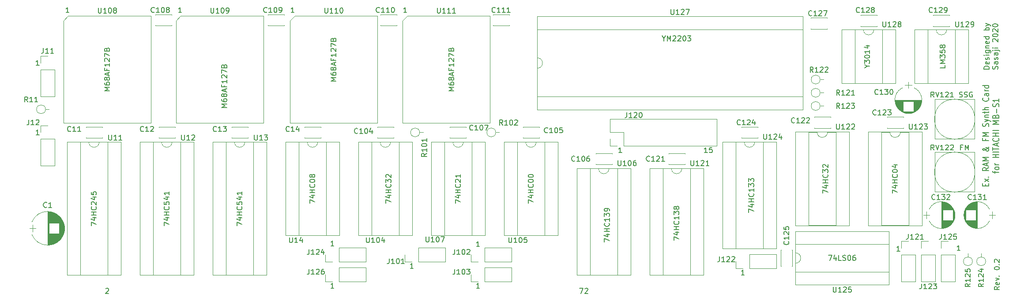
<source format=gbr>
G04 #@! TF.GenerationSoftware,KiCad,Pcbnew,(5.1.8)-1*
G04 #@! TF.CreationDate,2020-12-10T15:49:41+09:00*
G04 #@! TF.ProjectId,EX_MEM_AND_FM,45585f4d-454d-45f4-914e-445f464d2e6b,0.2*
G04 #@! TF.SameCoordinates,PX120bdf8PY82ed558*
G04 #@! TF.FileFunction,Legend,Top*
G04 #@! TF.FilePolarity,Positive*
%FSLAX46Y46*%
G04 Gerber Fmt 4.6, Leading zero omitted, Abs format (unit mm)*
G04 Created by KiCad (PCBNEW (5.1.8)-1) date 2020-12-10 15:49:41*
%MOMM*%
%LPD*%
G01*
G04 APERTURE LIST*
%ADD10C,0.120000*%
%ADD11C,0.150000*%
G04 APERTURE END LIST*
D10*
X184277000Y38862000D02*
X176657000Y38862000D01*
X184277000Y31242000D02*
X184277000Y38862000D01*
X176657000Y31242000D02*
X184277000Y31242000D01*
X176657000Y38862000D02*
X176657000Y31242000D01*
X184277000Y49022000D02*
X176657000Y49022000D01*
X184277000Y41402000D02*
X184277000Y49022000D01*
X176657000Y41402000D02*
X184277000Y41402000D01*
X176657000Y49022000D02*
X176657000Y41402000D01*
D11*
X189047380Y13057477D02*
X188571190Y12724143D01*
X189047380Y12486048D02*
X188047380Y12486048D01*
X188047380Y12867000D01*
X188095000Y12962239D01*
X188142619Y13009858D01*
X188237857Y13057477D01*
X188380714Y13057477D01*
X188475952Y13009858D01*
X188523571Y12962239D01*
X188571190Y12867000D01*
X188571190Y12486048D01*
X188999761Y13867000D02*
X189047380Y13771762D01*
X189047380Y13581286D01*
X188999761Y13486048D01*
X188904523Y13438429D01*
X188523571Y13438429D01*
X188428333Y13486048D01*
X188380714Y13581286D01*
X188380714Y13771762D01*
X188428333Y13867000D01*
X188523571Y13914620D01*
X188618809Y13914620D01*
X188714047Y13438429D01*
X188380714Y14247953D02*
X189047380Y14486048D01*
X188380714Y14724143D01*
X188952142Y15105096D02*
X188999761Y15152715D01*
X189047380Y15105096D01*
X188999761Y15057477D01*
X188952142Y15105096D01*
X189047380Y15105096D01*
X188047380Y16533667D02*
X188047380Y16628905D01*
X188095000Y16724143D01*
X188142619Y16771762D01*
X188237857Y16819381D01*
X188428333Y16867000D01*
X188666428Y16867000D01*
X188856904Y16819381D01*
X188952142Y16771762D01*
X188999761Y16724143D01*
X189047380Y16628905D01*
X189047380Y16533667D01*
X188999761Y16438429D01*
X188952142Y16390810D01*
X188856904Y16343191D01*
X188666428Y16295572D01*
X188428333Y16295572D01*
X188237857Y16343191D01*
X188142619Y16390810D01*
X188095000Y16438429D01*
X188047380Y16533667D01*
X188952142Y17295572D02*
X188999761Y17343191D01*
X189047380Y17295572D01*
X188999761Y17247953D01*
X188952142Y17295572D01*
X189047380Y17295572D01*
X188142619Y17724143D02*
X188095000Y17771762D01*
X188047380Y17867000D01*
X188047380Y18105096D01*
X188095000Y18200334D01*
X188142619Y18247953D01*
X188237857Y18295572D01*
X188333095Y18295572D01*
X188475952Y18247953D01*
X189047380Y17676524D01*
X189047380Y18295572D01*
X187079380Y54848667D02*
X186079380Y54848667D01*
X186079380Y55086762D01*
X186127000Y55229620D01*
X186222238Y55324858D01*
X186317476Y55372477D01*
X186507952Y55420096D01*
X186650809Y55420096D01*
X186841285Y55372477D01*
X186936523Y55324858D01*
X187031761Y55229620D01*
X187079380Y55086762D01*
X187079380Y54848667D01*
X187031761Y56229620D02*
X187079380Y56134381D01*
X187079380Y55943905D01*
X187031761Y55848667D01*
X186936523Y55801048D01*
X186555571Y55801048D01*
X186460333Y55848667D01*
X186412714Y55943905D01*
X186412714Y56134381D01*
X186460333Y56229620D01*
X186555571Y56277239D01*
X186650809Y56277239D01*
X186746047Y55801048D01*
X187031761Y56658191D02*
X187079380Y56753429D01*
X187079380Y56943905D01*
X187031761Y57039143D01*
X186936523Y57086762D01*
X186888904Y57086762D01*
X186793666Y57039143D01*
X186746047Y56943905D01*
X186746047Y56801048D01*
X186698428Y56705810D01*
X186603190Y56658191D01*
X186555571Y56658191D01*
X186460333Y56705810D01*
X186412714Y56801048D01*
X186412714Y56943905D01*
X186460333Y57039143D01*
X187079380Y57515334D02*
X186412714Y57515334D01*
X186079380Y57515334D02*
X186127000Y57467715D01*
X186174619Y57515334D01*
X186127000Y57562953D01*
X186079380Y57515334D01*
X186174619Y57515334D01*
X186412714Y58420096D02*
X187222238Y58420096D01*
X187317476Y58372477D01*
X187365095Y58324858D01*
X187412714Y58229620D01*
X187412714Y58086762D01*
X187365095Y57991524D01*
X187031761Y58420096D02*
X187079380Y58324858D01*
X187079380Y58134381D01*
X187031761Y58039143D01*
X186984142Y57991524D01*
X186888904Y57943905D01*
X186603190Y57943905D01*
X186507952Y57991524D01*
X186460333Y58039143D01*
X186412714Y58134381D01*
X186412714Y58324858D01*
X186460333Y58420096D01*
X186412714Y58896286D02*
X187079380Y58896286D01*
X186507952Y58896286D02*
X186460333Y58943905D01*
X186412714Y59039143D01*
X186412714Y59182000D01*
X186460333Y59277239D01*
X186555571Y59324858D01*
X187079380Y59324858D01*
X187031761Y60182000D02*
X187079380Y60086762D01*
X187079380Y59896286D01*
X187031761Y59801048D01*
X186936523Y59753429D01*
X186555571Y59753429D01*
X186460333Y59801048D01*
X186412714Y59896286D01*
X186412714Y60086762D01*
X186460333Y60182000D01*
X186555571Y60229620D01*
X186650809Y60229620D01*
X186746047Y59753429D01*
X187079380Y61086762D02*
X186079380Y61086762D01*
X187031761Y61086762D02*
X187079380Y60991524D01*
X187079380Y60801048D01*
X187031761Y60705810D01*
X186984142Y60658191D01*
X186888904Y60610572D01*
X186603190Y60610572D01*
X186507952Y60658191D01*
X186460333Y60705810D01*
X186412714Y60801048D01*
X186412714Y60991524D01*
X186460333Y61086762D01*
X187079380Y62324858D02*
X186079380Y62324858D01*
X186460333Y62324858D02*
X186412714Y62420096D01*
X186412714Y62610572D01*
X186460333Y62705810D01*
X186507952Y62753429D01*
X186603190Y62801048D01*
X186888904Y62801048D01*
X186984142Y62753429D01*
X187031761Y62705810D01*
X187079380Y62610572D01*
X187079380Y62420096D01*
X187031761Y62324858D01*
X186412714Y63134381D02*
X187079380Y63372477D01*
X186412714Y63610572D02*
X187079380Y63372477D01*
X187317476Y63277239D01*
X187365095Y63229620D01*
X187412714Y63134381D01*
X188681761Y54824858D02*
X188729380Y54967715D01*
X188729380Y55205810D01*
X188681761Y55301048D01*
X188634142Y55348667D01*
X188538904Y55396286D01*
X188443666Y55396286D01*
X188348428Y55348667D01*
X188300809Y55301048D01*
X188253190Y55205810D01*
X188205571Y55015334D01*
X188157952Y54920096D01*
X188110333Y54872477D01*
X188015095Y54824858D01*
X187919857Y54824858D01*
X187824619Y54872477D01*
X187777000Y54920096D01*
X187729380Y55015334D01*
X187729380Y55253429D01*
X187777000Y55396286D01*
X188729380Y56253429D02*
X188205571Y56253429D01*
X188110333Y56205810D01*
X188062714Y56110572D01*
X188062714Y55920096D01*
X188110333Y55824858D01*
X188681761Y56253429D02*
X188729380Y56158191D01*
X188729380Y55920096D01*
X188681761Y55824858D01*
X188586523Y55777239D01*
X188491285Y55777239D01*
X188396047Y55824858D01*
X188348428Y55920096D01*
X188348428Y56158191D01*
X188300809Y56253429D01*
X188681761Y56682000D02*
X188729380Y56777239D01*
X188729380Y56967715D01*
X188681761Y57062953D01*
X188586523Y57110572D01*
X188538904Y57110572D01*
X188443666Y57062953D01*
X188396047Y56967715D01*
X188396047Y56824858D01*
X188348428Y56729620D01*
X188253190Y56682000D01*
X188205571Y56682000D01*
X188110333Y56729620D01*
X188062714Y56824858D01*
X188062714Y56967715D01*
X188110333Y57062953D01*
X188729380Y57967715D02*
X188205571Y57967715D01*
X188110333Y57920096D01*
X188062714Y57824858D01*
X188062714Y57634381D01*
X188110333Y57539143D01*
X188681761Y57967715D02*
X188729380Y57872477D01*
X188729380Y57634381D01*
X188681761Y57539143D01*
X188586523Y57491524D01*
X188491285Y57491524D01*
X188396047Y57539143D01*
X188348428Y57634381D01*
X188348428Y57872477D01*
X188300809Y57967715D01*
X188062714Y58443905D02*
X188919857Y58443905D01*
X189015095Y58396286D01*
X189062714Y58301048D01*
X189062714Y58253429D01*
X187729380Y58443905D02*
X187777000Y58396286D01*
X187824619Y58443905D01*
X187777000Y58491524D01*
X187729380Y58443905D01*
X187824619Y58443905D01*
X188729380Y58920096D02*
X188062714Y58920096D01*
X187729380Y58920096D02*
X187777000Y58872477D01*
X187824619Y58920096D01*
X187777000Y58967715D01*
X187729380Y58920096D01*
X187824619Y58920096D01*
X187824619Y60110572D02*
X187777000Y60158191D01*
X187729380Y60253429D01*
X187729380Y60491524D01*
X187777000Y60586762D01*
X187824619Y60634381D01*
X187919857Y60682000D01*
X188015095Y60682000D01*
X188157952Y60634381D01*
X188729380Y60062953D01*
X188729380Y60682000D01*
X187729380Y61301048D02*
X187729380Y61396286D01*
X187777000Y61491524D01*
X187824619Y61539143D01*
X187919857Y61586762D01*
X188110333Y61634381D01*
X188348428Y61634381D01*
X188538904Y61586762D01*
X188634142Y61539143D01*
X188681761Y61491524D01*
X188729380Y61396286D01*
X188729380Y61301048D01*
X188681761Y61205810D01*
X188634142Y61158191D01*
X188538904Y61110572D01*
X188348428Y61062953D01*
X188110333Y61062953D01*
X187919857Y61110572D01*
X187824619Y61158191D01*
X187777000Y61205810D01*
X187729380Y61301048D01*
X187824619Y62015334D02*
X187777000Y62062953D01*
X187729380Y62158191D01*
X187729380Y62396286D01*
X187777000Y62491524D01*
X187824619Y62539143D01*
X187919857Y62586762D01*
X188015095Y62586762D01*
X188157952Y62539143D01*
X188729380Y61967715D01*
X188729380Y62586762D01*
X187729380Y63205810D02*
X187729380Y63301048D01*
X187777000Y63396286D01*
X187824619Y63443905D01*
X187919857Y63491524D01*
X188110333Y63539143D01*
X188348428Y63539143D01*
X188538904Y63491524D01*
X188634142Y63443905D01*
X188681761Y63396286D01*
X188729380Y63301048D01*
X188729380Y63205810D01*
X188681761Y63110572D01*
X188634142Y63062953D01*
X188538904Y63015334D01*
X188348428Y62967715D01*
X188110333Y62967715D01*
X187919857Y63015334D01*
X187824619Y63062953D01*
X187777000Y63110572D01*
X187729380Y63205810D01*
X186391285Y32394143D02*
X186391285Y32727477D01*
X187019857Y32870334D02*
X187019857Y32394143D01*
X185819857Y32394143D01*
X185819857Y32870334D01*
X187019857Y33203667D02*
X186219857Y33727477D01*
X186219857Y33203667D02*
X187019857Y33727477D01*
X186905571Y34108429D02*
X186962714Y34156048D01*
X187019857Y34108429D01*
X186962714Y34060810D01*
X186905571Y34108429D01*
X187019857Y34108429D01*
X187019857Y35917953D02*
X186448428Y35584620D01*
X187019857Y35346524D02*
X185819857Y35346524D01*
X185819857Y35727477D01*
X185877000Y35822715D01*
X185934142Y35870334D01*
X186048428Y35917953D01*
X186219857Y35917953D01*
X186334142Y35870334D01*
X186391285Y35822715D01*
X186448428Y35727477D01*
X186448428Y35346524D01*
X186677000Y36298905D02*
X186677000Y36775096D01*
X187019857Y36203667D02*
X185819857Y36537000D01*
X187019857Y36870334D01*
X187019857Y37203667D02*
X185819857Y37203667D01*
X186677000Y37537000D01*
X185819857Y37870334D01*
X187019857Y37870334D01*
X187019857Y39917953D02*
X187019857Y39870334D01*
X186962714Y39775096D01*
X186791285Y39632239D01*
X186448428Y39394143D01*
X186277000Y39298905D01*
X186105571Y39251286D01*
X185991285Y39251286D01*
X185877000Y39298905D01*
X185819857Y39394143D01*
X185819857Y39441762D01*
X185877000Y39537000D01*
X185991285Y39584620D01*
X186048428Y39584620D01*
X186162714Y39537000D01*
X186219857Y39489381D01*
X186448428Y39203667D01*
X186505571Y39156048D01*
X186619857Y39108429D01*
X186791285Y39108429D01*
X186905571Y39156048D01*
X186962714Y39203667D01*
X187019857Y39298905D01*
X187019857Y39441762D01*
X186962714Y39537000D01*
X186905571Y39584620D01*
X186677000Y39727477D01*
X186505571Y39775096D01*
X186391285Y39775096D01*
X186391285Y41441762D02*
X186391285Y41108429D01*
X187019857Y41108429D02*
X185819857Y41108429D01*
X185819857Y41584620D01*
X187019857Y41965572D02*
X185819857Y41965572D01*
X186677000Y42298905D01*
X185819857Y42632239D01*
X187019857Y42632239D01*
X186962714Y43822715D02*
X187019857Y43965572D01*
X187019857Y44203667D01*
X186962714Y44298905D01*
X186905571Y44346524D01*
X186791285Y44394143D01*
X186677000Y44394143D01*
X186562714Y44346524D01*
X186505571Y44298905D01*
X186448428Y44203667D01*
X186391285Y44013191D01*
X186334142Y43917953D01*
X186277000Y43870334D01*
X186162714Y43822715D01*
X186048428Y43822715D01*
X185934142Y43870334D01*
X185877000Y43917953D01*
X185819857Y44013191D01*
X185819857Y44251286D01*
X185877000Y44394143D01*
X186219857Y44727477D02*
X187019857Y44965572D01*
X186219857Y45203667D02*
X187019857Y44965572D01*
X187305571Y44870334D01*
X187362714Y44822715D01*
X187419857Y44727477D01*
X186219857Y45584620D02*
X187019857Y45584620D01*
X186334142Y45584620D02*
X186277000Y45632239D01*
X186219857Y45727477D01*
X186219857Y45870334D01*
X186277000Y45965572D01*
X186391285Y46013191D01*
X187019857Y46013191D01*
X186219857Y46346524D02*
X186219857Y46727477D01*
X185819857Y46489381D02*
X186848428Y46489381D01*
X186962714Y46537000D01*
X187019857Y46632239D01*
X187019857Y46727477D01*
X187019857Y47060810D02*
X185819857Y47060810D01*
X187019857Y47489381D02*
X186391285Y47489381D01*
X186277000Y47441762D01*
X186219857Y47346524D01*
X186219857Y47203667D01*
X186277000Y47108429D01*
X186334142Y47060810D01*
X186905571Y49298905D02*
X186962714Y49251286D01*
X187019857Y49108429D01*
X187019857Y49013191D01*
X186962714Y48870334D01*
X186848428Y48775096D01*
X186734142Y48727477D01*
X186505571Y48679858D01*
X186334142Y48679858D01*
X186105571Y48727477D01*
X185991285Y48775096D01*
X185877000Y48870334D01*
X185819857Y49013191D01*
X185819857Y49108429D01*
X185877000Y49251286D01*
X185934142Y49298905D01*
X187019857Y50156048D02*
X186391285Y50156048D01*
X186277000Y50108429D01*
X186219857Y50013191D01*
X186219857Y49822715D01*
X186277000Y49727477D01*
X186962714Y50156048D02*
X187019857Y50060810D01*
X187019857Y49822715D01*
X186962714Y49727477D01*
X186848428Y49679858D01*
X186734142Y49679858D01*
X186619857Y49727477D01*
X186562714Y49822715D01*
X186562714Y50060810D01*
X186505571Y50156048D01*
X187019857Y50632239D02*
X186219857Y50632239D01*
X186448428Y50632239D02*
X186334142Y50679858D01*
X186277000Y50727477D01*
X186219857Y50822715D01*
X186219857Y50917953D01*
X187019857Y51679858D02*
X185819857Y51679858D01*
X186962714Y51679858D02*
X187019857Y51584620D01*
X187019857Y51394143D01*
X186962714Y51298905D01*
X186905571Y51251286D01*
X186791285Y51203667D01*
X186448428Y51203667D01*
X186334142Y51251286D01*
X186277000Y51298905D01*
X186219857Y51394143D01*
X186219857Y51584620D01*
X186277000Y51679858D01*
X188169857Y34846524D02*
X188169857Y35227477D01*
X188969857Y34989381D02*
X187941285Y34989381D01*
X187827000Y35037000D01*
X187769857Y35132239D01*
X187769857Y35227477D01*
X188969857Y35703667D02*
X188912714Y35608429D01*
X188855571Y35560810D01*
X188741285Y35513191D01*
X188398428Y35513191D01*
X188284142Y35560810D01*
X188227000Y35608429D01*
X188169857Y35703667D01*
X188169857Y35846524D01*
X188227000Y35941762D01*
X188284142Y35989381D01*
X188398428Y36037000D01*
X188741285Y36037000D01*
X188855571Y35989381D01*
X188912714Y35941762D01*
X188969857Y35846524D01*
X188969857Y35703667D01*
X188969857Y36465572D02*
X188169857Y36465572D01*
X188398428Y36465572D02*
X188284142Y36513191D01*
X188227000Y36560810D01*
X188169857Y36656048D01*
X188169857Y36751286D01*
X188969857Y37846524D02*
X187769857Y37846524D01*
X188341285Y37846524D02*
X188341285Y38417953D01*
X188969857Y38417953D02*
X187769857Y38417953D01*
X188969857Y38894143D02*
X187769857Y38894143D01*
X187769857Y39227477D02*
X187769857Y39798905D01*
X188969857Y39513191D02*
X187769857Y39513191D01*
X188627000Y40084620D02*
X188627000Y40560810D01*
X188969857Y39989381D02*
X187769857Y40322715D01*
X188969857Y40656048D01*
X188855571Y41560810D02*
X188912714Y41513191D01*
X188969857Y41370334D01*
X188969857Y41275096D01*
X188912714Y41132239D01*
X188798428Y41037000D01*
X188684142Y40989381D01*
X188455571Y40941762D01*
X188284142Y40941762D01*
X188055571Y40989381D01*
X187941285Y41037000D01*
X187827000Y41132239D01*
X187769857Y41275096D01*
X187769857Y41370334D01*
X187827000Y41513191D01*
X187884142Y41560810D01*
X188969857Y41989381D02*
X187769857Y41989381D01*
X188341285Y41989381D02*
X188341285Y42560810D01*
X188969857Y42560810D02*
X187769857Y42560810D01*
X188969857Y43037000D02*
X187769857Y43037000D01*
X188969857Y44275096D02*
X187769857Y44275096D01*
X188627000Y44608429D01*
X187769857Y44941762D01*
X188969857Y44941762D01*
X188341285Y45751286D02*
X188398428Y45894143D01*
X188455571Y45941762D01*
X188569857Y45989381D01*
X188741285Y45989381D01*
X188855571Y45941762D01*
X188912714Y45894143D01*
X188969857Y45798905D01*
X188969857Y45417953D01*
X187769857Y45417953D01*
X187769857Y45751286D01*
X187827000Y45846524D01*
X187884142Y45894143D01*
X187998428Y45941762D01*
X188112714Y45941762D01*
X188227000Y45894143D01*
X188284142Y45846524D01*
X188341285Y45751286D01*
X188341285Y45417953D01*
X188512714Y46417953D02*
X188512714Y47179858D01*
X188912714Y47608429D02*
X188969857Y47751286D01*
X188969857Y47989381D01*
X188912714Y48084620D01*
X188855571Y48132239D01*
X188741285Y48179858D01*
X188627000Y48179858D01*
X188512714Y48132239D01*
X188455571Y48084620D01*
X188398428Y47989381D01*
X188341285Y47798905D01*
X188284142Y47703667D01*
X188227000Y47656048D01*
X188112714Y47608429D01*
X187998428Y47608429D01*
X187884142Y47656048D01*
X187827000Y47703667D01*
X187769857Y47798905D01*
X187769857Y48037000D01*
X187827000Y48179858D01*
X188969857Y49132239D02*
X188969857Y48560810D01*
X188969857Y48846524D02*
X187769857Y48846524D01*
X187941285Y48751286D01*
X188055571Y48656048D01*
X188112714Y48560810D01*
D10*
X183867000Y17907000D02*
G75*
G03*
X183867000Y17907000I-860000J0D01*
G01*
X183007000Y18767000D02*
X183007000Y19447000D01*
X186407000Y17907000D02*
G75*
G03*
X186407000Y17907000I-860000J0D01*
G01*
X185547000Y18767000D02*
X185547000Y19447000D01*
X149927000Y17542000D02*
X149927000Y15892000D01*
X149927000Y15892000D02*
X167827000Y15892000D01*
X167827000Y15892000D02*
X167827000Y21192000D01*
X167827000Y21192000D02*
X149927000Y21192000D01*
X149927000Y21192000D02*
X149927000Y19542000D01*
X149867000Y13402000D02*
X167887000Y13402000D01*
X167887000Y13402000D02*
X167887000Y23682000D01*
X167887000Y23682000D02*
X149867000Y23682000D01*
X149867000Y23682000D02*
X149867000Y13402000D01*
X149927000Y19542000D02*
G75*
G02*
X149927000Y17542000I0J-1000000D01*
G01*
X168037000Y42732000D02*
X166387000Y42732000D01*
X166387000Y42732000D02*
X166387000Y24832000D01*
X166387000Y24832000D02*
X171687000Y24832000D01*
X171687000Y24832000D02*
X171687000Y42732000D01*
X171687000Y42732000D02*
X170037000Y42732000D01*
X163897000Y42792000D02*
X163897000Y24772000D01*
X163897000Y24772000D02*
X174177000Y24772000D01*
X174177000Y24772000D02*
X174177000Y42792000D01*
X174177000Y42792000D02*
X163897000Y42792000D01*
X170037000Y42732000D02*
G75*
G02*
X168037000Y42732000I-1000000J0D01*
G01*
X140097000Y40827000D02*
X138447000Y40827000D01*
X138447000Y40827000D02*
X138447000Y20387000D01*
X138447000Y20387000D02*
X143747000Y20387000D01*
X143747000Y20387000D02*
X143747000Y40827000D01*
X143747000Y40827000D02*
X142097000Y40827000D01*
X135957000Y40887000D02*
X135957000Y20327000D01*
X135957000Y20327000D02*
X146237000Y20327000D01*
X146237000Y20327000D02*
X146237000Y40887000D01*
X146237000Y40887000D02*
X135957000Y40887000D01*
X142097000Y40827000D02*
G75*
G02*
X140097000Y40827000I-1000000J0D01*
G01*
X126127000Y35747000D02*
X124477000Y35747000D01*
X124477000Y35747000D02*
X124477000Y15307000D01*
X124477000Y15307000D02*
X129777000Y15307000D01*
X129777000Y15307000D02*
X129777000Y35747000D01*
X129777000Y35747000D02*
X128127000Y35747000D01*
X121987000Y35807000D02*
X121987000Y15247000D01*
X121987000Y15247000D02*
X132267000Y15247000D01*
X132267000Y15247000D02*
X132267000Y35807000D01*
X132267000Y35807000D02*
X121987000Y35807000D01*
X128127000Y35747000D02*
G75*
G02*
X126127000Y35747000I-1000000J0D01*
G01*
X112157000Y35747000D02*
X110507000Y35747000D01*
X110507000Y35747000D02*
X110507000Y15307000D01*
X110507000Y15307000D02*
X115807000Y15307000D01*
X115807000Y15307000D02*
X115807000Y35747000D01*
X115807000Y35747000D02*
X114157000Y35747000D01*
X108017000Y35807000D02*
X108017000Y15247000D01*
X108017000Y15247000D02*
X118297000Y15247000D01*
X118297000Y15247000D02*
X118297000Y35807000D01*
X118297000Y35807000D02*
X108017000Y35807000D01*
X114157000Y35747000D02*
G75*
G02*
X112157000Y35747000I-1000000J0D01*
G01*
X98187000Y40827000D02*
X96537000Y40827000D01*
X96537000Y40827000D02*
X96537000Y22927000D01*
X96537000Y22927000D02*
X101837000Y22927000D01*
X101837000Y22927000D02*
X101837000Y40827000D01*
X101837000Y40827000D02*
X100187000Y40827000D01*
X94047000Y40887000D02*
X94047000Y22867000D01*
X94047000Y22867000D02*
X104327000Y22867000D01*
X104327000Y22867000D02*
X104327000Y40887000D01*
X104327000Y40887000D02*
X94047000Y40887000D01*
X100187000Y40827000D02*
G75*
G02*
X98187000Y40827000I-1000000J0D01*
G01*
X84217000Y40827000D02*
X82567000Y40827000D01*
X82567000Y40827000D02*
X82567000Y22927000D01*
X82567000Y22927000D02*
X87867000Y22927000D01*
X87867000Y22927000D02*
X87867000Y40827000D01*
X87867000Y40827000D02*
X86217000Y40827000D01*
X80077000Y40887000D02*
X80077000Y22867000D01*
X80077000Y22867000D02*
X90357000Y22867000D01*
X90357000Y22867000D02*
X90357000Y40887000D01*
X90357000Y40887000D02*
X80077000Y40887000D01*
X86217000Y40827000D02*
G75*
G02*
X84217000Y40827000I-1000000J0D01*
G01*
X154067000Y42732000D02*
X152417000Y42732000D01*
X152417000Y42732000D02*
X152417000Y24832000D01*
X152417000Y24832000D02*
X157717000Y24832000D01*
X157717000Y24832000D02*
X157717000Y42732000D01*
X157717000Y42732000D02*
X156067000Y42732000D01*
X149927000Y42792000D02*
X149927000Y24772000D01*
X149927000Y24772000D02*
X160207000Y24772000D01*
X160207000Y24772000D02*
X160207000Y42792000D01*
X160207000Y42792000D02*
X149927000Y42792000D01*
X156067000Y42732000D02*
G75*
G02*
X154067000Y42732000I-1000000J0D01*
G01*
X70247000Y40827000D02*
X68597000Y40827000D01*
X68597000Y40827000D02*
X68597000Y22927000D01*
X68597000Y22927000D02*
X73897000Y22927000D01*
X73897000Y22927000D02*
X73897000Y40827000D01*
X73897000Y40827000D02*
X72247000Y40827000D01*
X66107000Y40887000D02*
X66107000Y22867000D01*
X66107000Y22867000D02*
X76387000Y22867000D01*
X76387000Y22867000D02*
X76387000Y40887000D01*
X76387000Y40887000D02*
X66107000Y40887000D01*
X72247000Y40827000D02*
G75*
G02*
X70247000Y40827000I-1000000J0D01*
G01*
X56277000Y40827000D02*
X54627000Y40827000D01*
X54627000Y40827000D02*
X54627000Y22927000D01*
X54627000Y22927000D02*
X59927000Y22927000D01*
X59927000Y22927000D02*
X59927000Y40827000D01*
X59927000Y40827000D02*
X58277000Y40827000D01*
X52137000Y40887000D02*
X52137000Y22867000D01*
X52137000Y22867000D02*
X62417000Y22867000D01*
X62417000Y22867000D02*
X62417000Y40887000D01*
X62417000Y40887000D02*
X52137000Y40887000D01*
X58277000Y40827000D02*
G75*
G02*
X56277000Y40827000I-1000000J0D01*
G01*
X42307000Y40827000D02*
X40657000Y40827000D01*
X40657000Y40827000D02*
X40657000Y15307000D01*
X40657000Y15307000D02*
X45957000Y15307000D01*
X45957000Y15307000D02*
X45957000Y40827000D01*
X45957000Y40827000D02*
X44307000Y40827000D01*
X38167000Y40887000D02*
X38167000Y15247000D01*
X38167000Y15247000D02*
X48447000Y15247000D01*
X48447000Y15247000D02*
X48447000Y40887000D01*
X48447000Y40887000D02*
X38167000Y40887000D01*
X44307000Y40827000D02*
G75*
G02*
X42307000Y40827000I-1000000J0D01*
G01*
X28337000Y40827000D02*
X26687000Y40827000D01*
X26687000Y40827000D02*
X26687000Y15307000D01*
X26687000Y15307000D02*
X31987000Y15307000D01*
X31987000Y15307000D02*
X31987000Y40827000D01*
X31987000Y40827000D02*
X30337000Y40827000D01*
X24197000Y40887000D02*
X24197000Y15247000D01*
X24197000Y15247000D02*
X34477000Y15247000D01*
X34477000Y15247000D02*
X34477000Y40887000D01*
X34477000Y40887000D02*
X24197000Y40887000D01*
X30337000Y40827000D02*
G75*
G02*
X28337000Y40827000I-1000000J0D01*
G01*
X14367000Y40827000D02*
X12717000Y40827000D01*
X12717000Y40827000D02*
X12717000Y15307000D01*
X12717000Y15307000D02*
X18017000Y15307000D01*
X18017000Y15307000D02*
X18017000Y40827000D01*
X18017000Y40827000D02*
X16367000Y40827000D01*
X10227000Y40887000D02*
X10227000Y15247000D01*
X10227000Y15247000D02*
X20507000Y15247000D01*
X20507000Y15247000D02*
X20507000Y40887000D01*
X20507000Y40887000D02*
X10227000Y40887000D01*
X16367000Y40827000D02*
G75*
G02*
X14367000Y40827000I-1000000J0D01*
G01*
X176927000Y62417000D02*
X175277000Y62417000D01*
X175277000Y62417000D02*
X175277000Y52137000D01*
X175277000Y52137000D02*
X180577000Y52137000D01*
X180577000Y52137000D02*
X180577000Y62417000D01*
X180577000Y62417000D02*
X178927000Y62417000D01*
X172787000Y62477000D02*
X172787000Y52077000D01*
X172787000Y52077000D02*
X183067000Y52077000D01*
X183067000Y52077000D02*
X183067000Y62477000D01*
X183067000Y62477000D02*
X172787000Y62477000D01*
X178927000Y62417000D02*
G75*
G02*
X176927000Y62417000I-1000000J0D01*
G01*
X162957000Y62417000D02*
X161307000Y62417000D01*
X161307000Y62417000D02*
X161307000Y52137000D01*
X161307000Y52137000D02*
X166607000Y52137000D01*
X166607000Y52137000D02*
X166607000Y62417000D01*
X166607000Y62417000D02*
X164957000Y62417000D01*
X158817000Y62477000D02*
X158817000Y52077000D01*
X158817000Y52077000D02*
X169097000Y52077000D01*
X169097000Y52077000D02*
X169097000Y62477000D01*
X169097000Y62477000D02*
X158817000Y62477000D01*
X164957000Y62417000D02*
G75*
G02*
X162957000Y62417000I-1000000J0D01*
G01*
X100397000Y55007000D02*
X100397000Y49547000D01*
X100397000Y49547000D02*
X151317000Y49547000D01*
X151317000Y49547000D02*
X151317000Y62467000D01*
X151317000Y62467000D02*
X100397000Y62467000D01*
X100397000Y62467000D02*
X100397000Y57007000D01*
X100337000Y47057000D02*
X151377000Y47057000D01*
X151377000Y47057000D02*
X151377000Y64957000D01*
X151377000Y64957000D02*
X100337000Y64957000D01*
X100337000Y64957000D02*
X100337000Y47057000D01*
X100397000Y57007000D02*
G75*
G02*
X100397000Y55007000I0J-1000000D01*
G01*
X74560000Y64135000D02*
X75449000Y65024000D01*
X75487000Y65024000D02*
X91324000Y65024000D01*
X91324000Y65024000D02*
X91324000Y44450000D01*
X91324000Y44450000D02*
X74560000Y44450000D01*
X74560000Y44450000D02*
X74560000Y64135000D01*
X52970000Y64135000D02*
X53859000Y65024000D01*
X53897000Y65024000D02*
X69734000Y65024000D01*
X69734000Y65024000D02*
X69734000Y44450000D01*
X69734000Y44450000D02*
X52970000Y44450000D01*
X52970000Y44450000D02*
X52970000Y64135000D01*
X31115000Y64135000D02*
X32004000Y65024000D01*
X32042000Y65024000D02*
X47879000Y65024000D01*
X47879000Y65024000D02*
X47879000Y44450000D01*
X47879000Y44450000D02*
X31115000Y44450000D01*
X31115000Y44450000D02*
X31115000Y64135000D01*
X9525000Y64135000D02*
X10414000Y65024000D01*
X10452000Y65024000D02*
X26289000Y65024000D01*
X26289000Y65024000D02*
X26289000Y44450000D01*
X26289000Y44450000D02*
X9525000Y44450000D01*
X9525000Y44450000D02*
X9525000Y64135000D01*
X184337000Y35052000D02*
G75*
G03*
X184337000Y35052000I-3870000J0D01*
G01*
X184337000Y45212000D02*
G75*
G03*
X184337000Y45212000I-3870000J0D01*
G01*
X154657000Y47752000D02*
G75*
G03*
X154657000Y47752000I-860000J0D01*
G01*
X154657000Y47752000D02*
X155337000Y47752000D01*
X154657000Y52832000D02*
G75*
G03*
X154657000Y52832000I-860000J0D01*
G01*
X154657000Y52832000D02*
X155337000Y52832000D01*
X154657000Y50292000D02*
G75*
G03*
X154657000Y50292000I-860000J0D01*
G01*
X154657000Y50292000D02*
X155337000Y50292000D01*
X92427000Y42672000D02*
G75*
G03*
X92427000Y42672000I-860000J0D01*
G01*
X92427000Y42672000D02*
X93107000Y42672000D01*
X77822000Y42672000D02*
G75*
G03*
X77822000Y42672000I-860000J0D01*
G01*
X77822000Y42672000D02*
X78502000Y42672000D01*
X6067000Y47117000D02*
G75*
G03*
X6067000Y47117000I-860000J0D01*
G01*
X6067000Y47117000D02*
X6747000Y47117000D01*
X67497000Y14037000D02*
X67497000Y16697000D01*
X62357000Y14037000D02*
X67497000Y14037000D01*
X62357000Y16697000D02*
X67497000Y16697000D01*
X62357000Y14037000D02*
X62357000Y16697000D01*
X61087000Y14037000D02*
X59757000Y14037000D01*
X59757000Y14037000D02*
X59757000Y15367000D01*
X177867000Y14037000D02*
X180527000Y14037000D01*
X177867000Y19177000D02*
X177867000Y14037000D01*
X180527000Y19177000D02*
X180527000Y14037000D01*
X177867000Y19177000D02*
X180527000Y19177000D01*
X177867000Y20447000D02*
X177867000Y21777000D01*
X177867000Y21777000D02*
X179197000Y21777000D01*
X67497000Y17847000D02*
X67497000Y20507000D01*
X62357000Y17847000D02*
X67497000Y17847000D01*
X62357000Y20507000D02*
X67497000Y20507000D01*
X62357000Y17847000D02*
X62357000Y20507000D01*
X61087000Y17847000D02*
X59757000Y17847000D01*
X59757000Y17847000D02*
X59757000Y19177000D01*
X174057000Y14037000D02*
X176717000Y14037000D01*
X174057000Y19177000D02*
X174057000Y14037000D01*
X176717000Y19177000D02*
X176717000Y14037000D01*
X174057000Y19177000D02*
X176717000Y19177000D01*
X174057000Y20447000D02*
X174057000Y21777000D01*
X174057000Y21777000D02*
X175387000Y21777000D01*
X146237000Y16577000D02*
X146237000Y19237000D01*
X141097000Y16577000D02*
X146237000Y16577000D01*
X141097000Y19237000D02*
X146237000Y19237000D01*
X141097000Y16577000D02*
X141097000Y19237000D01*
X139827000Y16577000D02*
X138497000Y16577000D01*
X138497000Y16577000D02*
X138497000Y17907000D01*
X170247000Y14037000D02*
X172907000Y14037000D01*
X170247000Y19177000D02*
X170247000Y14037000D01*
X172907000Y19177000D02*
X172907000Y14037000D01*
X170247000Y19177000D02*
X172907000Y19177000D01*
X170247000Y20447000D02*
X170247000Y21777000D01*
X170247000Y21777000D02*
X171577000Y21777000D01*
X134807000Y40072000D02*
X134807000Y45272000D01*
X116967000Y40072000D02*
X134807000Y40072000D01*
X114367000Y45272000D02*
X134807000Y45272000D01*
X116967000Y40072000D02*
X116967000Y42672000D01*
X116967000Y42672000D02*
X114367000Y42672000D01*
X114367000Y42672000D02*
X114367000Y45272000D01*
X115697000Y40072000D02*
X114367000Y40072000D01*
X114367000Y40072000D02*
X114367000Y41402000D01*
X95437000Y14037000D02*
X95437000Y16697000D01*
X90297000Y14037000D02*
X95437000Y14037000D01*
X90297000Y16697000D02*
X95437000Y16697000D01*
X90297000Y14037000D02*
X90297000Y16697000D01*
X89027000Y14037000D02*
X87697000Y14037000D01*
X87697000Y14037000D02*
X87697000Y15367000D01*
X95437000Y17847000D02*
X95437000Y20507000D01*
X90297000Y17847000D02*
X95437000Y17847000D01*
X90297000Y20507000D02*
X95437000Y20507000D01*
X90297000Y17847000D02*
X90297000Y20507000D01*
X89027000Y17847000D02*
X87697000Y17847000D01*
X87697000Y17847000D02*
X87697000Y19177000D01*
X82737000Y17847000D02*
X82737000Y20507000D01*
X77597000Y17847000D02*
X82737000Y17847000D01*
X77597000Y20507000D02*
X82737000Y20507000D01*
X77597000Y17847000D02*
X77597000Y20507000D01*
X76327000Y17847000D02*
X74997000Y17847000D01*
X74997000Y17847000D02*
X74997000Y19177000D01*
X5147000Y36262000D02*
X7807000Y36262000D01*
X5147000Y41402000D02*
X5147000Y36262000D01*
X7807000Y41402000D02*
X7807000Y36262000D01*
X5147000Y41402000D02*
X7807000Y41402000D01*
X5147000Y42672000D02*
X5147000Y44002000D01*
X5147000Y44002000D02*
X6477000Y44002000D01*
X5147000Y49597000D02*
X7807000Y49597000D01*
X5147000Y54737000D02*
X5147000Y49597000D01*
X7807000Y54737000D02*
X7807000Y49597000D01*
X5147000Y54737000D02*
X7807000Y54737000D01*
X5147000Y56007000D02*
X5147000Y57337000D01*
X5147000Y57337000D02*
X6477000Y57337000D01*
X177907000Y29347000D02*
X177907000Y24247000D01*
X177947000Y29347000D02*
X177947000Y24247000D01*
X177987000Y29346000D02*
X177987000Y24248000D01*
X178027000Y29345000D02*
X178027000Y24249000D01*
X178067000Y29343000D02*
X178067000Y24251000D01*
X178107000Y29340000D02*
X178107000Y24254000D01*
X178147000Y29336000D02*
X178147000Y24258000D01*
X178187000Y29332000D02*
X178187000Y27777000D01*
X178187000Y25817000D02*
X178187000Y24262000D01*
X178227000Y29328000D02*
X178227000Y27777000D01*
X178227000Y25817000D02*
X178227000Y24266000D01*
X178267000Y29322000D02*
X178267000Y27777000D01*
X178267000Y25817000D02*
X178267000Y24272000D01*
X178307000Y29316000D02*
X178307000Y27777000D01*
X178307000Y25817000D02*
X178307000Y24278000D01*
X178347000Y29310000D02*
X178347000Y27777000D01*
X178347000Y25817000D02*
X178347000Y24284000D01*
X178387000Y29303000D02*
X178387000Y27777000D01*
X178387000Y25817000D02*
X178387000Y24291000D01*
X178427000Y29295000D02*
X178427000Y27777000D01*
X178427000Y25817000D02*
X178427000Y24299000D01*
X178467000Y29286000D02*
X178467000Y27777000D01*
X178467000Y25817000D02*
X178467000Y24308000D01*
X178507000Y29277000D02*
X178507000Y27777000D01*
X178507000Y25817000D02*
X178507000Y24317000D01*
X178547000Y29267000D02*
X178547000Y27777000D01*
X178547000Y25817000D02*
X178547000Y24327000D01*
X178587000Y29257000D02*
X178587000Y27777000D01*
X178587000Y25817000D02*
X178587000Y24337000D01*
X178628000Y29245000D02*
X178628000Y27777000D01*
X178628000Y25817000D02*
X178628000Y24349000D01*
X178668000Y29233000D02*
X178668000Y27777000D01*
X178668000Y25817000D02*
X178668000Y24361000D01*
X178708000Y29221000D02*
X178708000Y27777000D01*
X178708000Y25817000D02*
X178708000Y24373000D01*
X178748000Y29207000D02*
X178748000Y27777000D01*
X178748000Y25817000D02*
X178748000Y24387000D01*
X178788000Y29193000D02*
X178788000Y27777000D01*
X178788000Y25817000D02*
X178788000Y24401000D01*
X178828000Y29179000D02*
X178828000Y27777000D01*
X178828000Y25817000D02*
X178828000Y24415000D01*
X178868000Y29163000D02*
X178868000Y27777000D01*
X178868000Y25817000D02*
X178868000Y24431000D01*
X178908000Y29147000D02*
X178908000Y27777000D01*
X178908000Y25817000D02*
X178908000Y24447000D01*
X178948000Y29130000D02*
X178948000Y27777000D01*
X178948000Y25817000D02*
X178948000Y24464000D01*
X178988000Y29112000D02*
X178988000Y27777000D01*
X178988000Y25817000D02*
X178988000Y24482000D01*
X179028000Y29093000D02*
X179028000Y27777000D01*
X179028000Y25817000D02*
X179028000Y24501000D01*
X179068000Y29073000D02*
X179068000Y27777000D01*
X179068000Y25817000D02*
X179068000Y24521000D01*
X179108000Y29053000D02*
X179108000Y27777000D01*
X179108000Y25817000D02*
X179108000Y24541000D01*
X179148000Y29031000D02*
X179148000Y27777000D01*
X179148000Y25817000D02*
X179148000Y24563000D01*
X179188000Y29009000D02*
X179188000Y27777000D01*
X179188000Y25817000D02*
X179188000Y24585000D01*
X179228000Y28986000D02*
X179228000Y27777000D01*
X179228000Y25817000D02*
X179228000Y24608000D01*
X179268000Y28962000D02*
X179268000Y27777000D01*
X179268000Y25817000D02*
X179268000Y24632000D01*
X179308000Y28937000D02*
X179308000Y27777000D01*
X179308000Y25817000D02*
X179308000Y24657000D01*
X179348000Y28910000D02*
X179348000Y27777000D01*
X179348000Y25817000D02*
X179348000Y24684000D01*
X179388000Y28883000D02*
X179388000Y27777000D01*
X179388000Y25817000D02*
X179388000Y24711000D01*
X179428000Y28855000D02*
X179428000Y27777000D01*
X179428000Y25817000D02*
X179428000Y24739000D01*
X179468000Y28825000D02*
X179468000Y27777000D01*
X179468000Y25817000D02*
X179468000Y24769000D01*
X179508000Y28794000D02*
X179508000Y27777000D01*
X179508000Y25817000D02*
X179508000Y24800000D01*
X179548000Y28762000D02*
X179548000Y27777000D01*
X179548000Y25817000D02*
X179548000Y24832000D01*
X179588000Y28729000D02*
X179588000Y27777000D01*
X179588000Y25817000D02*
X179588000Y24865000D01*
X179628000Y28694000D02*
X179628000Y27777000D01*
X179628000Y25817000D02*
X179628000Y24900000D01*
X179668000Y28658000D02*
X179668000Y27777000D01*
X179668000Y25817000D02*
X179668000Y24936000D01*
X179708000Y28620000D02*
X179708000Y27777000D01*
X179708000Y25817000D02*
X179708000Y24974000D01*
X179748000Y28580000D02*
X179748000Y27777000D01*
X179748000Y25817000D02*
X179748000Y25014000D01*
X179788000Y28539000D02*
X179788000Y27777000D01*
X179788000Y25817000D02*
X179788000Y25055000D01*
X179828000Y28496000D02*
X179828000Y27777000D01*
X179828000Y25817000D02*
X179828000Y25098000D01*
X179868000Y28451000D02*
X179868000Y27777000D01*
X179868000Y25817000D02*
X179868000Y25143000D01*
X179908000Y28403000D02*
X179908000Y27777000D01*
X179908000Y25817000D02*
X179908000Y25191000D01*
X179948000Y28353000D02*
X179948000Y27777000D01*
X179948000Y25817000D02*
X179948000Y25241000D01*
X179988000Y28301000D02*
X179988000Y27777000D01*
X179988000Y25817000D02*
X179988000Y25293000D01*
X180028000Y28245000D02*
X180028000Y27777000D01*
X180028000Y25817000D02*
X180028000Y25349000D01*
X180068000Y28187000D02*
X180068000Y27777000D01*
X180068000Y25817000D02*
X180068000Y25407000D01*
X180108000Y28124000D02*
X180108000Y27777000D01*
X180108000Y25817000D02*
X180108000Y25470000D01*
X180148000Y28058000D02*
X180148000Y25536000D01*
X180188000Y27986000D02*
X180188000Y25608000D01*
X180228000Y27909000D02*
X180228000Y25685000D01*
X180268000Y27825000D02*
X180268000Y25769000D01*
X180308000Y27731000D02*
X180308000Y25863000D01*
X180348000Y27626000D02*
X180348000Y25968000D01*
X180388000Y27504000D02*
X180388000Y26090000D01*
X180428000Y27356000D02*
X180428000Y26238000D01*
X180468000Y27151000D02*
X180468000Y26443000D01*
X174457000Y26797000D02*
X175657000Y26797000D01*
X175057000Y27447000D02*
X175057000Y26147000D01*
X180212722Y27976723D02*
G75*
G03*
X175601420Y27977000I-2305722J-1179723D01*
G01*
X180212722Y25617277D02*
G75*
G02*
X175601420Y25617000I-2305722J1179723D01*
G01*
X180212722Y25617277D02*
G75*
G03*
X180212580Y27977000I-2305722J1179723D01*
G01*
X184805000Y24247000D02*
X184805000Y29347000D01*
X184765000Y24247000D02*
X184765000Y29347000D01*
X184725000Y24248000D02*
X184725000Y29346000D01*
X184685000Y24249000D02*
X184685000Y29345000D01*
X184645000Y24251000D02*
X184645000Y29343000D01*
X184605000Y24254000D02*
X184605000Y29340000D01*
X184565000Y24258000D02*
X184565000Y29336000D01*
X184525000Y24262000D02*
X184525000Y25817000D01*
X184525000Y27777000D02*
X184525000Y29332000D01*
X184485000Y24266000D02*
X184485000Y25817000D01*
X184485000Y27777000D02*
X184485000Y29328000D01*
X184445000Y24272000D02*
X184445000Y25817000D01*
X184445000Y27777000D02*
X184445000Y29322000D01*
X184405000Y24278000D02*
X184405000Y25817000D01*
X184405000Y27777000D02*
X184405000Y29316000D01*
X184365000Y24284000D02*
X184365000Y25817000D01*
X184365000Y27777000D02*
X184365000Y29310000D01*
X184325000Y24291000D02*
X184325000Y25817000D01*
X184325000Y27777000D02*
X184325000Y29303000D01*
X184285000Y24299000D02*
X184285000Y25817000D01*
X184285000Y27777000D02*
X184285000Y29295000D01*
X184245000Y24308000D02*
X184245000Y25817000D01*
X184245000Y27777000D02*
X184245000Y29286000D01*
X184205000Y24317000D02*
X184205000Y25817000D01*
X184205000Y27777000D02*
X184205000Y29277000D01*
X184165000Y24327000D02*
X184165000Y25817000D01*
X184165000Y27777000D02*
X184165000Y29267000D01*
X184125000Y24337000D02*
X184125000Y25817000D01*
X184125000Y27777000D02*
X184125000Y29257000D01*
X184084000Y24349000D02*
X184084000Y25817000D01*
X184084000Y27777000D02*
X184084000Y29245000D01*
X184044000Y24361000D02*
X184044000Y25817000D01*
X184044000Y27777000D02*
X184044000Y29233000D01*
X184004000Y24373000D02*
X184004000Y25817000D01*
X184004000Y27777000D02*
X184004000Y29221000D01*
X183964000Y24387000D02*
X183964000Y25817000D01*
X183964000Y27777000D02*
X183964000Y29207000D01*
X183924000Y24401000D02*
X183924000Y25817000D01*
X183924000Y27777000D02*
X183924000Y29193000D01*
X183884000Y24415000D02*
X183884000Y25817000D01*
X183884000Y27777000D02*
X183884000Y29179000D01*
X183844000Y24431000D02*
X183844000Y25817000D01*
X183844000Y27777000D02*
X183844000Y29163000D01*
X183804000Y24447000D02*
X183804000Y25817000D01*
X183804000Y27777000D02*
X183804000Y29147000D01*
X183764000Y24464000D02*
X183764000Y25817000D01*
X183764000Y27777000D02*
X183764000Y29130000D01*
X183724000Y24482000D02*
X183724000Y25817000D01*
X183724000Y27777000D02*
X183724000Y29112000D01*
X183684000Y24501000D02*
X183684000Y25817000D01*
X183684000Y27777000D02*
X183684000Y29093000D01*
X183644000Y24521000D02*
X183644000Y25817000D01*
X183644000Y27777000D02*
X183644000Y29073000D01*
X183604000Y24541000D02*
X183604000Y25817000D01*
X183604000Y27777000D02*
X183604000Y29053000D01*
X183564000Y24563000D02*
X183564000Y25817000D01*
X183564000Y27777000D02*
X183564000Y29031000D01*
X183524000Y24585000D02*
X183524000Y25817000D01*
X183524000Y27777000D02*
X183524000Y29009000D01*
X183484000Y24608000D02*
X183484000Y25817000D01*
X183484000Y27777000D02*
X183484000Y28986000D01*
X183444000Y24632000D02*
X183444000Y25817000D01*
X183444000Y27777000D02*
X183444000Y28962000D01*
X183404000Y24657000D02*
X183404000Y25817000D01*
X183404000Y27777000D02*
X183404000Y28937000D01*
X183364000Y24684000D02*
X183364000Y25817000D01*
X183364000Y27777000D02*
X183364000Y28910000D01*
X183324000Y24711000D02*
X183324000Y25817000D01*
X183324000Y27777000D02*
X183324000Y28883000D01*
X183284000Y24739000D02*
X183284000Y25817000D01*
X183284000Y27777000D02*
X183284000Y28855000D01*
X183244000Y24769000D02*
X183244000Y25817000D01*
X183244000Y27777000D02*
X183244000Y28825000D01*
X183204000Y24800000D02*
X183204000Y25817000D01*
X183204000Y27777000D02*
X183204000Y28794000D01*
X183164000Y24832000D02*
X183164000Y25817000D01*
X183164000Y27777000D02*
X183164000Y28762000D01*
X183124000Y24865000D02*
X183124000Y25817000D01*
X183124000Y27777000D02*
X183124000Y28729000D01*
X183084000Y24900000D02*
X183084000Y25817000D01*
X183084000Y27777000D02*
X183084000Y28694000D01*
X183044000Y24936000D02*
X183044000Y25817000D01*
X183044000Y27777000D02*
X183044000Y28658000D01*
X183004000Y24974000D02*
X183004000Y25817000D01*
X183004000Y27777000D02*
X183004000Y28620000D01*
X182964000Y25014000D02*
X182964000Y25817000D01*
X182964000Y27777000D02*
X182964000Y28580000D01*
X182924000Y25055000D02*
X182924000Y25817000D01*
X182924000Y27777000D02*
X182924000Y28539000D01*
X182884000Y25098000D02*
X182884000Y25817000D01*
X182884000Y27777000D02*
X182884000Y28496000D01*
X182844000Y25143000D02*
X182844000Y25817000D01*
X182844000Y27777000D02*
X182844000Y28451000D01*
X182804000Y25191000D02*
X182804000Y25817000D01*
X182804000Y27777000D02*
X182804000Y28403000D01*
X182764000Y25241000D02*
X182764000Y25817000D01*
X182764000Y27777000D02*
X182764000Y28353000D01*
X182724000Y25293000D02*
X182724000Y25817000D01*
X182724000Y27777000D02*
X182724000Y28301000D01*
X182684000Y25349000D02*
X182684000Y25817000D01*
X182684000Y27777000D02*
X182684000Y28245000D01*
X182644000Y25407000D02*
X182644000Y25817000D01*
X182644000Y27777000D02*
X182644000Y28187000D01*
X182604000Y25470000D02*
X182604000Y25817000D01*
X182604000Y27777000D02*
X182604000Y28124000D01*
X182564000Y25536000D02*
X182564000Y28058000D01*
X182524000Y25608000D02*
X182524000Y27986000D01*
X182484000Y25685000D02*
X182484000Y27909000D01*
X182444000Y25769000D02*
X182444000Y27825000D01*
X182404000Y25863000D02*
X182404000Y27731000D01*
X182364000Y25968000D02*
X182364000Y27626000D01*
X182324000Y26090000D02*
X182324000Y27504000D01*
X182284000Y26238000D02*
X182284000Y27356000D01*
X182244000Y26443000D02*
X182244000Y27151000D01*
X188255000Y26797000D02*
X187055000Y26797000D01*
X187655000Y26147000D02*
X187655000Y27447000D01*
X182499278Y25617277D02*
G75*
G03*
X187110580Y25617000I2305722J1179723D01*
G01*
X182499278Y27976723D02*
G75*
G02*
X187110580Y27977000I2305722J-1179723D01*
G01*
X182499278Y27976723D02*
G75*
G03*
X182499420Y25617000I2305722J-1179723D01*
G01*
X174127000Y48915000D02*
X169027000Y48915000D01*
X174127000Y48875000D02*
X169027000Y48875000D01*
X174126000Y48835000D02*
X169028000Y48835000D01*
X174125000Y48795000D02*
X169029000Y48795000D01*
X174123000Y48755000D02*
X169031000Y48755000D01*
X174120000Y48715000D02*
X169034000Y48715000D01*
X174116000Y48675000D02*
X169038000Y48675000D01*
X174112000Y48635000D02*
X172557000Y48635000D01*
X170597000Y48635000D02*
X169042000Y48635000D01*
X174108000Y48595000D02*
X172557000Y48595000D01*
X170597000Y48595000D02*
X169046000Y48595000D01*
X174102000Y48555000D02*
X172557000Y48555000D01*
X170597000Y48555000D02*
X169052000Y48555000D01*
X174096000Y48515000D02*
X172557000Y48515000D01*
X170597000Y48515000D02*
X169058000Y48515000D01*
X174090000Y48475000D02*
X172557000Y48475000D01*
X170597000Y48475000D02*
X169064000Y48475000D01*
X174083000Y48435000D02*
X172557000Y48435000D01*
X170597000Y48435000D02*
X169071000Y48435000D01*
X174075000Y48395000D02*
X172557000Y48395000D01*
X170597000Y48395000D02*
X169079000Y48395000D01*
X174066000Y48355000D02*
X172557000Y48355000D01*
X170597000Y48355000D02*
X169088000Y48355000D01*
X174057000Y48315000D02*
X172557000Y48315000D01*
X170597000Y48315000D02*
X169097000Y48315000D01*
X174047000Y48275000D02*
X172557000Y48275000D01*
X170597000Y48275000D02*
X169107000Y48275000D01*
X174037000Y48235000D02*
X172557000Y48235000D01*
X170597000Y48235000D02*
X169117000Y48235000D01*
X174025000Y48194000D02*
X172557000Y48194000D01*
X170597000Y48194000D02*
X169129000Y48194000D01*
X174013000Y48154000D02*
X172557000Y48154000D01*
X170597000Y48154000D02*
X169141000Y48154000D01*
X174001000Y48114000D02*
X172557000Y48114000D01*
X170597000Y48114000D02*
X169153000Y48114000D01*
X173987000Y48074000D02*
X172557000Y48074000D01*
X170597000Y48074000D02*
X169167000Y48074000D01*
X173973000Y48034000D02*
X172557000Y48034000D01*
X170597000Y48034000D02*
X169181000Y48034000D01*
X173959000Y47994000D02*
X172557000Y47994000D01*
X170597000Y47994000D02*
X169195000Y47994000D01*
X173943000Y47954000D02*
X172557000Y47954000D01*
X170597000Y47954000D02*
X169211000Y47954000D01*
X173927000Y47914000D02*
X172557000Y47914000D01*
X170597000Y47914000D02*
X169227000Y47914000D01*
X173910000Y47874000D02*
X172557000Y47874000D01*
X170597000Y47874000D02*
X169244000Y47874000D01*
X173892000Y47834000D02*
X172557000Y47834000D01*
X170597000Y47834000D02*
X169262000Y47834000D01*
X173873000Y47794000D02*
X172557000Y47794000D01*
X170597000Y47794000D02*
X169281000Y47794000D01*
X173853000Y47754000D02*
X172557000Y47754000D01*
X170597000Y47754000D02*
X169301000Y47754000D01*
X173833000Y47714000D02*
X172557000Y47714000D01*
X170597000Y47714000D02*
X169321000Y47714000D01*
X173811000Y47674000D02*
X172557000Y47674000D01*
X170597000Y47674000D02*
X169343000Y47674000D01*
X173789000Y47634000D02*
X172557000Y47634000D01*
X170597000Y47634000D02*
X169365000Y47634000D01*
X173766000Y47594000D02*
X172557000Y47594000D01*
X170597000Y47594000D02*
X169388000Y47594000D01*
X173742000Y47554000D02*
X172557000Y47554000D01*
X170597000Y47554000D02*
X169412000Y47554000D01*
X173717000Y47514000D02*
X172557000Y47514000D01*
X170597000Y47514000D02*
X169437000Y47514000D01*
X173690000Y47474000D02*
X172557000Y47474000D01*
X170597000Y47474000D02*
X169464000Y47474000D01*
X173663000Y47434000D02*
X172557000Y47434000D01*
X170597000Y47434000D02*
X169491000Y47434000D01*
X173635000Y47394000D02*
X172557000Y47394000D01*
X170597000Y47394000D02*
X169519000Y47394000D01*
X173605000Y47354000D02*
X172557000Y47354000D01*
X170597000Y47354000D02*
X169549000Y47354000D01*
X173574000Y47314000D02*
X172557000Y47314000D01*
X170597000Y47314000D02*
X169580000Y47314000D01*
X173542000Y47274000D02*
X172557000Y47274000D01*
X170597000Y47274000D02*
X169612000Y47274000D01*
X173509000Y47234000D02*
X172557000Y47234000D01*
X170597000Y47234000D02*
X169645000Y47234000D01*
X173474000Y47194000D02*
X172557000Y47194000D01*
X170597000Y47194000D02*
X169680000Y47194000D01*
X173438000Y47154000D02*
X172557000Y47154000D01*
X170597000Y47154000D02*
X169716000Y47154000D01*
X173400000Y47114000D02*
X172557000Y47114000D01*
X170597000Y47114000D02*
X169754000Y47114000D01*
X173360000Y47074000D02*
X172557000Y47074000D01*
X170597000Y47074000D02*
X169794000Y47074000D01*
X173319000Y47034000D02*
X172557000Y47034000D01*
X170597000Y47034000D02*
X169835000Y47034000D01*
X173276000Y46994000D02*
X172557000Y46994000D01*
X170597000Y46994000D02*
X169878000Y46994000D01*
X173231000Y46954000D02*
X172557000Y46954000D01*
X170597000Y46954000D02*
X169923000Y46954000D01*
X173183000Y46914000D02*
X172557000Y46914000D01*
X170597000Y46914000D02*
X169971000Y46914000D01*
X173133000Y46874000D02*
X172557000Y46874000D01*
X170597000Y46874000D02*
X170021000Y46874000D01*
X173081000Y46834000D02*
X172557000Y46834000D01*
X170597000Y46834000D02*
X170073000Y46834000D01*
X173025000Y46794000D02*
X172557000Y46794000D01*
X170597000Y46794000D02*
X170129000Y46794000D01*
X172967000Y46754000D02*
X172557000Y46754000D01*
X170597000Y46754000D02*
X170187000Y46754000D01*
X172904000Y46714000D02*
X172557000Y46714000D01*
X170597000Y46714000D02*
X170250000Y46714000D01*
X172838000Y46674000D02*
X170316000Y46674000D01*
X172766000Y46634000D02*
X170388000Y46634000D01*
X172689000Y46594000D02*
X170465000Y46594000D01*
X172605000Y46554000D02*
X170549000Y46554000D01*
X172511000Y46514000D02*
X170643000Y46514000D01*
X172406000Y46474000D02*
X170748000Y46474000D01*
X172284000Y46434000D02*
X170870000Y46434000D01*
X172136000Y46394000D02*
X171018000Y46394000D01*
X171931000Y46354000D02*
X171223000Y46354000D01*
X171577000Y52365000D02*
X171577000Y51165000D01*
X172227000Y51765000D02*
X170927000Y51765000D01*
X172756723Y46609278D02*
G75*
G03*
X172757000Y51220580I-1179723J2305722D01*
G01*
X170397277Y46609278D02*
G75*
G02*
X170397000Y51220580I1179723J2305722D01*
G01*
X170397277Y46609278D02*
G75*
G03*
X172757000Y46609420I1179723J2305722D01*
G01*
X176347000Y65195000D02*
X179467000Y65195000D01*
X176347000Y63075000D02*
X179467000Y63075000D01*
X176347000Y65195000D02*
X176347000Y65131000D01*
X176347000Y63139000D02*
X176347000Y63075000D01*
X179467000Y65195000D02*
X179467000Y65131000D01*
X179467000Y63139000D02*
X179467000Y63075000D01*
X165537000Y63075000D02*
X162417000Y63075000D01*
X165537000Y65195000D02*
X162417000Y65195000D01*
X165537000Y63075000D02*
X165537000Y63139000D01*
X165537000Y65131000D02*
X165537000Y65195000D01*
X162417000Y63075000D02*
X162417000Y63139000D01*
X162417000Y65131000D02*
X162417000Y65195000D01*
X152852000Y64687000D02*
X155972000Y64687000D01*
X152852000Y62567000D02*
X155972000Y62567000D01*
X152852000Y64687000D02*
X152852000Y64623000D01*
X152852000Y62631000D02*
X152852000Y62567000D01*
X155972000Y64687000D02*
X155972000Y64623000D01*
X155972000Y62631000D02*
X155972000Y62567000D01*
X149269000Y20122000D02*
X149269000Y17002000D01*
X147149000Y20122000D02*
X147149000Y17002000D01*
X149269000Y20122000D02*
X149205000Y20122000D01*
X147213000Y20122000D02*
X147149000Y20122000D01*
X149269000Y17002000D02*
X149205000Y17002000D01*
X147213000Y17002000D02*
X147149000Y17002000D01*
X142677000Y41612000D02*
X139557000Y41612000D01*
X142677000Y43732000D02*
X139557000Y43732000D01*
X142677000Y41612000D02*
X142677000Y41676000D01*
X142677000Y43668000D02*
X142677000Y43732000D01*
X139557000Y41612000D02*
X139557000Y41676000D01*
X139557000Y43668000D02*
X139557000Y43732000D01*
X170617000Y43517000D02*
X167497000Y43517000D01*
X170617000Y45637000D02*
X167497000Y45637000D01*
X170617000Y43517000D02*
X170617000Y43581000D01*
X170617000Y45573000D02*
X170617000Y45637000D01*
X167497000Y43517000D02*
X167497000Y43581000D01*
X167497000Y45573000D02*
X167497000Y45637000D01*
X156647000Y43517000D02*
X153527000Y43517000D01*
X156647000Y45637000D02*
X153527000Y45637000D01*
X156647000Y43517000D02*
X156647000Y43581000D01*
X156647000Y45573000D02*
X156647000Y45637000D01*
X153527000Y43517000D02*
X153527000Y43581000D01*
X153527000Y45573000D02*
X153527000Y45637000D01*
X128707000Y36532000D02*
X125587000Y36532000D01*
X128707000Y38652000D02*
X125587000Y38652000D01*
X128707000Y36532000D02*
X128707000Y36596000D01*
X128707000Y38588000D02*
X128707000Y38652000D01*
X125587000Y36532000D02*
X125587000Y36596000D01*
X125587000Y38588000D02*
X125587000Y38652000D01*
X91892000Y65322000D02*
X95012000Y65322000D01*
X91892000Y63202000D02*
X95012000Y63202000D01*
X91892000Y65322000D02*
X91892000Y65258000D01*
X91892000Y63266000D02*
X91892000Y63202000D01*
X95012000Y65322000D02*
X95012000Y65258000D01*
X95012000Y63266000D02*
X95012000Y63202000D01*
X70302000Y65322000D02*
X73422000Y65322000D01*
X70302000Y63202000D02*
X73422000Y63202000D01*
X70302000Y65322000D02*
X70302000Y65258000D01*
X70302000Y63266000D02*
X70302000Y63202000D01*
X73422000Y65322000D02*
X73422000Y65258000D01*
X73422000Y63266000D02*
X73422000Y63202000D01*
X48712000Y65322000D02*
X51832000Y65322000D01*
X48712000Y63202000D02*
X51832000Y63202000D01*
X48712000Y65322000D02*
X48712000Y65258000D01*
X48712000Y63266000D02*
X48712000Y63202000D01*
X51832000Y65322000D02*
X51832000Y65258000D01*
X51832000Y63266000D02*
X51832000Y63202000D01*
X27122000Y65322000D02*
X30242000Y65322000D01*
X27122000Y63202000D02*
X30242000Y63202000D01*
X27122000Y65322000D02*
X27122000Y65258000D01*
X27122000Y63266000D02*
X27122000Y63202000D01*
X30242000Y65322000D02*
X30242000Y65258000D01*
X30242000Y63266000D02*
X30242000Y63202000D01*
X86757000Y41612000D02*
X83637000Y41612000D01*
X86757000Y43732000D02*
X83637000Y43732000D01*
X86757000Y41612000D02*
X86757000Y41676000D01*
X86757000Y43668000D02*
X86757000Y43732000D01*
X83637000Y41612000D02*
X83637000Y41676000D01*
X83637000Y43668000D02*
X83637000Y43732000D01*
X114737000Y36532000D02*
X111617000Y36532000D01*
X114737000Y38652000D02*
X111617000Y38652000D01*
X114737000Y36532000D02*
X114737000Y36596000D01*
X114737000Y38588000D02*
X114737000Y38652000D01*
X111617000Y36532000D02*
X111617000Y36596000D01*
X111617000Y38588000D02*
X111617000Y38652000D01*
X100767000Y41612000D02*
X97647000Y41612000D01*
X100767000Y43732000D02*
X97647000Y43732000D01*
X100767000Y41612000D02*
X100767000Y41676000D01*
X100767000Y43668000D02*
X100767000Y43732000D01*
X97647000Y41612000D02*
X97647000Y41676000D01*
X97647000Y43668000D02*
X97647000Y43732000D01*
X72827000Y41612000D02*
X69707000Y41612000D01*
X72827000Y43732000D02*
X69707000Y43732000D01*
X72827000Y41612000D02*
X72827000Y41676000D01*
X72827000Y43668000D02*
X72827000Y43732000D01*
X69707000Y41612000D02*
X69707000Y41676000D01*
X69707000Y43668000D02*
X69707000Y43732000D01*
X58857000Y41612000D02*
X55737000Y41612000D01*
X58857000Y43732000D02*
X55737000Y43732000D01*
X58857000Y41612000D02*
X58857000Y41676000D01*
X58857000Y43668000D02*
X58857000Y43732000D01*
X55737000Y41612000D02*
X55737000Y41676000D01*
X55737000Y43668000D02*
X55737000Y43732000D01*
X44887000Y41612000D02*
X41767000Y41612000D01*
X44887000Y43732000D02*
X41767000Y43732000D01*
X44887000Y41612000D02*
X44887000Y41676000D01*
X44887000Y43668000D02*
X44887000Y43732000D01*
X41767000Y41612000D02*
X41767000Y41676000D01*
X41767000Y43668000D02*
X41767000Y43732000D01*
X30917000Y41612000D02*
X27797000Y41612000D01*
X30917000Y43732000D02*
X27797000Y43732000D01*
X30917000Y41612000D02*
X30917000Y41676000D01*
X30917000Y43668000D02*
X30917000Y43732000D01*
X27797000Y41612000D02*
X27797000Y41676000D01*
X27797000Y43668000D02*
X27797000Y43732000D01*
X16947000Y41612000D02*
X13827000Y41612000D01*
X16947000Y43732000D02*
X13827000Y43732000D01*
X16947000Y41612000D02*
X16947000Y41676000D01*
X16947000Y43668000D02*
X16947000Y43732000D01*
X13827000Y41612000D02*
X13827000Y41676000D01*
X13827000Y43668000D02*
X13827000Y43732000D01*
X6457000Y27457000D02*
X6457000Y21057000D01*
X6497000Y27457000D02*
X6497000Y21057000D01*
X6537000Y27457000D02*
X6537000Y21057000D01*
X6577000Y27455000D02*
X6577000Y21059000D01*
X6617000Y27454000D02*
X6617000Y21060000D01*
X6657000Y27451000D02*
X6657000Y21063000D01*
X6697000Y27449000D02*
X6697000Y21065000D01*
X6737000Y27445000D02*
X6737000Y25237000D01*
X6737000Y23277000D02*
X6737000Y21069000D01*
X6777000Y27442000D02*
X6777000Y25237000D01*
X6777000Y23277000D02*
X6777000Y21072000D01*
X6817000Y27437000D02*
X6817000Y25237000D01*
X6817000Y23277000D02*
X6817000Y21077000D01*
X6857000Y27433000D02*
X6857000Y25237000D01*
X6857000Y23277000D02*
X6857000Y21081000D01*
X6897000Y27427000D02*
X6897000Y25237000D01*
X6897000Y23277000D02*
X6897000Y21087000D01*
X6937000Y27422000D02*
X6937000Y25237000D01*
X6937000Y23277000D02*
X6937000Y21092000D01*
X6977000Y27415000D02*
X6977000Y25237000D01*
X6977000Y23277000D02*
X6977000Y21099000D01*
X7017000Y27409000D02*
X7017000Y25237000D01*
X7017000Y23277000D02*
X7017000Y21105000D01*
X7057000Y27401000D02*
X7057000Y25237000D01*
X7057000Y23277000D02*
X7057000Y21113000D01*
X7097000Y27394000D02*
X7097000Y25237000D01*
X7097000Y23277000D02*
X7097000Y21120000D01*
X7137000Y27385000D02*
X7137000Y25237000D01*
X7137000Y23277000D02*
X7137000Y21129000D01*
X7178000Y27376000D02*
X7178000Y25237000D01*
X7178000Y23277000D02*
X7178000Y21138000D01*
X7218000Y27367000D02*
X7218000Y25237000D01*
X7218000Y23277000D02*
X7218000Y21147000D01*
X7258000Y27357000D02*
X7258000Y25237000D01*
X7258000Y23277000D02*
X7258000Y21157000D01*
X7298000Y27347000D02*
X7298000Y25237000D01*
X7298000Y23277000D02*
X7298000Y21167000D01*
X7338000Y27336000D02*
X7338000Y25237000D01*
X7338000Y23277000D02*
X7338000Y21178000D01*
X7378000Y27324000D02*
X7378000Y25237000D01*
X7378000Y23277000D02*
X7378000Y21190000D01*
X7418000Y27312000D02*
X7418000Y25237000D01*
X7418000Y23277000D02*
X7418000Y21202000D01*
X7458000Y27299000D02*
X7458000Y25237000D01*
X7458000Y23277000D02*
X7458000Y21215000D01*
X7498000Y27286000D02*
X7498000Y25237000D01*
X7498000Y23277000D02*
X7498000Y21228000D01*
X7538000Y27272000D02*
X7538000Y25237000D01*
X7538000Y23277000D02*
X7538000Y21242000D01*
X7578000Y27258000D02*
X7578000Y25237000D01*
X7578000Y23277000D02*
X7578000Y21256000D01*
X7618000Y27243000D02*
X7618000Y25237000D01*
X7618000Y23277000D02*
X7618000Y21271000D01*
X7658000Y27227000D02*
X7658000Y25237000D01*
X7658000Y23277000D02*
X7658000Y21287000D01*
X7698000Y27211000D02*
X7698000Y25237000D01*
X7698000Y23277000D02*
X7698000Y21303000D01*
X7738000Y27194000D02*
X7738000Y25237000D01*
X7738000Y23277000D02*
X7738000Y21320000D01*
X7778000Y27176000D02*
X7778000Y25237000D01*
X7778000Y23277000D02*
X7778000Y21338000D01*
X7818000Y27158000D02*
X7818000Y25237000D01*
X7818000Y23277000D02*
X7818000Y21356000D01*
X7858000Y27139000D02*
X7858000Y25237000D01*
X7858000Y23277000D02*
X7858000Y21375000D01*
X7898000Y27120000D02*
X7898000Y25237000D01*
X7898000Y23277000D02*
X7898000Y21394000D01*
X7938000Y27100000D02*
X7938000Y25237000D01*
X7938000Y23277000D02*
X7938000Y21414000D01*
X7978000Y27079000D02*
X7978000Y25237000D01*
X7978000Y23277000D02*
X7978000Y21435000D01*
X8018000Y27057000D02*
X8018000Y25237000D01*
X8018000Y23277000D02*
X8018000Y21457000D01*
X8058000Y27035000D02*
X8058000Y25237000D01*
X8058000Y23277000D02*
X8058000Y21479000D01*
X8098000Y27012000D02*
X8098000Y25237000D01*
X8098000Y23277000D02*
X8098000Y21502000D01*
X8138000Y26988000D02*
X8138000Y25237000D01*
X8138000Y23277000D02*
X8138000Y21526000D01*
X8178000Y26963000D02*
X8178000Y25237000D01*
X8178000Y23277000D02*
X8178000Y21551000D01*
X8218000Y26938000D02*
X8218000Y25237000D01*
X8218000Y23277000D02*
X8218000Y21576000D01*
X8258000Y26911000D02*
X8258000Y25237000D01*
X8258000Y23277000D02*
X8258000Y21603000D01*
X8298000Y26884000D02*
X8298000Y25237000D01*
X8298000Y23277000D02*
X8298000Y21630000D01*
X8338000Y26856000D02*
X8338000Y25237000D01*
X8338000Y23277000D02*
X8338000Y21658000D01*
X8378000Y26827000D02*
X8378000Y25237000D01*
X8378000Y23277000D02*
X8378000Y21687000D01*
X8418000Y26797000D02*
X8418000Y25237000D01*
X8418000Y23277000D02*
X8418000Y21717000D01*
X8458000Y26767000D02*
X8458000Y25237000D01*
X8458000Y23277000D02*
X8458000Y21747000D01*
X8498000Y26735000D02*
X8498000Y25237000D01*
X8498000Y23277000D02*
X8498000Y21779000D01*
X8538000Y26702000D02*
X8538000Y25237000D01*
X8538000Y23277000D02*
X8538000Y21812000D01*
X8578000Y26668000D02*
X8578000Y25237000D01*
X8578000Y23277000D02*
X8578000Y21846000D01*
X8618000Y26632000D02*
X8618000Y25237000D01*
X8618000Y23277000D02*
X8618000Y21882000D01*
X8658000Y26596000D02*
X8658000Y25237000D01*
X8658000Y23277000D02*
X8658000Y21918000D01*
X8698000Y26558000D02*
X8698000Y21956000D01*
X8738000Y26519000D02*
X8738000Y21995000D01*
X8778000Y26479000D02*
X8778000Y22035000D01*
X8818000Y26437000D02*
X8818000Y22077000D01*
X8858000Y26394000D02*
X8858000Y22120000D01*
X8898000Y26349000D02*
X8898000Y22165000D01*
X8938000Y26302000D02*
X8938000Y22212000D01*
X8978000Y26254000D02*
X8978000Y22260000D01*
X9018000Y26203000D02*
X9018000Y22311000D01*
X9058000Y26151000D02*
X9058000Y22363000D01*
X9098000Y26096000D02*
X9098000Y22418000D01*
X9138000Y26038000D02*
X9138000Y22476000D01*
X9178000Y25978000D02*
X9178000Y22536000D01*
X9218000Y25915000D02*
X9218000Y22599000D01*
X9258000Y25848000D02*
X9258000Y22666000D01*
X9298000Y25777000D02*
X9298000Y22737000D01*
X9338000Y25702000D02*
X9338000Y22812000D01*
X9378000Y25621000D02*
X9378000Y22893000D01*
X9418000Y25535000D02*
X9418000Y22979000D01*
X9458000Y25441000D02*
X9458000Y23073000D01*
X9498000Y25338000D02*
X9498000Y23176000D01*
X9538000Y25223000D02*
X9538000Y23291000D01*
X9578000Y25091000D02*
X9578000Y23423000D01*
X9618000Y24933000D02*
X9618000Y23581000D01*
X9658000Y24725000D02*
X9658000Y23789000D01*
X3007000Y24257000D02*
X4207000Y24257000D01*
X3607000Y24907000D02*
X3607000Y23607000D01*
X9474820Y25436136D02*
G75*
G03*
X3439518Y25437000I-3017820J-1179136D01*
G01*
X9474820Y23077864D02*
G75*
G02*
X3439518Y23077000I-3017820J1179136D01*
G01*
X9474820Y23077864D02*
G75*
G03*
X9474482Y25437000I-3017820J1179136D01*
G01*
D11*
X183459380Y13612953D02*
X182983190Y13279620D01*
X183459380Y13041524D02*
X182459380Y13041524D01*
X182459380Y13422477D01*
X182507000Y13517715D01*
X182554619Y13565334D01*
X182649857Y13612953D01*
X182792714Y13612953D01*
X182887952Y13565334D01*
X182935571Y13517715D01*
X182983190Y13422477D01*
X182983190Y13041524D01*
X183459380Y14565334D02*
X183459380Y13993905D01*
X183459380Y14279620D02*
X182459380Y14279620D01*
X182602238Y14184381D01*
X182697476Y14089143D01*
X182745095Y13993905D01*
X182554619Y14946286D02*
X182507000Y14993905D01*
X182459380Y15089143D01*
X182459380Y15327239D01*
X182507000Y15422477D01*
X182554619Y15470096D01*
X182649857Y15517715D01*
X182745095Y15517715D01*
X182887952Y15470096D01*
X183459380Y14898667D01*
X183459380Y15517715D01*
X182459380Y16422477D02*
X182459380Y15946286D01*
X182935571Y15898667D01*
X182887952Y15946286D01*
X182840333Y16041524D01*
X182840333Y16279620D01*
X182887952Y16374858D01*
X182935571Y16422477D01*
X183030809Y16470096D01*
X183268904Y16470096D01*
X183364142Y16422477D01*
X183411761Y16374858D01*
X183459380Y16279620D01*
X183459380Y16041524D01*
X183411761Y15946286D01*
X183364142Y15898667D01*
X185999380Y13612953D02*
X185523190Y13279620D01*
X185999380Y13041524D02*
X184999380Y13041524D01*
X184999380Y13422477D01*
X185047000Y13517715D01*
X185094619Y13565334D01*
X185189857Y13612953D01*
X185332714Y13612953D01*
X185427952Y13565334D01*
X185475571Y13517715D01*
X185523190Y13422477D01*
X185523190Y13041524D01*
X185999380Y14565334D02*
X185999380Y13993905D01*
X185999380Y14279620D02*
X184999380Y14279620D01*
X185142238Y14184381D01*
X185237476Y14089143D01*
X185285095Y13993905D01*
X185094619Y14946286D02*
X185047000Y14993905D01*
X184999380Y15089143D01*
X184999380Y15327239D01*
X185047000Y15422477D01*
X185094619Y15470096D01*
X185189857Y15517715D01*
X185285095Y15517715D01*
X185427952Y15470096D01*
X185999380Y14898667D01*
X185999380Y15517715D01*
X185332714Y16374858D02*
X185999380Y16374858D01*
X184951761Y16136762D02*
X185666047Y15898667D01*
X185666047Y16517715D01*
X157162714Y12993620D02*
X157162714Y12184096D01*
X157210333Y12088858D01*
X157257952Y12041239D01*
X157353190Y11993620D01*
X157543666Y11993620D01*
X157638904Y12041239D01*
X157686523Y12088858D01*
X157734142Y12184096D01*
X157734142Y12993620D01*
X158734142Y11993620D02*
X158162714Y11993620D01*
X158448428Y11993620D02*
X158448428Y12993620D01*
X158353190Y12850762D01*
X158257952Y12755524D01*
X158162714Y12707905D01*
X159115095Y12898381D02*
X159162714Y12946000D01*
X159257952Y12993620D01*
X159496047Y12993620D01*
X159591285Y12946000D01*
X159638904Y12898381D01*
X159686523Y12803143D01*
X159686523Y12707905D01*
X159638904Y12565048D01*
X159067476Y11993620D01*
X159686523Y11993620D01*
X160591285Y12993620D02*
X160115095Y12993620D01*
X160067476Y12517429D01*
X160115095Y12565048D01*
X160210333Y12612667D01*
X160448428Y12612667D01*
X160543666Y12565048D01*
X160591285Y12517429D01*
X160638904Y12422191D01*
X160638904Y12184096D01*
X160591285Y12088858D01*
X160543666Y12041239D01*
X160448428Y11993620D01*
X160210333Y11993620D01*
X160115095Y12041239D01*
X160067476Y12088858D01*
X156234142Y19089620D02*
X156900809Y19089620D01*
X156472238Y18089620D01*
X157710333Y18756286D02*
X157710333Y18089620D01*
X157472238Y19137239D02*
X157234142Y18422953D01*
X157853190Y18422953D01*
X158710333Y18089620D02*
X158234142Y18089620D01*
X158234142Y19089620D01*
X158996047Y18137239D02*
X159138904Y18089620D01*
X159377000Y18089620D01*
X159472238Y18137239D01*
X159519857Y18184858D01*
X159567476Y18280096D01*
X159567476Y18375334D01*
X159519857Y18470572D01*
X159472238Y18518191D01*
X159377000Y18565810D01*
X159186523Y18613429D01*
X159091285Y18661048D01*
X159043666Y18708667D01*
X158996047Y18803905D01*
X158996047Y18899143D01*
X159043666Y18994381D01*
X159091285Y19042000D01*
X159186523Y19089620D01*
X159424619Y19089620D01*
X159567476Y19042000D01*
X160186523Y19089620D02*
X160281761Y19089620D01*
X160377000Y19042000D01*
X160424619Y18994381D01*
X160472238Y18899143D01*
X160519857Y18708667D01*
X160519857Y18470572D01*
X160472238Y18280096D01*
X160424619Y18184858D01*
X160377000Y18137239D01*
X160281761Y18089620D01*
X160186523Y18089620D01*
X160091285Y18137239D01*
X160043666Y18184858D01*
X159996047Y18280096D01*
X159948428Y18470572D01*
X159948428Y18708667D01*
X159996047Y18899143D01*
X160043666Y18994381D01*
X160091285Y19042000D01*
X160186523Y19089620D01*
X161377000Y19089620D02*
X161186523Y19089620D01*
X161091285Y19042000D01*
X161043666Y18994381D01*
X160948428Y18851524D01*
X160900809Y18661048D01*
X160900809Y18280096D01*
X160948428Y18184858D01*
X160996047Y18137239D01*
X161091285Y18089620D01*
X161281761Y18089620D01*
X161377000Y18137239D01*
X161424619Y18184858D01*
X161472238Y18280096D01*
X161472238Y18518191D01*
X161424619Y18613429D01*
X161377000Y18661048D01*
X161281761Y18708667D01*
X161091285Y18708667D01*
X160996047Y18661048D01*
X160948428Y18613429D01*
X160900809Y18518191D01*
X171767714Y44279620D02*
X171767714Y43470096D01*
X171815333Y43374858D01*
X171862952Y43327239D01*
X171958190Y43279620D01*
X172148666Y43279620D01*
X172243904Y43327239D01*
X172291523Y43374858D01*
X172339142Y43470096D01*
X172339142Y44279620D01*
X173339142Y43279620D02*
X172767714Y43279620D01*
X173053428Y43279620D02*
X173053428Y44279620D01*
X172958190Y44136762D01*
X172862952Y44041524D01*
X172767714Y43993905D01*
X173720095Y44184381D02*
X173767714Y44232000D01*
X173862952Y44279620D01*
X174101047Y44279620D01*
X174196285Y44232000D01*
X174243904Y44184381D01*
X174291523Y44089143D01*
X174291523Y43993905D01*
X174243904Y43851048D01*
X173672476Y43279620D01*
X174291523Y43279620D01*
X174624857Y44279620D02*
X175243904Y44279620D01*
X174910571Y43898667D01*
X175053428Y43898667D01*
X175148666Y43851048D01*
X175196285Y43803429D01*
X175243904Y43708191D01*
X175243904Y43470096D01*
X175196285Y43374858D01*
X175148666Y43327239D01*
X175053428Y43279620D01*
X174767714Y43279620D01*
X174672476Y43327239D01*
X174624857Y43374858D01*
X168489380Y30996286D02*
X168489380Y31662953D01*
X169489380Y31234381D01*
X168822714Y32472477D02*
X169489380Y32472477D01*
X168441761Y32234381D02*
X169156047Y31996286D01*
X169156047Y32615334D01*
X169489380Y32996286D02*
X168489380Y32996286D01*
X168965571Y32996286D02*
X168965571Y33567715D01*
X169489380Y33567715D02*
X168489380Y33567715D01*
X169394142Y34615334D02*
X169441761Y34567715D01*
X169489380Y34424858D01*
X169489380Y34329620D01*
X169441761Y34186762D01*
X169346523Y34091524D01*
X169251285Y34043905D01*
X169060809Y33996286D01*
X168917952Y33996286D01*
X168727476Y34043905D01*
X168632238Y34091524D01*
X168537000Y34186762D01*
X168489380Y34329620D01*
X168489380Y34424858D01*
X168537000Y34567715D01*
X168584619Y34615334D01*
X168489380Y35234381D02*
X168489380Y35329620D01*
X168537000Y35424858D01*
X168584619Y35472477D01*
X168679857Y35520096D01*
X168870333Y35567715D01*
X169108428Y35567715D01*
X169298904Y35520096D01*
X169394142Y35472477D01*
X169441761Y35424858D01*
X169489380Y35329620D01*
X169489380Y35234381D01*
X169441761Y35139143D01*
X169394142Y35091524D01*
X169298904Y35043905D01*
X169108428Y34996286D01*
X168870333Y34996286D01*
X168679857Y35043905D01*
X168584619Y35091524D01*
X168537000Y35139143D01*
X168489380Y35234381D01*
X168822714Y36424858D02*
X169489380Y36424858D01*
X168441761Y36186762D02*
X169156047Y35948667D01*
X169156047Y36567715D01*
X143827714Y42374620D02*
X143827714Y41565096D01*
X143875333Y41469858D01*
X143922952Y41422239D01*
X144018190Y41374620D01*
X144208666Y41374620D01*
X144303904Y41422239D01*
X144351523Y41469858D01*
X144399142Y41565096D01*
X144399142Y42374620D01*
X145399142Y41374620D02*
X144827714Y41374620D01*
X145113428Y41374620D02*
X145113428Y42374620D01*
X145018190Y42231762D01*
X144922952Y42136524D01*
X144827714Y42088905D01*
X145780095Y42279381D02*
X145827714Y42327000D01*
X145922952Y42374620D01*
X146161047Y42374620D01*
X146256285Y42327000D01*
X146303904Y42279381D01*
X146351523Y42184143D01*
X146351523Y42088905D01*
X146303904Y41946048D01*
X145732476Y41374620D01*
X146351523Y41374620D01*
X147208666Y42041286D02*
X147208666Y41374620D01*
X146970571Y42422239D02*
X146732476Y41707953D01*
X147351523Y41707953D01*
X140930380Y27345096D02*
X140930380Y28011762D01*
X141930380Y27583191D01*
X141263714Y28821286D02*
X141930380Y28821286D01*
X140882761Y28583191D02*
X141597047Y28345096D01*
X141597047Y28964143D01*
X141930380Y29345096D02*
X140930380Y29345096D01*
X141406571Y29345096D02*
X141406571Y29916524D01*
X141930380Y29916524D02*
X140930380Y29916524D01*
X141835142Y30964143D02*
X141882761Y30916524D01*
X141930380Y30773667D01*
X141930380Y30678429D01*
X141882761Y30535572D01*
X141787523Y30440334D01*
X141692285Y30392715D01*
X141501809Y30345096D01*
X141358952Y30345096D01*
X141168476Y30392715D01*
X141073238Y30440334D01*
X140978000Y30535572D01*
X140930380Y30678429D01*
X140930380Y30773667D01*
X140978000Y30916524D01*
X141025619Y30964143D01*
X141930380Y31916524D02*
X141930380Y31345096D01*
X141930380Y31630810D02*
X140930380Y31630810D01*
X141073238Y31535572D01*
X141168476Y31440334D01*
X141216095Y31345096D01*
X140930380Y32249858D02*
X140930380Y32868905D01*
X141311333Y32535572D01*
X141311333Y32678429D01*
X141358952Y32773667D01*
X141406571Y32821286D01*
X141501809Y32868905D01*
X141739904Y32868905D01*
X141835142Y32821286D01*
X141882761Y32773667D01*
X141930380Y32678429D01*
X141930380Y32392715D01*
X141882761Y32297477D01*
X141835142Y32249858D01*
X140930380Y33202239D02*
X140930380Y33821286D01*
X141311333Y33487953D01*
X141311333Y33630810D01*
X141358952Y33726048D01*
X141406571Y33773667D01*
X141501809Y33821286D01*
X141739904Y33821286D01*
X141835142Y33773667D01*
X141882761Y33726048D01*
X141930380Y33630810D01*
X141930380Y33345096D01*
X141882761Y33249858D01*
X141835142Y33202239D01*
X129857714Y37294620D02*
X129857714Y36485096D01*
X129905333Y36389858D01*
X129952952Y36342239D01*
X130048190Y36294620D01*
X130238666Y36294620D01*
X130333904Y36342239D01*
X130381523Y36389858D01*
X130429142Y36485096D01*
X130429142Y37294620D01*
X131429142Y36294620D02*
X130857714Y36294620D01*
X131143428Y36294620D02*
X131143428Y37294620D01*
X131048190Y37151762D01*
X130952952Y37056524D01*
X130857714Y37008905D01*
X131810095Y37199381D02*
X131857714Y37247000D01*
X131952952Y37294620D01*
X132191047Y37294620D01*
X132286285Y37247000D01*
X132333904Y37199381D01*
X132381523Y37104143D01*
X132381523Y37008905D01*
X132333904Y36866048D01*
X131762476Y36294620D01*
X132381523Y36294620D01*
X133333904Y36294620D02*
X132762476Y36294620D01*
X133048190Y36294620D02*
X133048190Y37294620D01*
X132952952Y37151762D01*
X132857714Y37056524D01*
X132762476Y37008905D01*
X126579380Y22011096D02*
X126579380Y22677762D01*
X127579380Y22249191D01*
X126912714Y23487286D02*
X127579380Y23487286D01*
X126531761Y23249191D02*
X127246047Y23011096D01*
X127246047Y23630143D01*
X127579380Y24011096D02*
X126579380Y24011096D01*
X127055571Y24011096D02*
X127055571Y24582524D01*
X127579380Y24582524D02*
X126579380Y24582524D01*
X127484142Y25630143D02*
X127531761Y25582524D01*
X127579380Y25439667D01*
X127579380Y25344429D01*
X127531761Y25201572D01*
X127436523Y25106334D01*
X127341285Y25058715D01*
X127150809Y25011096D01*
X127007952Y25011096D01*
X126817476Y25058715D01*
X126722238Y25106334D01*
X126627000Y25201572D01*
X126579380Y25344429D01*
X126579380Y25439667D01*
X126627000Y25582524D01*
X126674619Y25630143D01*
X127579380Y26582524D02*
X127579380Y26011096D01*
X127579380Y26296810D02*
X126579380Y26296810D01*
X126722238Y26201572D01*
X126817476Y26106334D01*
X126865095Y26011096D01*
X126579380Y26915858D02*
X126579380Y27534905D01*
X126960333Y27201572D01*
X126960333Y27344429D01*
X127007952Y27439667D01*
X127055571Y27487286D01*
X127150809Y27534905D01*
X127388904Y27534905D01*
X127484142Y27487286D01*
X127531761Y27439667D01*
X127579380Y27344429D01*
X127579380Y27058715D01*
X127531761Y26963477D01*
X127484142Y26915858D01*
X127007952Y28106334D02*
X126960333Y28011096D01*
X126912714Y27963477D01*
X126817476Y27915858D01*
X126769857Y27915858D01*
X126674619Y27963477D01*
X126627000Y28011096D01*
X126579380Y28106334D01*
X126579380Y28296810D01*
X126627000Y28392048D01*
X126674619Y28439667D01*
X126769857Y28487286D01*
X126817476Y28487286D01*
X126912714Y28439667D01*
X126960333Y28392048D01*
X127007952Y28296810D01*
X127007952Y28106334D01*
X127055571Y28011096D01*
X127103190Y27963477D01*
X127198428Y27915858D01*
X127388904Y27915858D01*
X127484142Y27963477D01*
X127531761Y28011096D01*
X127579380Y28106334D01*
X127579380Y28296810D01*
X127531761Y28392048D01*
X127484142Y28439667D01*
X127388904Y28487286D01*
X127198428Y28487286D01*
X127103190Y28439667D01*
X127055571Y28392048D01*
X127007952Y28296810D01*
X115887714Y37294620D02*
X115887714Y36485096D01*
X115935333Y36389858D01*
X115982952Y36342239D01*
X116078190Y36294620D01*
X116268666Y36294620D01*
X116363904Y36342239D01*
X116411523Y36389858D01*
X116459142Y36485096D01*
X116459142Y37294620D01*
X117459142Y36294620D02*
X116887714Y36294620D01*
X117173428Y36294620D02*
X117173428Y37294620D01*
X117078190Y37151762D01*
X116982952Y37056524D01*
X116887714Y37008905D01*
X118078190Y37294620D02*
X118173428Y37294620D01*
X118268666Y37247000D01*
X118316285Y37199381D01*
X118363904Y37104143D01*
X118411523Y36913667D01*
X118411523Y36675572D01*
X118363904Y36485096D01*
X118316285Y36389858D01*
X118268666Y36342239D01*
X118173428Y36294620D01*
X118078190Y36294620D01*
X117982952Y36342239D01*
X117935333Y36389858D01*
X117887714Y36485096D01*
X117840095Y36675572D01*
X117840095Y36913667D01*
X117887714Y37104143D01*
X117935333Y37199381D01*
X117982952Y37247000D01*
X118078190Y37294620D01*
X119268666Y37294620D02*
X119078190Y37294620D01*
X118982952Y37247000D01*
X118935333Y37199381D01*
X118840095Y37056524D01*
X118792476Y36866048D01*
X118792476Y36485096D01*
X118840095Y36389858D01*
X118887714Y36342239D01*
X118982952Y36294620D01*
X119173428Y36294620D01*
X119268666Y36342239D01*
X119316285Y36389858D01*
X119363904Y36485096D01*
X119363904Y36723191D01*
X119316285Y36818429D01*
X119268666Y36866048D01*
X119173428Y36913667D01*
X118982952Y36913667D01*
X118887714Y36866048D01*
X118840095Y36818429D01*
X118792476Y36723191D01*
X113244380Y21630096D02*
X113244380Y22296762D01*
X114244380Y21868191D01*
X113577714Y23106286D02*
X114244380Y23106286D01*
X113196761Y22868191D02*
X113911047Y22630096D01*
X113911047Y23249143D01*
X114244380Y23630096D02*
X113244380Y23630096D01*
X113720571Y23630096D02*
X113720571Y24201524D01*
X114244380Y24201524D02*
X113244380Y24201524D01*
X114149142Y25249143D02*
X114196761Y25201524D01*
X114244380Y25058667D01*
X114244380Y24963429D01*
X114196761Y24820572D01*
X114101523Y24725334D01*
X114006285Y24677715D01*
X113815809Y24630096D01*
X113672952Y24630096D01*
X113482476Y24677715D01*
X113387238Y24725334D01*
X113292000Y24820572D01*
X113244380Y24963429D01*
X113244380Y25058667D01*
X113292000Y25201524D01*
X113339619Y25249143D01*
X114244380Y26201524D02*
X114244380Y25630096D01*
X114244380Y25915810D02*
X113244380Y25915810D01*
X113387238Y25820572D01*
X113482476Y25725334D01*
X113530095Y25630096D01*
X113244380Y26534858D02*
X113244380Y27153905D01*
X113625333Y26820572D01*
X113625333Y26963429D01*
X113672952Y27058667D01*
X113720571Y27106286D01*
X113815809Y27153905D01*
X114053904Y27153905D01*
X114149142Y27106286D01*
X114196761Y27058667D01*
X114244380Y26963429D01*
X114244380Y26677715D01*
X114196761Y26582477D01*
X114149142Y26534858D01*
X114244380Y27630096D02*
X114244380Y27820572D01*
X114196761Y27915810D01*
X114149142Y27963429D01*
X114006285Y28058667D01*
X113815809Y28106286D01*
X113434857Y28106286D01*
X113339619Y28058667D01*
X113292000Y28011048D01*
X113244380Y27915810D01*
X113244380Y27725334D01*
X113292000Y27630096D01*
X113339619Y27582477D01*
X113434857Y27534858D01*
X113672952Y27534858D01*
X113768190Y27582477D01*
X113815809Y27630096D01*
X113863428Y27725334D01*
X113863428Y27915810D01*
X113815809Y28011048D01*
X113768190Y28058667D01*
X113672952Y28106286D01*
X94932714Y22518620D02*
X94932714Y21709096D01*
X94980333Y21613858D01*
X95027952Y21566239D01*
X95123190Y21518620D01*
X95313666Y21518620D01*
X95408904Y21566239D01*
X95456523Y21613858D01*
X95504142Y21709096D01*
X95504142Y22518620D01*
X96504142Y21518620D02*
X95932714Y21518620D01*
X96218428Y21518620D02*
X96218428Y22518620D01*
X96123190Y22375762D01*
X96027952Y22280524D01*
X95932714Y22232905D01*
X97123190Y22518620D02*
X97218428Y22518620D01*
X97313666Y22471000D01*
X97361285Y22423381D01*
X97408904Y22328143D01*
X97456523Y22137667D01*
X97456523Y21899572D01*
X97408904Y21709096D01*
X97361285Y21613858D01*
X97313666Y21566239D01*
X97218428Y21518620D01*
X97123190Y21518620D01*
X97027952Y21566239D01*
X96980333Y21613858D01*
X96932714Y21709096D01*
X96885095Y21899572D01*
X96885095Y22137667D01*
X96932714Y22328143D01*
X96980333Y22423381D01*
X97027952Y22471000D01*
X97123190Y22518620D01*
X98361285Y22518620D02*
X97885095Y22518620D01*
X97837476Y22042429D01*
X97885095Y22090048D01*
X97980333Y22137667D01*
X98218428Y22137667D01*
X98313666Y22090048D01*
X98361285Y22042429D01*
X98408904Y21947191D01*
X98408904Y21709096D01*
X98361285Y21613858D01*
X98313666Y21566239D01*
X98218428Y21518620D01*
X97980333Y21518620D01*
X97885095Y21566239D01*
X97837476Y21613858D01*
X98639380Y29091286D02*
X98639380Y29757953D01*
X99639380Y29329381D01*
X98972714Y30567477D02*
X99639380Y30567477D01*
X98591761Y30329381D02*
X99306047Y30091286D01*
X99306047Y30710334D01*
X99639380Y31091286D02*
X98639380Y31091286D01*
X99115571Y31091286D02*
X99115571Y31662715D01*
X99639380Y31662715D02*
X98639380Y31662715D01*
X99544142Y32710334D02*
X99591761Y32662715D01*
X99639380Y32519858D01*
X99639380Y32424620D01*
X99591761Y32281762D01*
X99496523Y32186524D01*
X99401285Y32138905D01*
X99210809Y32091286D01*
X99067952Y32091286D01*
X98877476Y32138905D01*
X98782238Y32186524D01*
X98687000Y32281762D01*
X98639380Y32424620D01*
X98639380Y32519858D01*
X98687000Y32662715D01*
X98734619Y32710334D01*
X98639380Y33329381D02*
X98639380Y33424620D01*
X98687000Y33519858D01*
X98734619Y33567477D01*
X98829857Y33615096D01*
X99020333Y33662715D01*
X99258428Y33662715D01*
X99448904Y33615096D01*
X99544142Y33567477D01*
X99591761Y33519858D01*
X99639380Y33424620D01*
X99639380Y33329381D01*
X99591761Y33234143D01*
X99544142Y33186524D01*
X99448904Y33138905D01*
X99258428Y33091286D01*
X99020333Y33091286D01*
X98829857Y33138905D01*
X98734619Y33186524D01*
X98687000Y33234143D01*
X98639380Y33329381D01*
X98639380Y34281762D02*
X98639380Y34377000D01*
X98687000Y34472239D01*
X98734619Y34519858D01*
X98829857Y34567477D01*
X99020333Y34615096D01*
X99258428Y34615096D01*
X99448904Y34567477D01*
X99544142Y34519858D01*
X99591761Y34472239D01*
X99639380Y34377000D01*
X99639380Y34281762D01*
X99591761Y34186524D01*
X99544142Y34138905D01*
X99448904Y34091286D01*
X99258428Y34043667D01*
X99020333Y34043667D01*
X98829857Y34091286D01*
X98734619Y34138905D01*
X98687000Y34186524D01*
X98639380Y34281762D01*
X79057714Y22645620D02*
X79057714Y21836096D01*
X79105333Y21740858D01*
X79152952Y21693239D01*
X79248190Y21645620D01*
X79438666Y21645620D01*
X79533904Y21693239D01*
X79581523Y21740858D01*
X79629142Y21836096D01*
X79629142Y22645620D01*
X80629142Y21645620D02*
X80057714Y21645620D01*
X80343428Y21645620D02*
X80343428Y22645620D01*
X80248190Y22502762D01*
X80152952Y22407524D01*
X80057714Y22359905D01*
X81248190Y22645620D02*
X81343428Y22645620D01*
X81438666Y22598000D01*
X81486285Y22550381D01*
X81533904Y22455143D01*
X81581523Y22264667D01*
X81581523Y22026572D01*
X81533904Y21836096D01*
X81486285Y21740858D01*
X81438666Y21693239D01*
X81343428Y21645620D01*
X81248190Y21645620D01*
X81152952Y21693239D01*
X81105333Y21740858D01*
X81057714Y21836096D01*
X81010095Y22026572D01*
X81010095Y22264667D01*
X81057714Y22455143D01*
X81105333Y22550381D01*
X81152952Y22598000D01*
X81248190Y22645620D01*
X81914857Y22645620D02*
X82581523Y22645620D01*
X82152952Y21645620D01*
X84669380Y29091286D02*
X84669380Y29757953D01*
X85669380Y29329381D01*
X85002714Y30567477D02*
X85669380Y30567477D01*
X84621761Y30329381D02*
X85336047Y30091286D01*
X85336047Y30710334D01*
X85669380Y31091286D02*
X84669380Y31091286D01*
X85145571Y31091286D02*
X85145571Y31662715D01*
X85669380Y31662715D02*
X84669380Y31662715D01*
X85574142Y32710334D02*
X85621761Y32662715D01*
X85669380Y32519858D01*
X85669380Y32424620D01*
X85621761Y32281762D01*
X85526523Y32186524D01*
X85431285Y32138905D01*
X85240809Y32091286D01*
X85097952Y32091286D01*
X84907476Y32138905D01*
X84812238Y32186524D01*
X84717000Y32281762D01*
X84669380Y32424620D01*
X84669380Y32519858D01*
X84717000Y32662715D01*
X84764619Y32710334D01*
X84764619Y33091286D02*
X84717000Y33138905D01*
X84669380Y33234143D01*
X84669380Y33472239D01*
X84717000Y33567477D01*
X84764619Y33615096D01*
X84859857Y33662715D01*
X84955095Y33662715D01*
X85097952Y33615096D01*
X85669380Y33043667D01*
X85669380Y33662715D01*
X85669380Y34615096D02*
X85669380Y34043667D01*
X85669380Y34329381D02*
X84669380Y34329381D01*
X84812238Y34234143D01*
X84907476Y34138905D01*
X84955095Y34043667D01*
X157797714Y44279620D02*
X157797714Y43470096D01*
X157845333Y43374858D01*
X157892952Y43327239D01*
X157988190Y43279620D01*
X158178666Y43279620D01*
X158273904Y43327239D01*
X158321523Y43374858D01*
X158369142Y43470096D01*
X158369142Y44279620D01*
X159369142Y43279620D02*
X158797714Y43279620D01*
X159083428Y43279620D02*
X159083428Y44279620D01*
X158988190Y44136762D01*
X158892952Y44041524D01*
X158797714Y43993905D01*
X159750095Y44184381D02*
X159797714Y44232000D01*
X159892952Y44279620D01*
X160131047Y44279620D01*
X160226285Y44232000D01*
X160273904Y44184381D01*
X160321523Y44089143D01*
X160321523Y43993905D01*
X160273904Y43851048D01*
X159702476Y43279620D01*
X160321523Y43279620D01*
X160702476Y44184381D02*
X160750095Y44232000D01*
X160845333Y44279620D01*
X161083428Y44279620D01*
X161178666Y44232000D01*
X161226285Y44184381D01*
X161273904Y44089143D01*
X161273904Y43993905D01*
X161226285Y43851048D01*
X160654857Y43279620D01*
X161273904Y43279620D01*
X155154380Y30996286D02*
X155154380Y31662953D01*
X156154380Y31234381D01*
X155487714Y32472477D02*
X156154380Y32472477D01*
X155106761Y32234381D02*
X155821047Y31996286D01*
X155821047Y32615334D01*
X156154380Y32996286D02*
X155154380Y32996286D01*
X155630571Y32996286D02*
X155630571Y33567715D01*
X156154380Y33567715D02*
X155154380Y33567715D01*
X156059142Y34615334D02*
X156106761Y34567715D01*
X156154380Y34424858D01*
X156154380Y34329620D01*
X156106761Y34186762D01*
X156011523Y34091524D01*
X155916285Y34043905D01*
X155725809Y33996286D01*
X155582952Y33996286D01*
X155392476Y34043905D01*
X155297238Y34091524D01*
X155202000Y34186762D01*
X155154380Y34329620D01*
X155154380Y34424858D01*
X155202000Y34567715D01*
X155249619Y34615334D01*
X155154380Y34948667D02*
X155154380Y35567715D01*
X155535333Y35234381D01*
X155535333Y35377239D01*
X155582952Y35472477D01*
X155630571Y35520096D01*
X155725809Y35567715D01*
X155963904Y35567715D01*
X156059142Y35520096D01*
X156106761Y35472477D01*
X156154380Y35377239D01*
X156154380Y35091524D01*
X156106761Y34996286D01*
X156059142Y34948667D01*
X155249619Y35948667D02*
X155202000Y35996286D01*
X155154380Y36091524D01*
X155154380Y36329620D01*
X155202000Y36424858D01*
X155249619Y36472477D01*
X155344857Y36520096D01*
X155440095Y36520096D01*
X155582952Y36472477D01*
X156154380Y35901048D01*
X156154380Y36520096D01*
X67627714Y22518620D02*
X67627714Y21709096D01*
X67675333Y21613858D01*
X67722952Y21566239D01*
X67818190Y21518620D01*
X68008666Y21518620D01*
X68103904Y21566239D01*
X68151523Y21613858D01*
X68199142Y21709096D01*
X68199142Y22518620D01*
X69199142Y21518620D02*
X68627714Y21518620D01*
X68913428Y21518620D02*
X68913428Y22518620D01*
X68818190Y22375762D01*
X68722952Y22280524D01*
X68627714Y22232905D01*
X69818190Y22518620D02*
X69913428Y22518620D01*
X70008666Y22471000D01*
X70056285Y22423381D01*
X70103904Y22328143D01*
X70151523Y22137667D01*
X70151523Y21899572D01*
X70103904Y21709096D01*
X70056285Y21613858D01*
X70008666Y21566239D01*
X69913428Y21518620D01*
X69818190Y21518620D01*
X69722952Y21566239D01*
X69675333Y21613858D01*
X69627714Y21709096D01*
X69580095Y21899572D01*
X69580095Y22137667D01*
X69627714Y22328143D01*
X69675333Y22423381D01*
X69722952Y22471000D01*
X69818190Y22518620D01*
X71008666Y22185286D02*
X71008666Y21518620D01*
X70770571Y22566239D02*
X70532476Y21851953D01*
X71151523Y21851953D01*
X71334380Y29091286D02*
X71334380Y29757953D01*
X72334380Y29329381D01*
X71667714Y30567477D02*
X72334380Y30567477D01*
X71286761Y30329381D02*
X72001047Y30091286D01*
X72001047Y30710334D01*
X72334380Y31091286D02*
X71334380Y31091286D01*
X71810571Y31091286D02*
X71810571Y31662715D01*
X72334380Y31662715D02*
X71334380Y31662715D01*
X72239142Y32710334D02*
X72286761Y32662715D01*
X72334380Y32519858D01*
X72334380Y32424620D01*
X72286761Y32281762D01*
X72191523Y32186524D01*
X72096285Y32138905D01*
X71905809Y32091286D01*
X71762952Y32091286D01*
X71572476Y32138905D01*
X71477238Y32186524D01*
X71382000Y32281762D01*
X71334380Y32424620D01*
X71334380Y32519858D01*
X71382000Y32662715D01*
X71429619Y32710334D01*
X71334380Y33043667D02*
X71334380Y33662715D01*
X71715333Y33329381D01*
X71715333Y33472239D01*
X71762952Y33567477D01*
X71810571Y33615096D01*
X71905809Y33662715D01*
X72143904Y33662715D01*
X72239142Y33615096D01*
X72286761Y33567477D01*
X72334380Y33472239D01*
X72334380Y33186524D01*
X72286761Y33091286D01*
X72239142Y33043667D01*
X71429619Y34043667D02*
X71382000Y34091286D01*
X71334380Y34186524D01*
X71334380Y34424620D01*
X71382000Y34519858D01*
X71429619Y34567477D01*
X71524857Y34615096D01*
X71620095Y34615096D01*
X71762952Y34567477D01*
X72334380Y33996048D01*
X72334380Y34615096D01*
X52863904Y22518620D02*
X52863904Y21709096D01*
X52911523Y21613858D01*
X52959142Y21566239D01*
X53054380Y21518620D01*
X53244857Y21518620D01*
X53340095Y21566239D01*
X53387714Y21613858D01*
X53435333Y21709096D01*
X53435333Y22518620D01*
X54435333Y21518620D02*
X53863904Y21518620D01*
X54149619Y21518620D02*
X54149619Y22518620D01*
X54054380Y22375762D01*
X53959142Y22280524D01*
X53863904Y22232905D01*
X55292476Y22185286D02*
X55292476Y21518620D01*
X55054380Y22566239D02*
X54816285Y21851953D01*
X55435333Y21851953D01*
X56729380Y29091286D02*
X56729380Y29757953D01*
X57729380Y29329381D01*
X57062714Y30567477D02*
X57729380Y30567477D01*
X56681761Y30329381D02*
X57396047Y30091286D01*
X57396047Y30710334D01*
X57729380Y31091286D02*
X56729380Y31091286D01*
X57205571Y31091286D02*
X57205571Y31662715D01*
X57729380Y31662715D02*
X56729380Y31662715D01*
X57634142Y32710334D02*
X57681761Y32662715D01*
X57729380Y32519858D01*
X57729380Y32424620D01*
X57681761Y32281762D01*
X57586523Y32186524D01*
X57491285Y32138905D01*
X57300809Y32091286D01*
X57157952Y32091286D01*
X56967476Y32138905D01*
X56872238Y32186524D01*
X56777000Y32281762D01*
X56729380Y32424620D01*
X56729380Y32519858D01*
X56777000Y32662715D01*
X56824619Y32710334D01*
X56729380Y33329381D02*
X56729380Y33424620D01*
X56777000Y33519858D01*
X56824619Y33567477D01*
X56919857Y33615096D01*
X57110333Y33662715D01*
X57348428Y33662715D01*
X57538904Y33615096D01*
X57634142Y33567477D01*
X57681761Y33519858D01*
X57729380Y33424620D01*
X57729380Y33329381D01*
X57681761Y33234143D01*
X57634142Y33186524D01*
X57538904Y33138905D01*
X57348428Y33091286D01*
X57110333Y33091286D01*
X56919857Y33138905D01*
X56824619Y33186524D01*
X56777000Y33234143D01*
X56729380Y33329381D01*
X57157952Y34234143D02*
X57110333Y34138905D01*
X57062714Y34091286D01*
X56967476Y34043667D01*
X56919857Y34043667D01*
X56824619Y34091286D01*
X56777000Y34138905D01*
X56729380Y34234143D01*
X56729380Y34424620D01*
X56777000Y34519858D01*
X56824619Y34567477D01*
X56919857Y34615096D01*
X56967476Y34615096D01*
X57062714Y34567477D01*
X57110333Y34519858D01*
X57157952Y34424620D01*
X57157952Y34234143D01*
X57205571Y34138905D01*
X57253190Y34091286D01*
X57348428Y34043667D01*
X57538904Y34043667D01*
X57634142Y34091286D01*
X57681761Y34138905D01*
X57729380Y34234143D01*
X57729380Y34424620D01*
X57681761Y34519858D01*
X57634142Y34567477D01*
X57538904Y34615096D01*
X57348428Y34615096D01*
X57253190Y34567477D01*
X57205571Y34519858D01*
X57157952Y34424620D01*
X46132904Y42203620D02*
X46132904Y41394096D01*
X46180523Y41298858D01*
X46228142Y41251239D01*
X46323380Y41203620D01*
X46513857Y41203620D01*
X46609095Y41251239D01*
X46656714Y41298858D01*
X46704333Y41394096D01*
X46704333Y42203620D01*
X47704333Y41203620D02*
X47132904Y41203620D01*
X47418619Y41203620D02*
X47418619Y42203620D01*
X47323380Y42060762D01*
X47228142Y41965524D01*
X47132904Y41917905D01*
X48037666Y42203620D02*
X48656714Y42203620D01*
X48323380Y41822667D01*
X48466238Y41822667D01*
X48561476Y41775048D01*
X48609095Y41727429D01*
X48656714Y41632191D01*
X48656714Y41394096D01*
X48609095Y41298858D01*
X48561476Y41251239D01*
X48466238Y41203620D01*
X48180523Y41203620D01*
X48085285Y41251239D01*
X48037666Y41298858D01*
X42759380Y24805096D02*
X42759380Y25471762D01*
X43759380Y25043191D01*
X43092714Y26281286D02*
X43759380Y26281286D01*
X42711761Y26043191D02*
X43426047Y25805096D01*
X43426047Y26424143D01*
X43759380Y26805096D02*
X42759380Y26805096D01*
X43235571Y26805096D02*
X43235571Y27376524D01*
X43759380Y27376524D02*
X42759380Y27376524D01*
X43664142Y28424143D02*
X43711761Y28376524D01*
X43759380Y28233667D01*
X43759380Y28138429D01*
X43711761Y27995572D01*
X43616523Y27900334D01*
X43521285Y27852715D01*
X43330809Y27805096D01*
X43187952Y27805096D01*
X42997476Y27852715D01*
X42902238Y27900334D01*
X42807000Y27995572D01*
X42759380Y28138429D01*
X42759380Y28233667D01*
X42807000Y28376524D01*
X42854619Y28424143D01*
X42759380Y29328905D02*
X42759380Y28852715D01*
X43235571Y28805096D01*
X43187952Y28852715D01*
X43140333Y28947953D01*
X43140333Y29186048D01*
X43187952Y29281286D01*
X43235571Y29328905D01*
X43330809Y29376524D01*
X43568904Y29376524D01*
X43664142Y29328905D01*
X43711761Y29281286D01*
X43759380Y29186048D01*
X43759380Y28947953D01*
X43711761Y28852715D01*
X43664142Y28805096D01*
X43092714Y30233667D02*
X43759380Y30233667D01*
X42711761Y29995572D02*
X43426047Y29757477D01*
X43426047Y30376524D01*
X43759380Y31281286D02*
X43759380Y30709858D01*
X43759380Y30995572D02*
X42759380Y30995572D01*
X42902238Y30900334D01*
X42997476Y30805096D01*
X43045095Y30709858D01*
X32162904Y42203620D02*
X32162904Y41394096D01*
X32210523Y41298858D01*
X32258142Y41251239D01*
X32353380Y41203620D01*
X32543857Y41203620D01*
X32639095Y41251239D01*
X32686714Y41298858D01*
X32734333Y41394096D01*
X32734333Y42203620D01*
X33734333Y41203620D02*
X33162904Y41203620D01*
X33448619Y41203620D02*
X33448619Y42203620D01*
X33353380Y42060762D01*
X33258142Y41965524D01*
X33162904Y41917905D01*
X34115285Y42108381D02*
X34162904Y42156000D01*
X34258142Y42203620D01*
X34496238Y42203620D01*
X34591476Y42156000D01*
X34639095Y42108381D01*
X34686714Y42013143D01*
X34686714Y41917905D01*
X34639095Y41775048D01*
X34067666Y41203620D01*
X34686714Y41203620D01*
X28789380Y24805096D02*
X28789380Y25471762D01*
X29789380Y25043191D01*
X29122714Y26281286D02*
X29789380Y26281286D01*
X28741761Y26043191D02*
X29456047Y25805096D01*
X29456047Y26424143D01*
X29789380Y26805096D02*
X28789380Y26805096D01*
X29265571Y26805096D02*
X29265571Y27376524D01*
X29789380Y27376524D02*
X28789380Y27376524D01*
X29694142Y28424143D02*
X29741761Y28376524D01*
X29789380Y28233667D01*
X29789380Y28138429D01*
X29741761Y27995572D01*
X29646523Y27900334D01*
X29551285Y27852715D01*
X29360809Y27805096D01*
X29217952Y27805096D01*
X29027476Y27852715D01*
X28932238Y27900334D01*
X28837000Y27995572D01*
X28789380Y28138429D01*
X28789380Y28233667D01*
X28837000Y28376524D01*
X28884619Y28424143D01*
X28789380Y29328905D02*
X28789380Y28852715D01*
X29265571Y28805096D01*
X29217952Y28852715D01*
X29170333Y28947953D01*
X29170333Y29186048D01*
X29217952Y29281286D01*
X29265571Y29328905D01*
X29360809Y29376524D01*
X29598904Y29376524D01*
X29694142Y29328905D01*
X29741761Y29281286D01*
X29789380Y29186048D01*
X29789380Y28947953D01*
X29741761Y28852715D01*
X29694142Y28805096D01*
X29122714Y30233667D02*
X29789380Y30233667D01*
X28741761Y29995572D02*
X29456047Y29757477D01*
X29456047Y30376524D01*
X29789380Y31281286D02*
X29789380Y30709858D01*
X29789380Y30995572D02*
X28789380Y30995572D01*
X28932238Y30900334D01*
X29027476Y30805096D01*
X29075095Y30709858D01*
X18192904Y42203620D02*
X18192904Y41394096D01*
X18240523Y41298858D01*
X18288142Y41251239D01*
X18383380Y41203620D01*
X18573857Y41203620D01*
X18669095Y41251239D01*
X18716714Y41298858D01*
X18764333Y41394096D01*
X18764333Y42203620D01*
X19764333Y41203620D02*
X19192904Y41203620D01*
X19478619Y41203620D02*
X19478619Y42203620D01*
X19383380Y42060762D01*
X19288142Y41965524D01*
X19192904Y41917905D01*
X20716714Y41203620D02*
X20145285Y41203620D01*
X20431000Y41203620D02*
X20431000Y42203620D01*
X20335761Y42060762D01*
X20240523Y41965524D01*
X20145285Y41917905D01*
X14819380Y24805096D02*
X14819380Y25471762D01*
X15819380Y25043191D01*
X15152714Y26281286D02*
X15819380Y26281286D01*
X14771761Y26043191D02*
X15486047Y25805096D01*
X15486047Y26424143D01*
X15819380Y26805096D02*
X14819380Y26805096D01*
X15295571Y26805096D02*
X15295571Y27376524D01*
X15819380Y27376524D02*
X14819380Y27376524D01*
X15724142Y28424143D02*
X15771761Y28376524D01*
X15819380Y28233667D01*
X15819380Y28138429D01*
X15771761Y27995572D01*
X15676523Y27900334D01*
X15581285Y27852715D01*
X15390809Y27805096D01*
X15247952Y27805096D01*
X15057476Y27852715D01*
X14962238Y27900334D01*
X14867000Y27995572D01*
X14819380Y28138429D01*
X14819380Y28233667D01*
X14867000Y28376524D01*
X14914619Y28424143D01*
X14914619Y28805096D02*
X14867000Y28852715D01*
X14819380Y28947953D01*
X14819380Y29186048D01*
X14867000Y29281286D01*
X14914619Y29328905D01*
X15009857Y29376524D01*
X15105095Y29376524D01*
X15247952Y29328905D01*
X15819380Y28757477D01*
X15819380Y29376524D01*
X15152714Y30233667D02*
X15819380Y30233667D01*
X14771761Y29995572D02*
X15486047Y29757477D01*
X15486047Y30376524D01*
X14819380Y31233667D02*
X14819380Y30757477D01*
X15295571Y30709858D01*
X15247952Y30757477D01*
X15200333Y30852715D01*
X15200333Y31090810D01*
X15247952Y31186048D01*
X15295571Y31233667D01*
X15390809Y31281286D01*
X15628904Y31281286D01*
X15724142Y31233667D01*
X15771761Y31186048D01*
X15819380Y31090810D01*
X15819380Y30852715D01*
X15771761Y30757477D01*
X15724142Y30709858D01*
X180657714Y63964620D02*
X180657714Y63155096D01*
X180705333Y63059858D01*
X180752952Y63012239D01*
X180848190Y62964620D01*
X181038666Y62964620D01*
X181133904Y63012239D01*
X181181523Y63059858D01*
X181229142Y63155096D01*
X181229142Y63964620D01*
X182229142Y62964620D02*
X181657714Y62964620D01*
X181943428Y62964620D02*
X181943428Y63964620D01*
X181848190Y63821762D01*
X181752952Y63726524D01*
X181657714Y63678905D01*
X182610095Y63869381D02*
X182657714Y63917000D01*
X182752952Y63964620D01*
X182991047Y63964620D01*
X183086285Y63917000D01*
X183133904Y63869381D01*
X183181523Y63774143D01*
X183181523Y63678905D01*
X183133904Y63536048D01*
X182562476Y62964620D01*
X183181523Y62964620D01*
X183657714Y62964620D02*
X183848190Y62964620D01*
X183943428Y63012239D01*
X183991047Y63059858D01*
X184086285Y63202715D01*
X184133904Y63393191D01*
X184133904Y63774143D01*
X184086285Y63869381D01*
X184038666Y63917000D01*
X183943428Y63964620D01*
X183752952Y63964620D01*
X183657714Y63917000D01*
X183610095Y63869381D01*
X183562476Y63774143D01*
X183562476Y63536048D01*
X183610095Y63440810D01*
X183657714Y63393191D01*
X183752952Y63345572D01*
X183943428Y63345572D01*
X184038666Y63393191D01*
X184086285Y63440810D01*
X184133904Y63536048D01*
X178633380Y55586524D02*
X178633380Y55110334D01*
X177633380Y55110334D01*
X178633380Y55919858D02*
X177633380Y55919858D01*
X178347666Y56253191D01*
X177633380Y56586524D01*
X178633380Y56586524D01*
X177633380Y56967477D02*
X177633380Y57586524D01*
X178014333Y57253191D01*
X178014333Y57396048D01*
X178061952Y57491286D01*
X178109571Y57538905D01*
X178204809Y57586524D01*
X178442904Y57586524D01*
X178538142Y57538905D01*
X178585761Y57491286D01*
X178633380Y57396048D01*
X178633380Y57110334D01*
X178585761Y57015096D01*
X178538142Y56967477D01*
X177633380Y58491286D02*
X177633380Y58015096D01*
X178109571Y57967477D01*
X178061952Y58015096D01*
X178014333Y58110334D01*
X178014333Y58348429D01*
X178061952Y58443667D01*
X178109571Y58491286D01*
X178204809Y58538905D01*
X178442904Y58538905D01*
X178538142Y58491286D01*
X178585761Y58443667D01*
X178633380Y58348429D01*
X178633380Y58110334D01*
X178585761Y58015096D01*
X178538142Y57967477D01*
X178061952Y59110334D02*
X178014333Y59015096D01*
X177966714Y58967477D01*
X177871476Y58919858D01*
X177823857Y58919858D01*
X177728619Y58967477D01*
X177681000Y59015096D01*
X177633380Y59110334D01*
X177633380Y59300810D01*
X177681000Y59396048D01*
X177728619Y59443667D01*
X177823857Y59491286D01*
X177871476Y59491286D01*
X177966714Y59443667D01*
X178014333Y59396048D01*
X178061952Y59300810D01*
X178061952Y59110334D01*
X178109571Y59015096D01*
X178157190Y58967477D01*
X178252428Y58919858D01*
X178442904Y58919858D01*
X178538142Y58967477D01*
X178585761Y59015096D01*
X178633380Y59110334D01*
X178633380Y59300810D01*
X178585761Y59396048D01*
X178538142Y59443667D01*
X178442904Y59491286D01*
X178252428Y59491286D01*
X178157190Y59443667D01*
X178109571Y59396048D01*
X178061952Y59300810D01*
X166687714Y63964620D02*
X166687714Y63155096D01*
X166735333Y63059858D01*
X166782952Y63012239D01*
X166878190Y62964620D01*
X167068666Y62964620D01*
X167163904Y63012239D01*
X167211523Y63059858D01*
X167259142Y63155096D01*
X167259142Y63964620D01*
X168259142Y62964620D02*
X167687714Y62964620D01*
X167973428Y62964620D02*
X167973428Y63964620D01*
X167878190Y63821762D01*
X167782952Y63726524D01*
X167687714Y63678905D01*
X168640095Y63869381D02*
X168687714Y63917000D01*
X168782952Y63964620D01*
X169021047Y63964620D01*
X169116285Y63917000D01*
X169163904Y63869381D01*
X169211523Y63774143D01*
X169211523Y63678905D01*
X169163904Y63536048D01*
X168592476Y62964620D01*
X169211523Y62964620D01*
X169782952Y63536048D02*
X169687714Y63583667D01*
X169640095Y63631286D01*
X169592476Y63726524D01*
X169592476Y63774143D01*
X169640095Y63869381D01*
X169687714Y63917000D01*
X169782952Y63964620D01*
X169973428Y63964620D01*
X170068666Y63917000D01*
X170116285Y63869381D01*
X170163904Y63774143D01*
X170163904Y63726524D01*
X170116285Y63631286D01*
X170068666Y63583667D01*
X169973428Y63536048D01*
X169782952Y63536048D01*
X169687714Y63488429D01*
X169640095Y63440810D01*
X169592476Y63345572D01*
X169592476Y63155096D01*
X169640095Y63059858D01*
X169687714Y63012239D01*
X169782952Y62964620D01*
X169973428Y62964620D01*
X170068666Y63012239D01*
X170116285Y63059858D01*
X170163904Y63155096D01*
X170163904Y63345572D01*
X170116285Y63440810D01*
X170068666Y63488429D01*
X169973428Y63536048D01*
X163679190Y55372239D02*
X164155380Y55372239D01*
X163155380Y55038905D02*
X163679190Y55372239D01*
X163155380Y55705572D01*
X163155380Y55943667D02*
X163155380Y56562715D01*
X163536333Y56229381D01*
X163536333Y56372239D01*
X163583952Y56467477D01*
X163631571Y56515096D01*
X163726809Y56562715D01*
X163964904Y56562715D01*
X164060142Y56515096D01*
X164107761Y56467477D01*
X164155380Y56372239D01*
X164155380Y56086524D01*
X164107761Y55991286D01*
X164060142Y55943667D01*
X163155380Y57181762D02*
X163155380Y57277000D01*
X163203000Y57372239D01*
X163250619Y57419858D01*
X163345857Y57467477D01*
X163536333Y57515096D01*
X163774428Y57515096D01*
X163964904Y57467477D01*
X164060142Y57419858D01*
X164107761Y57372239D01*
X164155380Y57277000D01*
X164155380Y57181762D01*
X164107761Y57086524D01*
X164060142Y57038905D01*
X163964904Y56991286D01*
X163774428Y56943667D01*
X163536333Y56943667D01*
X163345857Y56991286D01*
X163250619Y57038905D01*
X163203000Y57086524D01*
X163155380Y57181762D01*
X164155380Y58467477D02*
X164155380Y57896048D01*
X164155380Y58181762D02*
X163155380Y58181762D01*
X163298238Y58086524D01*
X163393476Y57991286D01*
X163441095Y57896048D01*
X163488714Y59324620D02*
X164155380Y59324620D01*
X163107761Y59086524D02*
X163822047Y58848429D01*
X163822047Y59467477D01*
X126047714Y66333620D02*
X126047714Y65524096D01*
X126095333Y65428858D01*
X126142952Y65381239D01*
X126238190Y65333620D01*
X126428666Y65333620D01*
X126523904Y65381239D01*
X126571523Y65428858D01*
X126619142Y65524096D01*
X126619142Y66333620D01*
X127619142Y65333620D02*
X127047714Y65333620D01*
X127333428Y65333620D02*
X127333428Y66333620D01*
X127238190Y66190762D01*
X127142952Y66095524D01*
X127047714Y66047905D01*
X128000095Y66238381D02*
X128047714Y66286000D01*
X128142952Y66333620D01*
X128381047Y66333620D01*
X128476285Y66286000D01*
X128523904Y66238381D01*
X128571523Y66143143D01*
X128571523Y66047905D01*
X128523904Y65905048D01*
X127952476Y65333620D01*
X128571523Y65333620D01*
X128904857Y66333620D02*
X129571523Y66333620D01*
X129142952Y65333620D01*
X124650809Y60729810D02*
X124650809Y60253620D01*
X124317476Y61253620D02*
X124650809Y60729810D01*
X124984142Y61253620D01*
X125317476Y60253620D02*
X125317476Y61253620D01*
X125650809Y60539334D01*
X125984142Y61253620D01*
X125984142Y60253620D01*
X126412714Y61158381D02*
X126460333Y61206000D01*
X126555571Y61253620D01*
X126793666Y61253620D01*
X126888904Y61206000D01*
X126936523Y61158381D01*
X126984142Y61063143D01*
X126984142Y60967905D01*
X126936523Y60825048D01*
X126365095Y60253620D01*
X126984142Y60253620D01*
X127365095Y61158381D02*
X127412714Y61206000D01*
X127507952Y61253620D01*
X127746047Y61253620D01*
X127841285Y61206000D01*
X127888904Y61158381D01*
X127936523Y61063143D01*
X127936523Y60967905D01*
X127888904Y60825048D01*
X127317476Y60253620D01*
X127936523Y60253620D01*
X128555571Y61253620D02*
X128650809Y61253620D01*
X128746047Y61206000D01*
X128793666Y61158381D01*
X128841285Y61063143D01*
X128888904Y60872667D01*
X128888904Y60634572D01*
X128841285Y60444096D01*
X128793666Y60348858D01*
X128746047Y60301239D01*
X128650809Y60253620D01*
X128555571Y60253620D01*
X128460333Y60301239D01*
X128412714Y60348858D01*
X128365095Y60444096D01*
X128317476Y60634572D01*
X128317476Y60872667D01*
X128365095Y61063143D01*
X128412714Y61158381D01*
X128460333Y61206000D01*
X128555571Y61253620D01*
X129222238Y61253620D02*
X129841285Y61253620D01*
X129507952Y60872667D01*
X129650809Y60872667D01*
X129746047Y60825048D01*
X129793666Y60777429D01*
X129841285Y60682191D01*
X129841285Y60444096D01*
X129793666Y60348858D01*
X129746047Y60301239D01*
X129650809Y60253620D01*
X129365095Y60253620D01*
X129269857Y60301239D01*
X129222238Y60348858D01*
X81227714Y66609620D02*
X81227714Y65800096D01*
X81275333Y65704858D01*
X81322952Y65657239D01*
X81418190Y65609620D01*
X81608666Y65609620D01*
X81703904Y65657239D01*
X81751523Y65704858D01*
X81799142Y65800096D01*
X81799142Y66609620D01*
X82799142Y65609620D02*
X82227714Y65609620D01*
X82513428Y65609620D02*
X82513428Y66609620D01*
X82418190Y66466762D01*
X82322952Y66371524D01*
X82227714Y66323905D01*
X83751523Y65609620D02*
X83180095Y65609620D01*
X83465809Y65609620D02*
X83465809Y66609620D01*
X83370571Y66466762D01*
X83275333Y66371524D01*
X83180095Y66323905D01*
X84703904Y65609620D02*
X84132476Y65609620D01*
X84418190Y65609620D02*
X84418190Y66609620D01*
X84322952Y66466762D01*
X84227714Y66371524D01*
X84132476Y66323905D01*
X84399380Y50665572D02*
X83399380Y50665572D01*
X84113666Y50998905D01*
X83399380Y51332239D01*
X84399380Y51332239D01*
X83399380Y52237000D02*
X83399380Y52046524D01*
X83447000Y51951286D01*
X83494619Y51903667D01*
X83637476Y51808429D01*
X83827952Y51760810D01*
X84208904Y51760810D01*
X84304142Y51808429D01*
X84351761Y51856048D01*
X84399380Y51951286D01*
X84399380Y52141762D01*
X84351761Y52237000D01*
X84304142Y52284620D01*
X84208904Y52332239D01*
X83970809Y52332239D01*
X83875571Y52284620D01*
X83827952Y52237000D01*
X83780333Y52141762D01*
X83780333Y51951286D01*
X83827952Y51856048D01*
X83875571Y51808429D01*
X83970809Y51760810D01*
X83827952Y52903667D02*
X83780333Y52808429D01*
X83732714Y52760810D01*
X83637476Y52713191D01*
X83589857Y52713191D01*
X83494619Y52760810D01*
X83447000Y52808429D01*
X83399380Y52903667D01*
X83399380Y53094143D01*
X83447000Y53189381D01*
X83494619Y53237000D01*
X83589857Y53284620D01*
X83637476Y53284620D01*
X83732714Y53237000D01*
X83780333Y53189381D01*
X83827952Y53094143D01*
X83827952Y52903667D01*
X83875571Y52808429D01*
X83923190Y52760810D01*
X84018428Y52713191D01*
X84208904Y52713191D01*
X84304142Y52760810D01*
X84351761Y52808429D01*
X84399380Y52903667D01*
X84399380Y53094143D01*
X84351761Y53189381D01*
X84304142Y53237000D01*
X84208904Y53284620D01*
X84018428Y53284620D01*
X83923190Y53237000D01*
X83875571Y53189381D01*
X83827952Y53094143D01*
X84113666Y53665572D02*
X84113666Y54141762D01*
X84399380Y53570334D02*
X83399380Y53903667D01*
X84399380Y54237000D01*
X83875571Y54903667D02*
X83875571Y54570334D01*
X84399380Y54570334D02*
X83399380Y54570334D01*
X83399380Y55046524D01*
X84399380Y55951286D02*
X84399380Y55379858D01*
X84399380Y55665572D02*
X83399380Y55665572D01*
X83542238Y55570334D01*
X83637476Y55475096D01*
X83685095Y55379858D01*
X83494619Y56332239D02*
X83447000Y56379858D01*
X83399380Y56475096D01*
X83399380Y56713191D01*
X83447000Y56808429D01*
X83494619Y56856048D01*
X83589857Y56903667D01*
X83685095Y56903667D01*
X83827952Y56856048D01*
X84399380Y56284620D01*
X84399380Y56903667D01*
X83399380Y57237000D02*
X83399380Y57903667D01*
X84399380Y57475096D01*
X83875571Y58617953D02*
X83923190Y58760810D01*
X83970809Y58808429D01*
X84066047Y58856048D01*
X84208904Y58856048D01*
X84304142Y58808429D01*
X84351761Y58760810D01*
X84399380Y58665572D01*
X84399380Y58284620D01*
X83399380Y58284620D01*
X83399380Y58617953D01*
X83447000Y58713191D01*
X83494619Y58760810D01*
X83589857Y58808429D01*
X83685095Y58808429D01*
X83780333Y58760810D01*
X83827952Y58713191D01*
X83875571Y58617953D01*
X83875571Y58284620D01*
X75342714Y65714620D02*
X74771285Y65714620D01*
X75057000Y65714620D02*
X75057000Y66714620D01*
X74961761Y66571762D01*
X74866523Y66476524D01*
X74771285Y66428905D01*
X59637714Y66609620D02*
X59637714Y65800096D01*
X59685333Y65704858D01*
X59732952Y65657239D01*
X59828190Y65609620D01*
X60018666Y65609620D01*
X60113904Y65657239D01*
X60161523Y65704858D01*
X60209142Y65800096D01*
X60209142Y66609620D01*
X61209142Y65609620D02*
X60637714Y65609620D01*
X60923428Y65609620D02*
X60923428Y66609620D01*
X60828190Y66466762D01*
X60732952Y66371524D01*
X60637714Y66323905D01*
X62161523Y65609620D02*
X61590095Y65609620D01*
X61875809Y65609620D02*
X61875809Y66609620D01*
X61780571Y66466762D01*
X61685333Y66371524D01*
X61590095Y66323905D01*
X62780571Y66609620D02*
X62875809Y66609620D01*
X62971047Y66562000D01*
X63018666Y66514381D01*
X63066285Y66419143D01*
X63113904Y66228667D01*
X63113904Y65990572D01*
X63066285Y65800096D01*
X63018666Y65704858D01*
X62971047Y65657239D01*
X62875809Y65609620D01*
X62780571Y65609620D01*
X62685333Y65657239D01*
X62637714Y65704858D01*
X62590095Y65800096D01*
X62542476Y65990572D01*
X62542476Y66228667D01*
X62590095Y66419143D01*
X62637714Y66514381D01*
X62685333Y66562000D01*
X62780571Y66609620D01*
X61804380Y52570572D02*
X60804380Y52570572D01*
X61518666Y52903905D01*
X60804380Y53237239D01*
X61804380Y53237239D01*
X60804380Y54142000D02*
X60804380Y53951524D01*
X60852000Y53856286D01*
X60899619Y53808667D01*
X61042476Y53713429D01*
X61232952Y53665810D01*
X61613904Y53665810D01*
X61709142Y53713429D01*
X61756761Y53761048D01*
X61804380Y53856286D01*
X61804380Y54046762D01*
X61756761Y54142000D01*
X61709142Y54189620D01*
X61613904Y54237239D01*
X61375809Y54237239D01*
X61280571Y54189620D01*
X61232952Y54142000D01*
X61185333Y54046762D01*
X61185333Y53856286D01*
X61232952Y53761048D01*
X61280571Y53713429D01*
X61375809Y53665810D01*
X61232952Y54808667D02*
X61185333Y54713429D01*
X61137714Y54665810D01*
X61042476Y54618191D01*
X60994857Y54618191D01*
X60899619Y54665810D01*
X60852000Y54713429D01*
X60804380Y54808667D01*
X60804380Y54999143D01*
X60852000Y55094381D01*
X60899619Y55142000D01*
X60994857Y55189620D01*
X61042476Y55189620D01*
X61137714Y55142000D01*
X61185333Y55094381D01*
X61232952Y54999143D01*
X61232952Y54808667D01*
X61280571Y54713429D01*
X61328190Y54665810D01*
X61423428Y54618191D01*
X61613904Y54618191D01*
X61709142Y54665810D01*
X61756761Y54713429D01*
X61804380Y54808667D01*
X61804380Y54999143D01*
X61756761Y55094381D01*
X61709142Y55142000D01*
X61613904Y55189620D01*
X61423428Y55189620D01*
X61328190Y55142000D01*
X61280571Y55094381D01*
X61232952Y54999143D01*
X61518666Y55570572D02*
X61518666Y56046762D01*
X61804380Y55475334D02*
X60804380Y55808667D01*
X61804380Y56142000D01*
X61280571Y56808667D02*
X61280571Y56475334D01*
X61804380Y56475334D02*
X60804380Y56475334D01*
X60804380Y56951524D01*
X61804380Y57856286D02*
X61804380Y57284858D01*
X61804380Y57570572D02*
X60804380Y57570572D01*
X60947238Y57475334D01*
X61042476Y57380096D01*
X61090095Y57284858D01*
X60899619Y58237239D02*
X60852000Y58284858D01*
X60804380Y58380096D01*
X60804380Y58618191D01*
X60852000Y58713429D01*
X60899619Y58761048D01*
X60994857Y58808667D01*
X61090095Y58808667D01*
X61232952Y58761048D01*
X61804380Y58189620D01*
X61804380Y58808667D01*
X60804380Y59142000D02*
X60804380Y59808667D01*
X61804380Y59380096D01*
X61280571Y60522953D02*
X61328190Y60665810D01*
X61375809Y60713429D01*
X61471047Y60761048D01*
X61613904Y60761048D01*
X61709142Y60713429D01*
X61756761Y60665810D01*
X61804380Y60570572D01*
X61804380Y60189620D01*
X60804380Y60189620D01*
X60804380Y60522953D01*
X60852000Y60618191D01*
X60899619Y60665810D01*
X60994857Y60713429D01*
X61090095Y60713429D01*
X61185333Y60665810D01*
X61232952Y60618191D01*
X61280571Y60522953D01*
X61280571Y60189620D01*
X53752714Y65714620D02*
X53181285Y65714620D01*
X53467000Y65714620D02*
X53467000Y66714620D01*
X53371761Y66571762D01*
X53276523Y66476524D01*
X53181285Y66428905D01*
X37782714Y66609620D02*
X37782714Y65800096D01*
X37830333Y65704858D01*
X37877952Y65657239D01*
X37973190Y65609620D01*
X38163666Y65609620D01*
X38258904Y65657239D01*
X38306523Y65704858D01*
X38354142Y65800096D01*
X38354142Y66609620D01*
X39354142Y65609620D02*
X38782714Y65609620D01*
X39068428Y65609620D02*
X39068428Y66609620D01*
X38973190Y66466762D01*
X38877952Y66371524D01*
X38782714Y66323905D01*
X39973190Y66609620D02*
X40068428Y66609620D01*
X40163666Y66562000D01*
X40211285Y66514381D01*
X40258904Y66419143D01*
X40306523Y66228667D01*
X40306523Y65990572D01*
X40258904Y65800096D01*
X40211285Y65704858D01*
X40163666Y65657239D01*
X40068428Y65609620D01*
X39973190Y65609620D01*
X39877952Y65657239D01*
X39830333Y65704858D01*
X39782714Y65800096D01*
X39735095Y65990572D01*
X39735095Y66228667D01*
X39782714Y66419143D01*
X39830333Y66514381D01*
X39877952Y66562000D01*
X39973190Y66609620D01*
X40782714Y65609620D02*
X40973190Y65609620D01*
X41068428Y65657239D01*
X41116047Y65704858D01*
X41211285Y65847715D01*
X41258904Y66038191D01*
X41258904Y66419143D01*
X41211285Y66514381D01*
X41163666Y66562000D01*
X41068428Y66609620D01*
X40877952Y66609620D01*
X40782714Y66562000D01*
X40735095Y66514381D01*
X40687476Y66419143D01*
X40687476Y66181048D01*
X40735095Y66085810D01*
X40782714Y66038191D01*
X40877952Y65990572D01*
X41068428Y65990572D01*
X41163666Y66038191D01*
X41211285Y66085810D01*
X41258904Y66181048D01*
X40838380Y47490572D02*
X39838380Y47490572D01*
X40552666Y47823905D01*
X39838380Y48157239D01*
X40838380Y48157239D01*
X39838380Y49062000D02*
X39838380Y48871524D01*
X39886000Y48776286D01*
X39933619Y48728667D01*
X40076476Y48633429D01*
X40266952Y48585810D01*
X40647904Y48585810D01*
X40743142Y48633429D01*
X40790761Y48681048D01*
X40838380Y48776286D01*
X40838380Y48966762D01*
X40790761Y49062000D01*
X40743142Y49109620D01*
X40647904Y49157239D01*
X40409809Y49157239D01*
X40314571Y49109620D01*
X40266952Y49062000D01*
X40219333Y48966762D01*
X40219333Y48776286D01*
X40266952Y48681048D01*
X40314571Y48633429D01*
X40409809Y48585810D01*
X40266952Y49728667D02*
X40219333Y49633429D01*
X40171714Y49585810D01*
X40076476Y49538191D01*
X40028857Y49538191D01*
X39933619Y49585810D01*
X39886000Y49633429D01*
X39838380Y49728667D01*
X39838380Y49919143D01*
X39886000Y50014381D01*
X39933619Y50062000D01*
X40028857Y50109620D01*
X40076476Y50109620D01*
X40171714Y50062000D01*
X40219333Y50014381D01*
X40266952Y49919143D01*
X40266952Y49728667D01*
X40314571Y49633429D01*
X40362190Y49585810D01*
X40457428Y49538191D01*
X40647904Y49538191D01*
X40743142Y49585810D01*
X40790761Y49633429D01*
X40838380Y49728667D01*
X40838380Y49919143D01*
X40790761Y50014381D01*
X40743142Y50062000D01*
X40647904Y50109620D01*
X40457428Y50109620D01*
X40362190Y50062000D01*
X40314571Y50014381D01*
X40266952Y49919143D01*
X40552666Y50490572D02*
X40552666Y50966762D01*
X40838380Y50395334D02*
X39838380Y50728667D01*
X40838380Y51062000D01*
X40314571Y51728667D02*
X40314571Y51395334D01*
X40838380Y51395334D02*
X39838380Y51395334D01*
X39838380Y51871524D01*
X40838380Y52776286D02*
X40838380Y52204858D01*
X40838380Y52490572D02*
X39838380Y52490572D01*
X39981238Y52395334D01*
X40076476Y52300096D01*
X40124095Y52204858D01*
X39933619Y53157239D02*
X39886000Y53204858D01*
X39838380Y53300096D01*
X39838380Y53538191D01*
X39886000Y53633429D01*
X39933619Y53681048D01*
X40028857Y53728667D01*
X40124095Y53728667D01*
X40266952Y53681048D01*
X40838380Y53109620D01*
X40838380Y53728667D01*
X39838380Y54062000D02*
X39838380Y54728667D01*
X40838380Y54300096D01*
X40314571Y55442953D02*
X40362190Y55585810D01*
X40409809Y55633429D01*
X40505047Y55681048D01*
X40647904Y55681048D01*
X40743142Y55633429D01*
X40790761Y55585810D01*
X40838380Y55490572D01*
X40838380Y55109620D01*
X39838380Y55109620D01*
X39838380Y55442953D01*
X39886000Y55538191D01*
X39933619Y55585810D01*
X40028857Y55633429D01*
X40124095Y55633429D01*
X40219333Y55585810D01*
X40266952Y55538191D01*
X40314571Y55442953D01*
X40314571Y55109620D01*
X32162714Y65714620D02*
X31591285Y65714620D01*
X31877000Y65714620D02*
X31877000Y66714620D01*
X31781761Y66571762D01*
X31686523Y66476524D01*
X31591285Y66428905D01*
X16192714Y66609620D02*
X16192714Y65800096D01*
X16240333Y65704858D01*
X16287952Y65657239D01*
X16383190Y65609620D01*
X16573666Y65609620D01*
X16668904Y65657239D01*
X16716523Y65704858D01*
X16764142Y65800096D01*
X16764142Y66609620D01*
X17764142Y65609620D02*
X17192714Y65609620D01*
X17478428Y65609620D02*
X17478428Y66609620D01*
X17383190Y66466762D01*
X17287952Y66371524D01*
X17192714Y66323905D01*
X18383190Y66609620D02*
X18478428Y66609620D01*
X18573666Y66562000D01*
X18621285Y66514381D01*
X18668904Y66419143D01*
X18716523Y66228667D01*
X18716523Y65990572D01*
X18668904Y65800096D01*
X18621285Y65704858D01*
X18573666Y65657239D01*
X18478428Y65609620D01*
X18383190Y65609620D01*
X18287952Y65657239D01*
X18240333Y65704858D01*
X18192714Y65800096D01*
X18145095Y65990572D01*
X18145095Y66228667D01*
X18192714Y66419143D01*
X18240333Y66514381D01*
X18287952Y66562000D01*
X18383190Y66609620D01*
X19287952Y66181048D02*
X19192714Y66228667D01*
X19145095Y66276286D01*
X19097476Y66371524D01*
X19097476Y66419143D01*
X19145095Y66514381D01*
X19192714Y66562000D01*
X19287952Y66609620D01*
X19478428Y66609620D01*
X19573666Y66562000D01*
X19621285Y66514381D01*
X19668904Y66419143D01*
X19668904Y66371524D01*
X19621285Y66276286D01*
X19573666Y66228667D01*
X19478428Y66181048D01*
X19287952Y66181048D01*
X19192714Y66133429D01*
X19145095Y66085810D01*
X19097476Y65990572D01*
X19097476Y65800096D01*
X19145095Y65704858D01*
X19192714Y65657239D01*
X19287952Y65609620D01*
X19478428Y65609620D01*
X19573666Y65657239D01*
X19621285Y65704858D01*
X19668904Y65800096D01*
X19668904Y65990572D01*
X19621285Y66085810D01*
X19573666Y66133429D01*
X19478428Y66181048D01*
X18359380Y50665572D02*
X17359380Y50665572D01*
X18073666Y50998905D01*
X17359380Y51332239D01*
X18359380Y51332239D01*
X17359380Y52237000D02*
X17359380Y52046524D01*
X17407000Y51951286D01*
X17454619Y51903667D01*
X17597476Y51808429D01*
X17787952Y51760810D01*
X18168904Y51760810D01*
X18264142Y51808429D01*
X18311761Y51856048D01*
X18359380Y51951286D01*
X18359380Y52141762D01*
X18311761Y52237000D01*
X18264142Y52284620D01*
X18168904Y52332239D01*
X17930809Y52332239D01*
X17835571Y52284620D01*
X17787952Y52237000D01*
X17740333Y52141762D01*
X17740333Y51951286D01*
X17787952Y51856048D01*
X17835571Y51808429D01*
X17930809Y51760810D01*
X17787952Y52903667D02*
X17740333Y52808429D01*
X17692714Y52760810D01*
X17597476Y52713191D01*
X17549857Y52713191D01*
X17454619Y52760810D01*
X17407000Y52808429D01*
X17359380Y52903667D01*
X17359380Y53094143D01*
X17407000Y53189381D01*
X17454619Y53237000D01*
X17549857Y53284620D01*
X17597476Y53284620D01*
X17692714Y53237000D01*
X17740333Y53189381D01*
X17787952Y53094143D01*
X17787952Y52903667D01*
X17835571Y52808429D01*
X17883190Y52760810D01*
X17978428Y52713191D01*
X18168904Y52713191D01*
X18264142Y52760810D01*
X18311761Y52808429D01*
X18359380Y52903667D01*
X18359380Y53094143D01*
X18311761Y53189381D01*
X18264142Y53237000D01*
X18168904Y53284620D01*
X17978428Y53284620D01*
X17883190Y53237000D01*
X17835571Y53189381D01*
X17787952Y53094143D01*
X18073666Y53665572D02*
X18073666Y54141762D01*
X18359380Y53570334D02*
X17359380Y53903667D01*
X18359380Y54237000D01*
X17835571Y54903667D02*
X17835571Y54570334D01*
X18359380Y54570334D02*
X17359380Y54570334D01*
X17359380Y55046524D01*
X18359380Y55951286D02*
X18359380Y55379858D01*
X18359380Y55665572D02*
X17359380Y55665572D01*
X17502238Y55570334D01*
X17597476Y55475096D01*
X17645095Y55379858D01*
X17454619Y56332239D02*
X17407000Y56379858D01*
X17359380Y56475096D01*
X17359380Y56713191D01*
X17407000Y56808429D01*
X17454619Y56856048D01*
X17549857Y56903667D01*
X17645095Y56903667D01*
X17787952Y56856048D01*
X18359380Y56284620D01*
X18359380Y56903667D01*
X17359380Y57237000D02*
X17359380Y57903667D01*
X18359380Y57475096D01*
X17835571Y58617953D02*
X17883190Y58760810D01*
X17930809Y58808429D01*
X18026047Y58856048D01*
X18168904Y58856048D01*
X18264142Y58808429D01*
X18311761Y58760810D01*
X18359380Y58665572D01*
X18359380Y58284620D01*
X17359380Y58284620D01*
X17359380Y58617953D01*
X17407000Y58713191D01*
X17454619Y58760810D01*
X17549857Y58808429D01*
X17645095Y58808429D01*
X17740333Y58760810D01*
X17787952Y58713191D01*
X17835571Y58617953D01*
X17835571Y58284620D01*
X10572714Y65714620D02*
X10001285Y65714620D01*
X10287000Y65714620D02*
X10287000Y66714620D01*
X10191761Y66571762D01*
X10096523Y66476524D01*
X10001285Y66428905D01*
X176506380Y39298620D02*
X176173047Y39774810D01*
X175934952Y39298620D02*
X175934952Y40298620D01*
X176315904Y40298620D01*
X176411142Y40251000D01*
X176458761Y40203381D01*
X176506380Y40108143D01*
X176506380Y39965286D01*
X176458761Y39870048D01*
X176411142Y39822429D01*
X176315904Y39774810D01*
X175934952Y39774810D01*
X176792095Y40298620D02*
X177125428Y39298620D01*
X177458761Y40298620D01*
X178315904Y39298620D02*
X177744476Y39298620D01*
X178030190Y39298620D02*
X178030190Y40298620D01*
X177934952Y40155762D01*
X177839714Y40060524D01*
X177744476Y40012905D01*
X178696857Y40203381D02*
X178744476Y40251000D01*
X178839714Y40298620D01*
X179077809Y40298620D01*
X179173047Y40251000D01*
X179220666Y40203381D01*
X179268285Y40108143D01*
X179268285Y40012905D01*
X179220666Y39870048D01*
X178649238Y39298620D01*
X179268285Y39298620D01*
X179649238Y40203381D02*
X179696857Y40251000D01*
X179792095Y40298620D01*
X180030190Y40298620D01*
X180125428Y40251000D01*
X180173047Y40203381D01*
X180220666Y40108143D01*
X180220666Y40012905D01*
X180173047Y39870048D01*
X179601619Y39298620D01*
X180220666Y39298620D01*
X181943428Y39822429D02*
X181610095Y39822429D01*
X181610095Y39298620D02*
X181610095Y40298620D01*
X182086285Y40298620D01*
X182467238Y39298620D02*
X182467238Y40298620D01*
X182800571Y39584334D01*
X183133904Y40298620D01*
X183133904Y39298620D01*
X176506380Y49458620D02*
X176173047Y49934810D01*
X175934952Y49458620D02*
X175934952Y50458620D01*
X176315904Y50458620D01*
X176411142Y50411000D01*
X176458761Y50363381D01*
X176506380Y50268143D01*
X176506380Y50125286D01*
X176458761Y50030048D01*
X176411142Y49982429D01*
X176315904Y49934810D01*
X175934952Y49934810D01*
X176792095Y50458620D02*
X177125428Y49458620D01*
X177458761Y50458620D01*
X178315904Y49458620D02*
X177744476Y49458620D01*
X178030190Y49458620D02*
X178030190Y50458620D01*
X177934952Y50315762D01*
X177839714Y50220524D01*
X177744476Y50172905D01*
X178696857Y50363381D02*
X178744476Y50411000D01*
X178839714Y50458620D01*
X179077809Y50458620D01*
X179173047Y50411000D01*
X179220666Y50363381D01*
X179268285Y50268143D01*
X179268285Y50172905D01*
X179220666Y50030048D01*
X178649238Y49458620D01*
X179268285Y49458620D01*
X180220666Y49458620D02*
X179649238Y49458620D01*
X179934952Y49458620D02*
X179934952Y50458620D01*
X179839714Y50315762D01*
X179744476Y50220524D01*
X179649238Y50172905D01*
X181364095Y49506239D02*
X181506952Y49458620D01*
X181745047Y49458620D01*
X181840285Y49506239D01*
X181887904Y49553858D01*
X181935523Y49649096D01*
X181935523Y49744334D01*
X181887904Y49839572D01*
X181840285Y49887191D01*
X181745047Y49934810D01*
X181554571Y49982429D01*
X181459333Y50030048D01*
X181411714Y50077667D01*
X181364095Y50172905D01*
X181364095Y50268143D01*
X181411714Y50363381D01*
X181459333Y50411000D01*
X181554571Y50458620D01*
X181792666Y50458620D01*
X181935523Y50411000D01*
X182316476Y49506239D02*
X182459333Y49458620D01*
X182697428Y49458620D01*
X182792666Y49506239D01*
X182840285Y49553858D01*
X182887904Y49649096D01*
X182887904Y49744334D01*
X182840285Y49839572D01*
X182792666Y49887191D01*
X182697428Y49934810D01*
X182506952Y49982429D01*
X182411714Y50030048D01*
X182364095Y50077667D01*
X182316476Y50172905D01*
X182316476Y50268143D01*
X182364095Y50363381D01*
X182411714Y50411000D01*
X182506952Y50458620D01*
X182745047Y50458620D01*
X182887904Y50411000D01*
X183840285Y50411000D02*
X183745047Y50458620D01*
X183602190Y50458620D01*
X183459333Y50411000D01*
X183364095Y50315762D01*
X183316476Y50220524D01*
X183268857Y50030048D01*
X183268857Y49887191D01*
X183316476Y49696715D01*
X183364095Y49601477D01*
X183459333Y49506239D01*
X183602190Y49458620D01*
X183697428Y49458620D01*
X183840285Y49506239D01*
X183887904Y49553858D01*
X183887904Y49887191D01*
X183697428Y49887191D01*
X158392952Y47299620D02*
X158059619Y47775810D01*
X157821523Y47299620D02*
X157821523Y48299620D01*
X158202476Y48299620D01*
X158297714Y48252000D01*
X158345333Y48204381D01*
X158392952Y48109143D01*
X158392952Y47966286D01*
X158345333Y47871048D01*
X158297714Y47823429D01*
X158202476Y47775810D01*
X157821523Y47775810D01*
X159345333Y47299620D02*
X158773904Y47299620D01*
X159059619Y47299620D02*
X159059619Y48299620D01*
X158964380Y48156762D01*
X158869142Y48061524D01*
X158773904Y48013905D01*
X159726285Y48204381D02*
X159773904Y48252000D01*
X159869142Y48299620D01*
X160107238Y48299620D01*
X160202476Y48252000D01*
X160250095Y48204381D01*
X160297714Y48109143D01*
X160297714Y48013905D01*
X160250095Y47871048D01*
X159678666Y47299620D01*
X160297714Y47299620D01*
X160631047Y48299620D02*
X161250095Y48299620D01*
X160916761Y47918667D01*
X161059619Y47918667D01*
X161154857Y47871048D01*
X161202476Y47823429D01*
X161250095Y47728191D01*
X161250095Y47490096D01*
X161202476Y47394858D01*
X161154857Y47347239D01*
X161059619Y47299620D01*
X160773904Y47299620D01*
X160678666Y47347239D01*
X160631047Y47394858D01*
X153312952Y54239620D02*
X152979619Y54715810D01*
X152741523Y54239620D02*
X152741523Y55239620D01*
X153122476Y55239620D01*
X153217714Y55192000D01*
X153265333Y55144381D01*
X153312952Y55049143D01*
X153312952Y54906286D01*
X153265333Y54811048D01*
X153217714Y54763429D01*
X153122476Y54715810D01*
X152741523Y54715810D01*
X154265333Y54239620D02*
X153693904Y54239620D01*
X153979619Y54239620D02*
X153979619Y55239620D01*
X153884380Y55096762D01*
X153789142Y55001524D01*
X153693904Y54953905D01*
X154646285Y55144381D02*
X154693904Y55192000D01*
X154789142Y55239620D01*
X155027238Y55239620D01*
X155122476Y55192000D01*
X155170095Y55144381D01*
X155217714Y55049143D01*
X155217714Y54953905D01*
X155170095Y54811048D01*
X154598666Y54239620D01*
X155217714Y54239620D01*
X155598666Y55144381D02*
X155646285Y55192000D01*
X155741523Y55239620D01*
X155979619Y55239620D01*
X156074857Y55192000D01*
X156122476Y55144381D01*
X156170095Y55049143D01*
X156170095Y54953905D01*
X156122476Y54811048D01*
X155551047Y54239620D01*
X156170095Y54239620D01*
X158392952Y49839620D02*
X158059619Y50315810D01*
X157821523Y49839620D02*
X157821523Y50839620D01*
X158202476Y50839620D01*
X158297714Y50792000D01*
X158345333Y50744381D01*
X158392952Y50649143D01*
X158392952Y50506286D01*
X158345333Y50411048D01*
X158297714Y50363429D01*
X158202476Y50315810D01*
X157821523Y50315810D01*
X159345333Y49839620D02*
X158773904Y49839620D01*
X159059619Y49839620D02*
X159059619Y50839620D01*
X158964380Y50696762D01*
X158869142Y50601524D01*
X158773904Y50553905D01*
X159726285Y50744381D02*
X159773904Y50792000D01*
X159869142Y50839620D01*
X160107238Y50839620D01*
X160202476Y50792000D01*
X160250095Y50744381D01*
X160297714Y50649143D01*
X160297714Y50553905D01*
X160250095Y50411048D01*
X159678666Y49839620D01*
X160297714Y49839620D01*
X161250095Y49839620D02*
X160678666Y49839620D01*
X160964380Y49839620D02*
X160964380Y50839620D01*
X160869142Y50696762D01*
X160773904Y50601524D01*
X160678666Y50553905D01*
X93749952Y44079620D02*
X93416619Y44555810D01*
X93178523Y44079620D02*
X93178523Y45079620D01*
X93559476Y45079620D01*
X93654714Y45032000D01*
X93702333Y44984381D01*
X93749952Y44889143D01*
X93749952Y44746286D01*
X93702333Y44651048D01*
X93654714Y44603429D01*
X93559476Y44555810D01*
X93178523Y44555810D01*
X94702333Y44079620D02*
X94130904Y44079620D01*
X94416619Y44079620D02*
X94416619Y45079620D01*
X94321380Y44936762D01*
X94226142Y44841524D01*
X94130904Y44793905D01*
X95321380Y45079620D02*
X95416619Y45079620D01*
X95511857Y45032000D01*
X95559476Y44984381D01*
X95607095Y44889143D01*
X95654714Y44698667D01*
X95654714Y44460572D01*
X95607095Y44270096D01*
X95559476Y44174858D01*
X95511857Y44127239D01*
X95416619Y44079620D01*
X95321380Y44079620D01*
X95226142Y44127239D01*
X95178523Y44174858D01*
X95130904Y44270096D01*
X95083285Y44460572D01*
X95083285Y44698667D01*
X95130904Y44889143D01*
X95178523Y44984381D01*
X95226142Y45032000D01*
X95321380Y45079620D01*
X96035666Y44984381D02*
X96083285Y45032000D01*
X96178523Y45079620D01*
X96416619Y45079620D01*
X96511857Y45032000D01*
X96559476Y44984381D01*
X96607095Y44889143D01*
X96607095Y44793905D01*
X96559476Y44651048D01*
X95988047Y44079620D01*
X96607095Y44079620D01*
X79192380Y38631953D02*
X78716190Y38298620D01*
X79192380Y38060524D02*
X78192380Y38060524D01*
X78192380Y38441477D01*
X78240000Y38536715D01*
X78287619Y38584334D01*
X78382857Y38631953D01*
X78525714Y38631953D01*
X78620952Y38584334D01*
X78668571Y38536715D01*
X78716190Y38441477D01*
X78716190Y38060524D01*
X79192380Y39584334D02*
X79192380Y39012905D01*
X79192380Y39298620D02*
X78192380Y39298620D01*
X78335238Y39203381D01*
X78430476Y39108143D01*
X78478095Y39012905D01*
X78192380Y40203381D02*
X78192380Y40298620D01*
X78240000Y40393858D01*
X78287619Y40441477D01*
X78382857Y40489096D01*
X78573333Y40536715D01*
X78811428Y40536715D01*
X79001904Y40489096D01*
X79097142Y40441477D01*
X79144761Y40393858D01*
X79192380Y40298620D01*
X79192380Y40203381D01*
X79144761Y40108143D01*
X79097142Y40060524D01*
X79001904Y40012905D01*
X78811428Y39965286D01*
X78573333Y39965286D01*
X78382857Y40012905D01*
X78287619Y40060524D01*
X78240000Y40108143D01*
X78192380Y40203381D01*
X79192380Y41489096D02*
X79192380Y40917667D01*
X79192380Y41203381D02*
X78192380Y41203381D01*
X78335238Y41108143D01*
X78430476Y41012905D01*
X78478095Y40917667D01*
X2659142Y48524620D02*
X2325809Y49000810D01*
X2087714Y48524620D02*
X2087714Y49524620D01*
X2468666Y49524620D01*
X2563904Y49477000D01*
X2611523Y49429381D01*
X2659142Y49334143D01*
X2659142Y49191286D01*
X2611523Y49096048D01*
X2563904Y49048429D01*
X2468666Y49000810D01*
X2087714Y49000810D01*
X3611523Y48524620D02*
X3040095Y48524620D01*
X3325809Y48524620D02*
X3325809Y49524620D01*
X3230571Y49381762D01*
X3135333Y49286524D01*
X3040095Y49238905D01*
X4563904Y48524620D02*
X3992476Y48524620D01*
X4278190Y48524620D02*
X4278190Y49524620D01*
X4182952Y49381762D01*
X4087714Y49286524D01*
X3992476Y49238905D01*
X56626285Y16422620D02*
X56626285Y15708334D01*
X56578666Y15565477D01*
X56483428Y15470239D01*
X56340571Y15422620D01*
X56245333Y15422620D01*
X57626285Y15422620D02*
X57054857Y15422620D01*
X57340571Y15422620D02*
X57340571Y16422620D01*
X57245333Y16279762D01*
X57150095Y16184524D01*
X57054857Y16136905D01*
X58007238Y16327381D02*
X58054857Y16375000D01*
X58150095Y16422620D01*
X58388190Y16422620D01*
X58483428Y16375000D01*
X58531047Y16327381D01*
X58578666Y16232143D01*
X58578666Y16136905D01*
X58531047Y15994048D01*
X57959619Y15422620D01*
X58578666Y15422620D01*
X59435809Y16422620D02*
X59245333Y16422620D01*
X59150095Y16375000D01*
X59102476Y16327381D01*
X59007238Y16184524D01*
X58959619Y15994048D01*
X58959619Y15613096D01*
X59007238Y15517858D01*
X59054857Y15470239D01*
X59150095Y15422620D01*
X59340571Y15422620D01*
X59435809Y15470239D01*
X59483428Y15517858D01*
X59531047Y15613096D01*
X59531047Y15851191D01*
X59483428Y15946429D01*
X59435809Y15994048D01*
X59340571Y16041667D01*
X59150095Y16041667D01*
X59054857Y15994048D01*
X59007238Y15946429D01*
X58959619Y15851191D01*
X61372714Y12755620D02*
X60801285Y12755620D01*
X61087000Y12755620D02*
X61087000Y13755620D01*
X60991761Y13612762D01*
X60896523Y13517524D01*
X60801285Y13469905D01*
X177911285Y23153620D02*
X177911285Y22439334D01*
X177863666Y22296477D01*
X177768428Y22201239D01*
X177625571Y22153620D01*
X177530333Y22153620D01*
X178911285Y22153620D02*
X178339857Y22153620D01*
X178625571Y22153620D02*
X178625571Y23153620D01*
X178530333Y23010762D01*
X178435095Y22915524D01*
X178339857Y22867905D01*
X179292238Y23058381D02*
X179339857Y23106000D01*
X179435095Y23153620D01*
X179673190Y23153620D01*
X179768428Y23106000D01*
X179816047Y23058381D01*
X179863666Y22963143D01*
X179863666Y22867905D01*
X179816047Y22725048D01*
X179244619Y22153620D01*
X179863666Y22153620D01*
X180768428Y23153620D02*
X180292238Y23153620D01*
X180244619Y22677429D01*
X180292238Y22725048D01*
X180387476Y22772667D01*
X180625571Y22772667D01*
X180720809Y22725048D01*
X180768428Y22677429D01*
X180816047Y22582191D01*
X180816047Y22344096D01*
X180768428Y22248858D01*
X180720809Y22201239D01*
X180625571Y22153620D01*
X180387476Y22153620D01*
X180292238Y22201239D01*
X180244619Y22248858D01*
X181514714Y19994620D02*
X180943285Y19994620D01*
X181229000Y19994620D02*
X181229000Y20994620D01*
X181133761Y20851762D01*
X181038523Y20756524D01*
X180943285Y20708905D01*
X56626285Y20232620D02*
X56626285Y19518334D01*
X56578666Y19375477D01*
X56483428Y19280239D01*
X56340571Y19232620D01*
X56245333Y19232620D01*
X57626285Y19232620D02*
X57054857Y19232620D01*
X57340571Y19232620D02*
X57340571Y20232620D01*
X57245333Y20089762D01*
X57150095Y19994524D01*
X57054857Y19946905D01*
X58007238Y20137381D02*
X58054857Y20185000D01*
X58150095Y20232620D01*
X58388190Y20232620D01*
X58483428Y20185000D01*
X58531047Y20137381D01*
X58578666Y20042143D01*
X58578666Y19946905D01*
X58531047Y19804048D01*
X57959619Y19232620D01*
X58578666Y19232620D01*
X59435809Y19899286D02*
X59435809Y19232620D01*
X59197714Y20280239D02*
X58959619Y19565953D01*
X59578666Y19565953D01*
X61372714Y20883620D02*
X60801285Y20883620D01*
X61087000Y20883620D02*
X61087000Y21883620D01*
X60991761Y21740762D01*
X60896523Y21645524D01*
X60801285Y21597905D01*
X174101285Y13628620D02*
X174101285Y12914334D01*
X174053666Y12771477D01*
X173958428Y12676239D01*
X173815571Y12628620D01*
X173720333Y12628620D01*
X175101285Y12628620D02*
X174529857Y12628620D01*
X174815571Y12628620D02*
X174815571Y13628620D01*
X174720333Y13485762D01*
X174625095Y13390524D01*
X174529857Y13342905D01*
X175482238Y13533381D02*
X175529857Y13581000D01*
X175625095Y13628620D01*
X175863190Y13628620D01*
X175958428Y13581000D01*
X176006047Y13533381D01*
X176053666Y13438143D01*
X176053666Y13342905D01*
X176006047Y13200048D01*
X175434619Y12628620D01*
X176053666Y12628620D01*
X176387000Y13628620D02*
X177006047Y13628620D01*
X176672714Y13247667D01*
X176815571Y13247667D01*
X176910809Y13200048D01*
X176958428Y13152429D01*
X177006047Y13057191D01*
X177006047Y12819096D01*
X176958428Y12723858D01*
X176910809Y12676239D01*
X176815571Y12628620D01*
X176529857Y12628620D01*
X176434619Y12676239D01*
X176387000Y12723858D01*
X135366285Y18835620D02*
X135366285Y18121334D01*
X135318666Y17978477D01*
X135223428Y17883239D01*
X135080571Y17835620D01*
X134985333Y17835620D01*
X136366285Y17835620D02*
X135794857Y17835620D01*
X136080571Y17835620D02*
X136080571Y18835620D01*
X135985333Y18692762D01*
X135890095Y18597524D01*
X135794857Y18549905D01*
X136747238Y18740381D02*
X136794857Y18788000D01*
X136890095Y18835620D01*
X137128190Y18835620D01*
X137223428Y18788000D01*
X137271047Y18740381D01*
X137318666Y18645143D01*
X137318666Y18549905D01*
X137271047Y18407048D01*
X136699619Y17835620D01*
X137318666Y17835620D01*
X137699619Y18740381D02*
X137747238Y18788000D01*
X137842476Y18835620D01*
X138080571Y18835620D01*
X138175809Y18788000D01*
X138223428Y18740381D01*
X138271047Y18645143D01*
X138271047Y18549905D01*
X138223428Y18407048D01*
X137652000Y17835620D01*
X138271047Y17835620D01*
X140112714Y15295620D02*
X139541285Y15295620D01*
X139827000Y15295620D02*
X139827000Y16295620D01*
X139731761Y16152762D01*
X139636523Y16057524D01*
X139541285Y16009905D01*
X171561285Y23153620D02*
X171561285Y22439334D01*
X171513666Y22296477D01*
X171418428Y22201239D01*
X171275571Y22153620D01*
X171180333Y22153620D01*
X172561285Y22153620D02*
X171989857Y22153620D01*
X172275571Y22153620D02*
X172275571Y23153620D01*
X172180333Y23010762D01*
X172085095Y22915524D01*
X171989857Y22867905D01*
X172942238Y23058381D02*
X172989857Y23106000D01*
X173085095Y23153620D01*
X173323190Y23153620D01*
X173418428Y23106000D01*
X173466047Y23058381D01*
X173513666Y22963143D01*
X173513666Y22867905D01*
X173466047Y22725048D01*
X172894619Y22153620D01*
X173513666Y22153620D01*
X174466047Y22153620D02*
X173894619Y22153620D01*
X174180333Y22153620D02*
X174180333Y23153620D01*
X174085095Y23010762D01*
X173989857Y22915524D01*
X173894619Y22867905D01*
X169957714Y19867620D02*
X169386285Y19867620D01*
X169672000Y19867620D02*
X169672000Y20867620D01*
X169576761Y20724762D01*
X169481523Y20629524D01*
X169386285Y20581905D01*
X117586285Y46521620D02*
X117586285Y45807334D01*
X117538666Y45664477D01*
X117443428Y45569239D01*
X117300571Y45521620D01*
X117205333Y45521620D01*
X118586285Y45521620D02*
X118014857Y45521620D01*
X118300571Y45521620D02*
X118300571Y46521620D01*
X118205333Y46378762D01*
X118110095Y46283524D01*
X118014857Y46235905D01*
X118967238Y46426381D02*
X119014857Y46474000D01*
X119110095Y46521620D01*
X119348190Y46521620D01*
X119443428Y46474000D01*
X119491047Y46426381D01*
X119538666Y46331143D01*
X119538666Y46235905D01*
X119491047Y46093048D01*
X118919619Y45521620D01*
X119538666Y45521620D01*
X120157714Y46521620D02*
X120252952Y46521620D01*
X120348190Y46474000D01*
X120395809Y46426381D01*
X120443428Y46331143D01*
X120491047Y46140667D01*
X120491047Y45902572D01*
X120443428Y45712096D01*
X120395809Y45616858D01*
X120348190Y45569239D01*
X120252952Y45521620D01*
X120157714Y45521620D01*
X120062476Y45569239D01*
X120014857Y45616858D01*
X119967238Y45712096D01*
X119919619Y45902572D01*
X119919619Y46140667D01*
X119967238Y46331143D01*
X120014857Y46426381D01*
X120062476Y46474000D01*
X120157714Y46521620D01*
X116617714Y38790620D02*
X116046285Y38790620D01*
X116332000Y38790620D02*
X116332000Y39790620D01*
X116236761Y39647762D01*
X116141523Y39552524D01*
X116046285Y39504905D01*
X133032523Y38790620D02*
X132461095Y38790620D01*
X132746809Y38790620D02*
X132746809Y39790620D01*
X132651571Y39647762D01*
X132556333Y39552524D01*
X132461095Y39504905D01*
X133937285Y39790620D02*
X133461095Y39790620D01*
X133413476Y39314429D01*
X133461095Y39362048D01*
X133556333Y39409667D01*
X133794428Y39409667D01*
X133889666Y39362048D01*
X133937285Y39314429D01*
X133984904Y39219191D01*
X133984904Y38981096D01*
X133937285Y38885858D01*
X133889666Y38838239D01*
X133794428Y38790620D01*
X133556333Y38790620D01*
X133461095Y38838239D01*
X133413476Y38885858D01*
X84566285Y16422620D02*
X84566285Y15708334D01*
X84518666Y15565477D01*
X84423428Y15470239D01*
X84280571Y15422620D01*
X84185333Y15422620D01*
X85566285Y15422620D02*
X84994857Y15422620D01*
X85280571Y15422620D02*
X85280571Y16422620D01*
X85185333Y16279762D01*
X85090095Y16184524D01*
X84994857Y16136905D01*
X86185333Y16422620D02*
X86280571Y16422620D01*
X86375809Y16375000D01*
X86423428Y16327381D01*
X86471047Y16232143D01*
X86518666Y16041667D01*
X86518666Y15803572D01*
X86471047Y15613096D01*
X86423428Y15517858D01*
X86375809Y15470239D01*
X86280571Y15422620D01*
X86185333Y15422620D01*
X86090095Y15470239D01*
X86042476Y15517858D01*
X85994857Y15613096D01*
X85947238Y15803572D01*
X85947238Y16041667D01*
X85994857Y16232143D01*
X86042476Y16327381D01*
X86090095Y16375000D01*
X86185333Y16422620D01*
X86852000Y16422620D02*
X87471047Y16422620D01*
X87137714Y16041667D01*
X87280571Y16041667D01*
X87375809Y15994048D01*
X87423428Y15946429D01*
X87471047Y15851191D01*
X87471047Y15613096D01*
X87423428Y15517858D01*
X87375809Y15470239D01*
X87280571Y15422620D01*
X86994857Y15422620D01*
X86899619Y15470239D01*
X86852000Y15517858D01*
X89312714Y12755620D02*
X88741285Y12755620D01*
X89027000Y12755620D02*
X89027000Y13755620D01*
X88931761Y13612762D01*
X88836523Y13517524D01*
X88741285Y13469905D01*
X84566285Y20232620D02*
X84566285Y19518334D01*
X84518666Y19375477D01*
X84423428Y19280239D01*
X84280571Y19232620D01*
X84185333Y19232620D01*
X85566285Y19232620D02*
X84994857Y19232620D01*
X85280571Y19232620D02*
X85280571Y20232620D01*
X85185333Y20089762D01*
X85090095Y19994524D01*
X84994857Y19946905D01*
X86185333Y20232620D02*
X86280571Y20232620D01*
X86375809Y20185000D01*
X86423428Y20137381D01*
X86471047Y20042143D01*
X86518666Y19851667D01*
X86518666Y19613572D01*
X86471047Y19423096D01*
X86423428Y19327858D01*
X86375809Y19280239D01*
X86280571Y19232620D01*
X86185333Y19232620D01*
X86090095Y19280239D01*
X86042476Y19327858D01*
X85994857Y19423096D01*
X85947238Y19613572D01*
X85947238Y19851667D01*
X85994857Y20042143D01*
X86042476Y20137381D01*
X86090095Y20185000D01*
X86185333Y20232620D01*
X86899619Y20137381D02*
X86947238Y20185000D01*
X87042476Y20232620D01*
X87280571Y20232620D01*
X87375809Y20185000D01*
X87423428Y20137381D01*
X87471047Y20042143D01*
X87471047Y19946905D01*
X87423428Y19804048D01*
X86852000Y19232620D01*
X87471047Y19232620D01*
X89312714Y20756620D02*
X88741285Y20756620D01*
X89027000Y20756620D02*
X89027000Y21756620D01*
X88931761Y21613762D01*
X88836523Y21518524D01*
X88741285Y21470905D01*
X71993285Y18454620D02*
X71993285Y17740334D01*
X71945666Y17597477D01*
X71850428Y17502239D01*
X71707571Y17454620D01*
X71612333Y17454620D01*
X72993285Y17454620D02*
X72421857Y17454620D01*
X72707571Y17454620D02*
X72707571Y18454620D01*
X72612333Y18311762D01*
X72517095Y18216524D01*
X72421857Y18168905D01*
X73612333Y18454620D02*
X73707571Y18454620D01*
X73802809Y18407000D01*
X73850428Y18359381D01*
X73898047Y18264143D01*
X73945666Y18073667D01*
X73945666Y17835572D01*
X73898047Y17645096D01*
X73850428Y17549858D01*
X73802809Y17502239D01*
X73707571Y17454620D01*
X73612333Y17454620D01*
X73517095Y17502239D01*
X73469476Y17549858D01*
X73421857Y17645096D01*
X73374238Y17835572D01*
X73374238Y18073667D01*
X73421857Y18264143D01*
X73469476Y18359381D01*
X73517095Y18407000D01*
X73612333Y18454620D01*
X74898047Y17454620D02*
X74326619Y17454620D01*
X74612333Y17454620D02*
X74612333Y18454620D01*
X74517095Y18311762D01*
X74421857Y18216524D01*
X74326619Y18168905D01*
X76612714Y16565620D02*
X76041285Y16565620D01*
X76327000Y16565620D02*
X76327000Y17565620D01*
X76231761Y17422762D01*
X76136523Y17327524D01*
X76041285Y17279905D01*
X2873476Y45124620D02*
X2873476Y44410334D01*
X2825857Y44267477D01*
X2730619Y44172239D01*
X2587761Y44124620D01*
X2492523Y44124620D01*
X3873476Y44124620D02*
X3302047Y44124620D01*
X3587761Y44124620D02*
X3587761Y45124620D01*
X3492523Y44981762D01*
X3397285Y44886524D01*
X3302047Y44838905D01*
X4254428Y45029381D02*
X4302047Y45077000D01*
X4397285Y45124620D01*
X4635380Y45124620D01*
X4730619Y45077000D01*
X4778238Y45029381D01*
X4825857Y44934143D01*
X4825857Y44838905D01*
X4778238Y44696048D01*
X4206809Y44124620D01*
X4825857Y44124620D01*
X4857714Y42219620D02*
X4286285Y42219620D01*
X4572000Y42219620D02*
X4572000Y43219620D01*
X4476761Y43076762D01*
X4381523Y42981524D01*
X4286285Y42933905D01*
X5667476Y58884620D02*
X5667476Y58170334D01*
X5619857Y58027477D01*
X5524619Y57932239D01*
X5381761Y57884620D01*
X5286523Y57884620D01*
X6667476Y57884620D02*
X6096047Y57884620D01*
X6381761Y57884620D02*
X6381761Y58884620D01*
X6286523Y58741762D01*
X6191285Y58646524D01*
X6096047Y58598905D01*
X7619857Y57884620D02*
X7048428Y57884620D01*
X7334142Y57884620D02*
X7334142Y58884620D01*
X7238904Y58741762D01*
X7143666Y58646524D01*
X7048428Y58598905D01*
X4857714Y55554620D02*
X4286285Y55554620D01*
X4572000Y55554620D02*
X4572000Y56554620D01*
X4476761Y56411762D01*
X4381523Y56316524D01*
X4286285Y56268905D01*
X176680952Y29868858D02*
X176633333Y29821239D01*
X176490476Y29773620D01*
X176395238Y29773620D01*
X176252380Y29821239D01*
X176157142Y29916477D01*
X176109523Y30011715D01*
X176061904Y30202191D01*
X176061904Y30345048D01*
X176109523Y30535524D01*
X176157142Y30630762D01*
X176252380Y30726000D01*
X176395238Y30773620D01*
X176490476Y30773620D01*
X176633333Y30726000D01*
X176680952Y30678381D01*
X177633333Y29773620D02*
X177061904Y29773620D01*
X177347619Y29773620D02*
X177347619Y30773620D01*
X177252380Y30630762D01*
X177157142Y30535524D01*
X177061904Y30487905D01*
X177966666Y30773620D02*
X178585714Y30773620D01*
X178252380Y30392667D01*
X178395238Y30392667D01*
X178490476Y30345048D01*
X178538095Y30297429D01*
X178585714Y30202191D01*
X178585714Y29964096D01*
X178538095Y29868858D01*
X178490476Y29821239D01*
X178395238Y29773620D01*
X178109523Y29773620D01*
X178014285Y29821239D01*
X177966666Y29868858D01*
X178966666Y30678381D02*
X179014285Y30726000D01*
X179109523Y30773620D01*
X179347619Y30773620D01*
X179442857Y30726000D01*
X179490476Y30678381D01*
X179538095Y30583143D01*
X179538095Y30487905D01*
X179490476Y30345048D01*
X178919047Y29773620D01*
X179538095Y29773620D01*
X183665952Y29868858D02*
X183618333Y29821239D01*
X183475476Y29773620D01*
X183380238Y29773620D01*
X183237380Y29821239D01*
X183142142Y29916477D01*
X183094523Y30011715D01*
X183046904Y30202191D01*
X183046904Y30345048D01*
X183094523Y30535524D01*
X183142142Y30630762D01*
X183237380Y30726000D01*
X183380238Y30773620D01*
X183475476Y30773620D01*
X183618333Y30726000D01*
X183665952Y30678381D01*
X184618333Y29773620D02*
X184046904Y29773620D01*
X184332619Y29773620D02*
X184332619Y30773620D01*
X184237380Y30630762D01*
X184142142Y30535524D01*
X184046904Y30487905D01*
X184951666Y30773620D02*
X185570714Y30773620D01*
X185237380Y30392667D01*
X185380238Y30392667D01*
X185475476Y30345048D01*
X185523095Y30297429D01*
X185570714Y30202191D01*
X185570714Y29964096D01*
X185523095Y29868858D01*
X185475476Y29821239D01*
X185380238Y29773620D01*
X185094523Y29773620D01*
X184999285Y29821239D01*
X184951666Y29868858D01*
X186523095Y29773620D02*
X185951666Y29773620D01*
X186237380Y29773620D02*
X186237380Y30773620D01*
X186142142Y30630762D01*
X186046904Y30535524D01*
X185951666Y30487905D01*
X165758952Y50061858D02*
X165711333Y50014239D01*
X165568476Y49966620D01*
X165473238Y49966620D01*
X165330380Y50014239D01*
X165235142Y50109477D01*
X165187523Y50204715D01*
X165139904Y50395191D01*
X165139904Y50538048D01*
X165187523Y50728524D01*
X165235142Y50823762D01*
X165330380Y50919000D01*
X165473238Y50966620D01*
X165568476Y50966620D01*
X165711333Y50919000D01*
X165758952Y50871381D01*
X166711333Y49966620D02*
X166139904Y49966620D01*
X166425619Y49966620D02*
X166425619Y50966620D01*
X166330380Y50823762D01*
X166235142Y50728524D01*
X166139904Y50680905D01*
X167044666Y50966620D02*
X167663714Y50966620D01*
X167330380Y50585667D01*
X167473238Y50585667D01*
X167568476Y50538048D01*
X167616095Y50490429D01*
X167663714Y50395191D01*
X167663714Y50157096D01*
X167616095Y50061858D01*
X167568476Y50014239D01*
X167473238Y49966620D01*
X167187523Y49966620D01*
X167092285Y50014239D01*
X167044666Y50061858D01*
X168282761Y50966620D02*
X168378000Y50966620D01*
X168473238Y50919000D01*
X168520857Y50871381D01*
X168568476Y50776143D01*
X168616095Y50585667D01*
X168616095Y50347572D01*
X168568476Y50157096D01*
X168520857Y50061858D01*
X168473238Y50014239D01*
X168378000Y49966620D01*
X168282761Y49966620D01*
X168187523Y50014239D01*
X168139904Y50061858D01*
X168092285Y50157096D01*
X168044666Y50347572D01*
X168044666Y50585667D01*
X168092285Y50776143D01*
X168139904Y50871381D01*
X168187523Y50919000D01*
X168282761Y50966620D01*
X176172952Y65809858D02*
X176125333Y65762239D01*
X175982476Y65714620D01*
X175887238Y65714620D01*
X175744380Y65762239D01*
X175649142Y65857477D01*
X175601523Y65952715D01*
X175553904Y66143191D01*
X175553904Y66286048D01*
X175601523Y66476524D01*
X175649142Y66571762D01*
X175744380Y66667000D01*
X175887238Y66714620D01*
X175982476Y66714620D01*
X176125333Y66667000D01*
X176172952Y66619381D01*
X177125333Y65714620D02*
X176553904Y65714620D01*
X176839619Y65714620D02*
X176839619Y66714620D01*
X176744380Y66571762D01*
X176649142Y66476524D01*
X176553904Y66428905D01*
X177506285Y66619381D02*
X177553904Y66667000D01*
X177649142Y66714620D01*
X177887238Y66714620D01*
X177982476Y66667000D01*
X178030095Y66619381D01*
X178077714Y66524143D01*
X178077714Y66428905D01*
X178030095Y66286048D01*
X177458666Y65714620D01*
X178077714Y65714620D01*
X178553904Y65714620D02*
X178744380Y65714620D01*
X178839619Y65762239D01*
X178887238Y65809858D01*
X178982476Y65952715D01*
X179030095Y66143191D01*
X179030095Y66524143D01*
X178982476Y66619381D01*
X178934857Y66667000D01*
X178839619Y66714620D01*
X178649142Y66714620D01*
X178553904Y66667000D01*
X178506285Y66619381D01*
X178458666Y66524143D01*
X178458666Y66286048D01*
X178506285Y66190810D01*
X178553904Y66143191D01*
X178649142Y66095572D01*
X178839619Y66095572D01*
X178934857Y66143191D01*
X178982476Y66190810D01*
X179030095Y66286048D01*
X162202952Y65809858D02*
X162155333Y65762239D01*
X162012476Y65714620D01*
X161917238Y65714620D01*
X161774380Y65762239D01*
X161679142Y65857477D01*
X161631523Y65952715D01*
X161583904Y66143191D01*
X161583904Y66286048D01*
X161631523Y66476524D01*
X161679142Y66571762D01*
X161774380Y66667000D01*
X161917238Y66714620D01*
X162012476Y66714620D01*
X162155333Y66667000D01*
X162202952Y66619381D01*
X163155333Y65714620D02*
X162583904Y65714620D01*
X162869619Y65714620D02*
X162869619Y66714620D01*
X162774380Y66571762D01*
X162679142Y66476524D01*
X162583904Y66428905D01*
X163536285Y66619381D02*
X163583904Y66667000D01*
X163679142Y66714620D01*
X163917238Y66714620D01*
X164012476Y66667000D01*
X164060095Y66619381D01*
X164107714Y66524143D01*
X164107714Y66428905D01*
X164060095Y66286048D01*
X163488666Y65714620D01*
X164107714Y65714620D01*
X164679142Y66286048D02*
X164583904Y66333667D01*
X164536285Y66381286D01*
X164488666Y66476524D01*
X164488666Y66524143D01*
X164536285Y66619381D01*
X164583904Y66667000D01*
X164679142Y66714620D01*
X164869619Y66714620D01*
X164964857Y66667000D01*
X165012476Y66619381D01*
X165060095Y66524143D01*
X165060095Y66476524D01*
X165012476Y66381286D01*
X164964857Y66333667D01*
X164869619Y66286048D01*
X164679142Y66286048D01*
X164583904Y66238429D01*
X164536285Y66190810D01*
X164488666Y66095572D01*
X164488666Y65905096D01*
X164536285Y65809858D01*
X164583904Y65762239D01*
X164679142Y65714620D01*
X164869619Y65714620D01*
X164964857Y65762239D01*
X165012476Y65809858D01*
X165060095Y65905096D01*
X165060095Y66095572D01*
X165012476Y66190810D01*
X164964857Y66238429D01*
X164869619Y66286048D01*
X153058952Y65174858D02*
X153011333Y65127239D01*
X152868476Y65079620D01*
X152773238Y65079620D01*
X152630380Y65127239D01*
X152535142Y65222477D01*
X152487523Y65317715D01*
X152439904Y65508191D01*
X152439904Y65651048D01*
X152487523Y65841524D01*
X152535142Y65936762D01*
X152630380Y66032000D01*
X152773238Y66079620D01*
X152868476Y66079620D01*
X153011333Y66032000D01*
X153058952Y65984381D01*
X154011333Y65079620D02*
X153439904Y65079620D01*
X153725619Y65079620D02*
X153725619Y66079620D01*
X153630380Y65936762D01*
X153535142Y65841524D01*
X153439904Y65793905D01*
X154392285Y65984381D02*
X154439904Y66032000D01*
X154535142Y66079620D01*
X154773238Y66079620D01*
X154868476Y66032000D01*
X154916095Y65984381D01*
X154963714Y65889143D01*
X154963714Y65793905D01*
X154916095Y65651048D01*
X154344666Y65079620D01*
X154963714Y65079620D01*
X155297047Y66079620D02*
X155963714Y66079620D01*
X155535142Y65079620D01*
X148566142Y21740953D02*
X148613761Y21693334D01*
X148661380Y21550477D01*
X148661380Y21455239D01*
X148613761Y21312381D01*
X148518523Y21217143D01*
X148423285Y21169524D01*
X148232809Y21121905D01*
X148089952Y21121905D01*
X147899476Y21169524D01*
X147804238Y21217143D01*
X147709000Y21312381D01*
X147661380Y21455239D01*
X147661380Y21550477D01*
X147709000Y21693334D01*
X147756619Y21740953D01*
X148661380Y22693334D02*
X148661380Y22121905D01*
X148661380Y22407620D02*
X147661380Y22407620D01*
X147804238Y22312381D01*
X147899476Y22217143D01*
X147947095Y22121905D01*
X147756619Y23074286D02*
X147709000Y23121905D01*
X147661380Y23217143D01*
X147661380Y23455239D01*
X147709000Y23550477D01*
X147756619Y23598096D01*
X147851857Y23645715D01*
X147947095Y23645715D01*
X148089952Y23598096D01*
X148661380Y23026667D01*
X148661380Y23645715D01*
X147661380Y24550477D02*
X147661380Y24074286D01*
X148137571Y24026667D01*
X148089952Y24074286D01*
X148042333Y24169524D01*
X148042333Y24407620D01*
X148089952Y24502858D01*
X148137571Y24550477D01*
X148232809Y24598096D01*
X148470904Y24598096D01*
X148566142Y24550477D01*
X148613761Y24502858D01*
X148661380Y24407620D01*
X148661380Y24169524D01*
X148613761Y24074286D01*
X148566142Y24026667D01*
X139342952Y44219858D02*
X139295333Y44172239D01*
X139152476Y44124620D01*
X139057238Y44124620D01*
X138914380Y44172239D01*
X138819142Y44267477D01*
X138771523Y44362715D01*
X138723904Y44553191D01*
X138723904Y44696048D01*
X138771523Y44886524D01*
X138819142Y44981762D01*
X138914380Y45077000D01*
X139057238Y45124620D01*
X139152476Y45124620D01*
X139295333Y45077000D01*
X139342952Y45029381D01*
X140295333Y44124620D02*
X139723904Y44124620D01*
X140009619Y44124620D02*
X140009619Y45124620D01*
X139914380Y44981762D01*
X139819142Y44886524D01*
X139723904Y44838905D01*
X140676285Y45029381D02*
X140723904Y45077000D01*
X140819142Y45124620D01*
X141057238Y45124620D01*
X141152476Y45077000D01*
X141200095Y45029381D01*
X141247714Y44934143D01*
X141247714Y44838905D01*
X141200095Y44696048D01*
X140628666Y44124620D01*
X141247714Y44124620D01*
X142104857Y44791286D02*
X142104857Y44124620D01*
X141866761Y45172239D02*
X141628666Y44457953D01*
X142247714Y44457953D01*
X165377952Y46124858D02*
X165330333Y46077239D01*
X165187476Y46029620D01*
X165092238Y46029620D01*
X164949380Y46077239D01*
X164854142Y46172477D01*
X164806523Y46267715D01*
X164758904Y46458191D01*
X164758904Y46601048D01*
X164806523Y46791524D01*
X164854142Y46886762D01*
X164949380Y46982000D01*
X165092238Y47029620D01*
X165187476Y47029620D01*
X165330333Y46982000D01*
X165377952Y46934381D01*
X166330333Y46029620D02*
X165758904Y46029620D01*
X166044619Y46029620D02*
X166044619Y47029620D01*
X165949380Y46886762D01*
X165854142Y46791524D01*
X165758904Y46743905D01*
X166711285Y46934381D02*
X166758904Y46982000D01*
X166854142Y47029620D01*
X167092238Y47029620D01*
X167187476Y46982000D01*
X167235095Y46934381D01*
X167282714Y46839143D01*
X167282714Y46743905D01*
X167235095Y46601048D01*
X166663666Y46029620D01*
X167282714Y46029620D01*
X167616047Y47029620D02*
X168235095Y47029620D01*
X167901761Y46648667D01*
X168044619Y46648667D01*
X168139857Y46601048D01*
X168187476Y46553429D01*
X168235095Y46458191D01*
X168235095Y46220096D01*
X168187476Y46124858D01*
X168139857Y46077239D01*
X168044619Y46029620D01*
X167758904Y46029620D01*
X167663666Y46077239D01*
X167616047Y46124858D01*
X149756952Y44600858D02*
X149709333Y44553239D01*
X149566476Y44505620D01*
X149471238Y44505620D01*
X149328380Y44553239D01*
X149233142Y44648477D01*
X149185523Y44743715D01*
X149137904Y44934191D01*
X149137904Y45077048D01*
X149185523Y45267524D01*
X149233142Y45362762D01*
X149328380Y45458000D01*
X149471238Y45505620D01*
X149566476Y45505620D01*
X149709333Y45458000D01*
X149756952Y45410381D01*
X150709333Y44505620D02*
X150137904Y44505620D01*
X150423619Y44505620D02*
X150423619Y45505620D01*
X150328380Y45362762D01*
X150233142Y45267524D01*
X150137904Y45219905D01*
X151090285Y45410381D02*
X151137904Y45458000D01*
X151233142Y45505620D01*
X151471238Y45505620D01*
X151566476Y45458000D01*
X151614095Y45410381D01*
X151661714Y45315143D01*
X151661714Y45219905D01*
X151614095Y45077048D01*
X151042666Y44505620D01*
X151661714Y44505620D01*
X152042666Y45410381D02*
X152090285Y45458000D01*
X152185523Y45505620D01*
X152423619Y45505620D01*
X152518857Y45458000D01*
X152566476Y45410381D01*
X152614095Y45315143D01*
X152614095Y45219905D01*
X152566476Y45077048D01*
X151995047Y44505620D01*
X152614095Y44505620D01*
X121943952Y37234858D02*
X121896333Y37187239D01*
X121753476Y37139620D01*
X121658238Y37139620D01*
X121515380Y37187239D01*
X121420142Y37282477D01*
X121372523Y37377715D01*
X121324904Y37568191D01*
X121324904Y37711048D01*
X121372523Y37901524D01*
X121420142Y37996762D01*
X121515380Y38092000D01*
X121658238Y38139620D01*
X121753476Y38139620D01*
X121896333Y38092000D01*
X121943952Y38044381D01*
X122896333Y37139620D02*
X122324904Y37139620D01*
X122610619Y37139620D02*
X122610619Y38139620D01*
X122515380Y37996762D01*
X122420142Y37901524D01*
X122324904Y37853905D01*
X123277285Y38044381D02*
X123324904Y38092000D01*
X123420142Y38139620D01*
X123658238Y38139620D01*
X123753476Y38092000D01*
X123801095Y38044381D01*
X123848714Y37949143D01*
X123848714Y37853905D01*
X123801095Y37711048D01*
X123229666Y37139620D01*
X123848714Y37139620D01*
X124801095Y37139620D02*
X124229666Y37139620D01*
X124515380Y37139620D02*
X124515380Y38139620D01*
X124420142Y37996762D01*
X124324904Y37901524D01*
X124229666Y37853905D01*
X92332952Y65809858D02*
X92285333Y65762239D01*
X92142476Y65714620D01*
X92047238Y65714620D01*
X91904380Y65762239D01*
X91809142Y65857477D01*
X91761523Y65952715D01*
X91713904Y66143191D01*
X91713904Y66286048D01*
X91761523Y66476524D01*
X91809142Y66571762D01*
X91904380Y66667000D01*
X92047238Y66714620D01*
X92142476Y66714620D01*
X92285333Y66667000D01*
X92332952Y66619381D01*
X93285333Y65714620D02*
X92713904Y65714620D01*
X92999619Y65714620D02*
X92999619Y66714620D01*
X92904380Y66571762D01*
X92809142Y66476524D01*
X92713904Y66428905D01*
X94237714Y65714620D02*
X93666285Y65714620D01*
X93952000Y65714620D02*
X93952000Y66714620D01*
X93856761Y66571762D01*
X93761523Y66476524D01*
X93666285Y66428905D01*
X95190095Y65714620D02*
X94618666Y65714620D01*
X94904380Y65714620D02*
X94904380Y66714620D01*
X94809142Y66571762D01*
X94713904Y66476524D01*
X94618666Y66428905D01*
X70127952Y65809858D02*
X70080333Y65762239D01*
X69937476Y65714620D01*
X69842238Y65714620D01*
X69699380Y65762239D01*
X69604142Y65857477D01*
X69556523Y65952715D01*
X69508904Y66143191D01*
X69508904Y66286048D01*
X69556523Y66476524D01*
X69604142Y66571762D01*
X69699380Y66667000D01*
X69842238Y66714620D01*
X69937476Y66714620D01*
X70080333Y66667000D01*
X70127952Y66619381D01*
X71080333Y65714620D02*
X70508904Y65714620D01*
X70794619Y65714620D02*
X70794619Y66714620D01*
X70699380Y66571762D01*
X70604142Y66476524D01*
X70508904Y66428905D01*
X72032714Y65714620D02*
X71461285Y65714620D01*
X71747000Y65714620D02*
X71747000Y66714620D01*
X71651761Y66571762D01*
X71556523Y66476524D01*
X71461285Y66428905D01*
X72651761Y66714620D02*
X72747000Y66714620D01*
X72842238Y66667000D01*
X72889857Y66619381D01*
X72937476Y66524143D01*
X72985095Y66333667D01*
X72985095Y66095572D01*
X72937476Y65905096D01*
X72889857Y65809858D01*
X72842238Y65762239D01*
X72747000Y65714620D01*
X72651761Y65714620D01*
X72556523Y65762239D01*
X72508904Y65809858D01*
X72461285Y65905096D01*
X72413666Y66095572D01*
X72413666Y66333667D01*
X72461285Y66524143D01*
X72508904Y66619381D01*
X72556523Y66667000D01*
X72651761Y66714620D01*
X48537952Y65809858D02*
X48490333Y65762239D01*
X48347476Y65714620D01*
X48252238Y65714620D01*
X48109380Y65762239D01*
X48014142Y65857477D01*
X47966523Y65952715D01*
X47918904Y66143191D01*
X47918904Y66286048D01*
X47966523Y66476524D01*
X48014142Y66571762D01*
X48109380Y66667000D01*
X48252238Y66714620D01*
X48347476Y66714620D01*
X48490333Y66667000D01*
X48537952Y66619381D01*
X49490333Y65714620D02*
X48918904Y65714620D01*
X49204619Y65714620D02*
X49204619Y66714620D01*
X49109380Y66571762D01*
X49014142Y66476524D01*
X48918904Y66428905D01*
X50109380Y66714620D02*
X50204619Y66714620D01*
X50299857Y66667000D01*
X50347476Y66619381D01*
X50395095Y66524143D01*
X50442714Y66333667D01*
X50442714Y66095572D01*
X50395095Y65905096D01*
X50347476Y65809858D01*
X50299857Y65762239D01*
X50204619Y65714620D01*
X50109380Y65714620D01*
X50014142Y65762239D01*
X49966523Y65809858D01*
X49918904Y65905096D01*
X49871285Y66095572D01*
X49871285Y66333667D01*
X49918904Y66524143D01*
X49966523Y66619381D01*
X50014142Y66667000D01*
X50109380Y66714620D01*
X50918904Y65714620D02*
X51109380Y65714620D01*
X51204619Y65762239D01*
X51252238Y65809858D01*
X51347476Y65952715D01*
X51395095Y66143191D01*
X51395095Y66524143D01*
X51347476Y66619381D01*
X51299857Y66667000D01*
X51204619Y66714620D01*
X51014142Y66714620D01*
X50918904Y66667000D01*
X50871285Y66619381D01*
X50823666Y66524143D01*
X50823666Y66286048D01*
X50871285Y66190810D01*
X50918904Y66143191D01*
X51014142Y66095572D01*
X51204619Y66095572D01*
X51299857Y66143191D01*
X51347476Y66190810D01*
X51395095Y66286048D01*
X26947952Y65809858D02*
X26900333Y65762239D01*
X26757476Y65714620D01*
X26662238Y65714620D01*
X26519380Y65762239D01*
X26424142Y65857477D01*
X26376523Y65952715D01*
X26328904Y66143191D01*
X26328904Y66286048D01*
X26376523Y66476524D01*
X26424142Y66571762D01*
X26519380Y66667000D01*
X26662238Y66714620D01*
X26757476Y66714620D01*
X26900333Y66667000D01*
X26947952Y66619381D01*
X27900333Y65714620D02*
X27328904Y65714620D01*
X27614619Y65714620D02*
X27614619Y66714620D01*
X27519380Y66571762D01*
X27424142Y66476524D01*
X27328904Y66428905D01*
X28519380Y66714620D02*
X28614619Y66714620D01*
X28709857Y66667000D01*
X28757476Y66619381D01*
X28805095Y66524143D01*
X28852714Y66333667D01*
X28852714Y66095572D01*
X28805095Y65905096D01*
X28757476Y65809858D01*
X28709857Y65762239D01*
X28614619Y65714620D01*
X28519380Y65714620D01*
X28424142Y65762239D01*
X28376523Y65809858D01*
X28328904Y65905096D01*
X28281285Y66095572D01*
X28281285Y66333667D01*
X28328904Y66524143D01*
X28376523Y66619381D01*
X28424142Y66667000D01*
X28519380Y66714620D01*
X29424142Y66286048D02*
X29328904Y66333667D01*
X29281285Y66381286D01*
X29233666Y66476524D01*
X29233666Y66524143D01*
X29281285Y66619381D01*
X29328904Y66667000D01*
X29424142Y66714620D01*
X29614619Y66714620D01*
X29709857Y66667000D01*
X29757476Y66619381D01*
X29805095Y66524143D01*
X29805095Y66476524D01*
X29757476Y66381286D01*
X29709857Y66333667D01*
X29614619Y66286048D01*
X29424142Y66286048D01*
X29328904Y66238429D01*
X29281285Y66190810D01*
X29233666Y66095572D01*
X29233666Y65905096D01*
X29281285Y65809858D01*
X29328904Y65762239D01*
X29424142Y65714620D01*
X29614619Y65714620D01*
X29709857Y65762239D01*
X29757476Y65809858D01*
X29805095Y65905096D01*
X29805095Y66095572D01*
X29757476Y66190810D01*
X29709857Y66238429D01*
X29614619Y66286048D01*
X88034952Y43203858D02*
X87987333Y43156239D01*
X87844476Y43108620D01*
X87749238Y43108620D01*
X87606380Y43156239D01*
X87511142Y43251477D01*
X87463523Y43346715D01*
X87415904Y43537191D01*
X87415904Y43680048D01*
X87463523Y43870524D01*
X87511142Y43965762D01*
X87606380Y44061000D01*
X87749238Y44108620D01*
X87844476Y44108620D01*
X87987333Y44061000D01*
X88034952Y44013381D01*
X88987333Y43108620D02*
X88415904Y43108620D01*
X88701619Y43108620D02*
X88701619Y44108620D01*
X88606380Y43965762D01*
X88511142Y43870524D01*
X88415904Y43822905D01*
X89606380Y44108620D02*
X89701619Y44108620D01*
X89796857Y44061000D01*
X89844476Y44013381D01*
X89892095Y43918143D01*
X89939714Y43727667D01*
X89939714Y43489572D01*
X89892095Y43299096D01*
X89844476Y43203858D01*
X89796857Y43156239D01*
X89701619Y43108620D01*
X89606380Y43108620D01*
X89511142Y43156239D01*
X89463523Y43203858D01*
X89415904Y43299096D01*
X89368285Y43489572D01*
X89368285Y43727667D01*
X89415904Y43918143D01*
X89463523Y44013381D01*
X89511142Y44061000D01*
X89606380Y44108620D01*
X90273047Y44108620D02*
X90939714Y44108620D01*
X90511142Y43108620D01*
X107592952Y37234858D02*
X107545333Y37187239D01*
X107402476Y37139620D01*
X107307238Y37139620D01*
X107164380Y37187239D01*
X107069142Y37282477D01*
X107021523Y37377715D01*
X106973904Y37568191D01*
X106973904Y37711048D01*
X107021523Y37901524D01*
X107069142Y37996762D01*
X107164380Y38092000D01*
X107307238Y38139620D01*
X107402476Y38139620D01*
X107545333Y38092000D01*
X107592952Y38044381D01*
X108545333Y37139620D02*
X107973904Y37139620D01*
X108259619Y37139620D02*
X108259619Y38139620D01*
X108164380Y37996762D01*
X108069142Y37901524D01*
X107973904Y37853905D01*
X109164380Y38139620D02*
X109259619Y38139620D01*
X109354857Y38092000D01*
X109402476Y38044381D01*
X109450095Y37949143D01*
X109497714Y37758667D01*
X109497714Y37520572D01*
X109450095Y37330096D01*
X109402476Y37234858D01*
X109354857Y37187239D01*
X109259619Y37139620D01*
X109164380Y37139620D01*
X109069142Y37187239D01*
X109021523Y37234858D01*
X108973904Y37330096D01*
X108926285Y37520572D01*
X108926285Y37758667D01*
X108973904Y37949143D01*
X109021523Y38044381D01*
X109069142Y38092000D01*
X109164380Y38139620D01*
X110354857Y38139620D02*
X110164380Y38139620D01*
X110069142Y38092000D01*
X110021523Y38044381D01*
X109926285Y37901524D01*
X109878666Y37711048D01*
X109878666Y37330096D01*
X109926285Y37234858D01*
X109973904Y37187239D01*
X110069142Y37139620D01*
X110259619Y37139620D01*
X110354857Y37187239D01*
X110402476Y37234858D01*
X110450095Y37330096D01*
X110450095Y37568191D01*
X110402476Y37663429D01*
X110354857Y37711048D01*
X110259619Y37758667D01*
X110069142Y37758667D01*
X109973904Y37711048D01*
X109926285Y37663429D01*
X109878666Y37568191D01*
X102385952Y42695858D02*
X102338333Y42648239D01*
X102195476Y42600620D01*
X102100238Y42600620D01*
X101957380Y42648239D01*
X101862142Y42743477D01*
X101814523Y42838715D01*
X101766904Y43029191D01*
X101766904Y43172048D01*
X101814523Y43362524D01*
X101862142Y43457762D01*
X101957380Y43553000D01*
X102100238Y43600620D01*
X102195476Y43600620D01*
X102338333Y43553000D01*
X102385952Y43505381D01*
X103338333Y42600620D02*
X102766904Y42600620D01*
X103052619Y42600620D02*
X103052619Y43600620D01*
X102957380Y43457762D01*
X102862142Y43362524D01*
X102766904Y43314905D01*
X103957380Y43600620D02*
X104052619Y43600620D01*
X104147857Y43553000D01*
X104195476Y43505381D01*
X104243095Y43410143D01*
X104290714Y43219667D01*
X104290714Y42981572D01*
X104243095Y42791096D01*
X104195476Y42695858D01*
X104147857Y42648239D01*
X104052619Y42600620D01*
X103957380Y42600620D01*
X103862142Y42648239D01*
X103814523Y42695858D01*
X103766904Y42791096D01*
X103719285Y42981572D01*
X103719285Y43219667D01*
X103766904Y43410143D01*
X103814523Y43505381D01*
X103862142Y43553000D01*
X103957380Y43600620D01*
X105195476Y43600620D02*
X104719285Y43600620D01*
X104671666Y43124429D01*
X104719285Y43172048D01*
X104814523Y43219667D01*
X105052619Y43219667D01*
X105147857Y43172048D01*
X105195476Y43124429D01*
X105243095Y43029191D01*
X105243095Y42791096D01*
X105195476Y42695858D01*
X105147857Y42648239D01*
X105052619Y42600620D01*
X104814523Y42600620D01*
X104719285Y42648239D01*
X104671666Y42695858D01*
X65936952Y42568858D02*
X65889333Y42521239D01*
X65746476Y42473620D01*
X65651238Y42473620D01*
X65508380Y42521239D01*
X65413142Y42616477D01*
X65365523Y42711715D01*
X65317904Y42902191D01*
X65317904Y43045048D01*
X65365523Y43235524D01*
X65413142Y43330762D01*
X65508380Y43426000D01*
X65651238Y43473620D01*
X65746476Y43473620D01*
X65889333Y43426000D01*
X65936952Y43378381D01*
X66889333Y42473620D02*
X66317904Y42473620D01*
X66603619Y42473620D02*
X66603619Y43473620D01*
X66508380Y43330762D01*
X66413142Y43235524D01*
X66317904Y43187905D01*
X67508380Y43473620D02*
X67603619Y43473620D01*
X67698857Y43426000D01*
X67746476Y43378381D01*
X67794095Y43283143D01*
X67841714Y43092667D01*
X67841714Y42854572D01*
X67794095Y42664096D01*
X67746476Y42568858D01*
X67698857Y42521239D01*
X67603619Y42473620D01*
X67508380Y42473620D01*
X67413142Y42521239D01*
X67365523Y42568858D01*
X67317904Y42664096D01*
X67270285Y42854572D01*
X67270285Y43092667D01*
X67317904Y43283143D01*
X67365523Y43378381D01*
X67413142Y43426000D01*
X67508380Y43473620D01*
X68698857Y43140286D02*
X68698857Y42473620D01*
X68460761Y43521239D02*
X68222666Y42806953D01*
X68841714Y42806953D01*
X52824142Y42949858D02*
X52776523Y42902239D01*
X52633666Y42854620D01*
X52538428Y42854620D01*
X52395571Y42902239D01*
X52300333Y42997477D01*
X52252714Y43092715D01*
X52205095Y43283191D01*
X52205095Y43426048D01*
X52252714Y43616524D01*
X52300333Y43711762D01*
X52395571Y43807000D01*
X52538428Y43854620D01*
X52633666Y43854620D01*
X52776523Y43807000D01*
X52824142Y43759381D01*
X53776523Y42854620D02*
X53205095Y42854620D01*
X53490809Y42854620D02*
X53490809Y43854620D01*
X53395571Y43711762D01*
X53300333Y43616524D01*
X53205095Y43568905D01*
X54633666Y43521286D02*
X54633666Y42854620D01*
X54395571Y43902239D02*
X54157476Y43187953D01*
X54776523Y43187953D01*
X38854142Y42949858D02*
X38806523Y42902239D01*
X38663666Y42854620D01*
X38568428Y42854620D01*
X38425571Y42902239D01*
X38330333Y42997477D01*
X38282714Y43092715D01*
X38235095Y43283191D01*
X38235095Y43426048D01*
X38282714Y43616524D01*
X38330333Y43711762D01*
X38425571Y43807000D01*
X38568428Y43854620D01*
X38663666Y43854620D01*
X38806523Y43807000D01*
X38854142Y43759381D01*
X39806523Y42854620D02*
X39235095Y42854620D01*
X39520809Y42854620D02*
X39520809Y43854620D01*
X39425571Y43711762D01*
X39330333Y43616524D01*
X39235095Y43568905D01*
X40139857Y43854620D02*
X40758904Y43854620D01*
X40425571Y43473667D01*
X40568428Y43473667D01*
X40663666Y43426048D01*
X40711285Y43378429D01*
X40758904Y43283191D01*
X40758904Y43045096D01*
X40711285Y42949858D01*
X40663666Y42902239D01*
X40568428Y42854620D01*
X40282714Y42854620D01*
X40187476Y42902239D01*
X40139857Y42949858D01*
X24884142Y42949858D02*
X24836523Y42902239D01*
X24693666Y42854620D01*
X24598428Y42854620D01*
X24455571Y42902239D01*
X24360333Y42997477D01*
X24312714Y43092715D01*
X24265095Y43283191D01*
X24265095Y43426048D01*
X24312714Y43616524D01*
X24360333Y43711762D01*
X24455571Y43807000D01*
X24598428Y43854620D01*
X24693666Y43854620D01*
X24836523Y43807000D01*
X24884142Y43759381D01*
X25836523Y42854620D02*
X25265095Y42854620D01*
X25550809Y42854620D02*
X25550809Y43854620D01*
X25455571Y43711762D01*
X25360333Y43616524D01*
X25265095Y43568905D01*
X26217476Y43759381D02*
X26265095Y43807000D01*
X26360333Y43854620D01*
X26598428Y43854620D01*
X26693666Y43807000D01*
X26741285Y43759381D01*
X26788904Y43664143D01*
X26788904Y43568905D01*
X26741285Y43426048D01*
X26169857Y42854620D01*
X26788904Y42854620D01*
X10914142Y42949858D02*
X10866523Y42902239D01*
X10723666Y42854620D01*
X10628428Y42854620D01*
X10485571Y42902239D01*
X10390333Y42997477D01*
X10342714Y43092715D01*
X10295095Y43283191D01*
X10295095Y43426048D01*
X10342714Y43616524D01*
X10390333Y43711762D01*
X10485571Y43807000D01*
X10628428Y43854620D01*
X10723666Y43854620D01*
X10866523Y43807000D01*
X10914142Y43759381D01*
X11866523Y42854620D02*
X11295095Y42854620D01*
X11580809Y42854620D02*
X11580809Y43854620D01*
X11485571Y43711762D01*
X11390333Y43616524D01*
X11295095Y43568905D01*
X12818904Y42854620D02*
X12247476Y42854620D01*
X12533190Y42854620D02*
X12533190Y43854620D01*
X12437952Y43711762D01*
X12342714Y43616524D01*
X12247476Y43568905D01*
X6290333Y28359858D02*
X6242714Y28312239D01*
X6099857Y28264620D01*
X6004619Y28264620D01*
X5861761Y28312239D01*
X5766523Y28407477D01*
X5718904Y28502715D01*
X5671285Y28693191D01*
X5671285Y28836048D01*
X5718904Y29026524D01*
X5766523Y29121762D01*
X5861761Y29217000D01*
X6004619Y29264620D01*
X6099857Y29264620D01*
X6242714Y29217000D01*
X6290333Y29169381D01*
X7242714Y28264620D02*
X6671285Y28264620D01*
X6957000Y28264620D02*
X6957000Y29264620D01*
X6861761Y29121762D01*
X6766523Y29026524D01*
X6671285Y28978905D01*
X108537476Y12739620D02*
X109204142Y12739620D01*
X108775571Y11739620D01*
X109537476Y12644381D02*
X109585095Y12692000D01*
X109680333Y12739620D01*
X109918428Y12739620D01*
X110013666Y12692000D01*
X110061285Y12644381D01*
X110108904Y12549143D01*
X110108904Y12453905D01*
X110061285Y12311048D01*
X109489857Y11739620D01*
X110108904Y11739620D01*
X17621285Y12644381D02*
X17668904Y12692000D01*
X17764142Y12739620D01*
X18002238Y12739620D01*
X18097476Y12692000D01*
X18145095Y12644381D01*
X18192714Y12549143D01*
X18192714Y12453905D01*
X18145095Y12311048D01*
X17573666Y11739620D01*
X18192714Y11739620D01*
M02*

</source>
